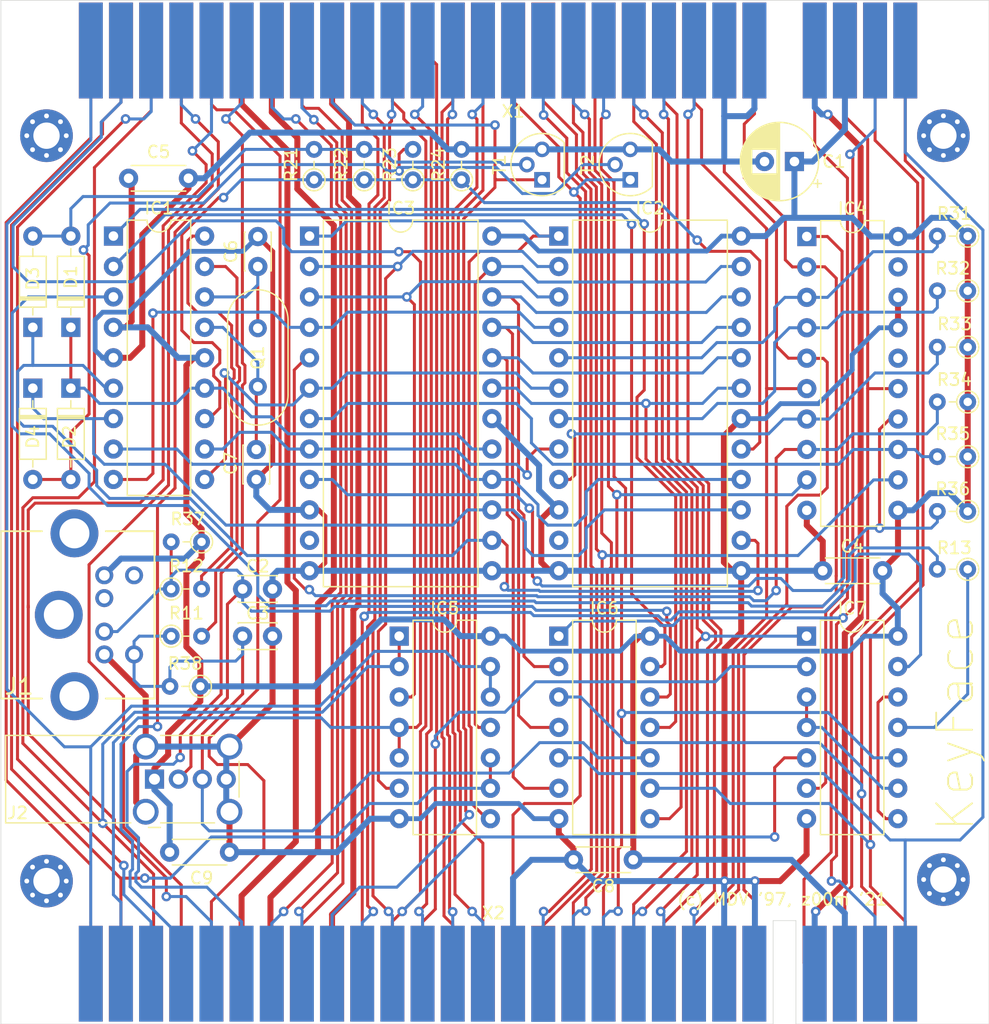
<source format=kicad_pcb>
(kicad_pcb (version 20171130) (host pcbnew "(5.1.6)-1")
  (layers (0 F.Cu signal) (31 B.Cu signal) (34 B.Paste user) (35 F.Paste user) (36 B.SilkS user) (37 F.SilkS user) (38 B.Mask user) (39 F.Mask user) (44 Edge.Cuts user))
  (net 0 "")
  (net 1 VCC)
  (net 2 GND)
  (net 3 /DATA)
  (net 4 /CLK_K)
  (net 5 "Net-(C6-Pad1)")
  (net 6 "Net-(C7-Pad1)")
  (net 7 "Net-(D1-Pad2)")
  (net 8 /BUS8)
  (net 9 "Net-(D2-Pad2)")
  (net 10 /BUS1)
  (net 11 /BUS2)
  (net 12 /CK)
  (net 13 /BUS5)
  (net 14 /DT)
  (net 15 /BUS6)
  (net 16 "Net-(IC1-Pad3)")
  (net 17 /BUS7)
  (net 18 /BUS3)
  (net 19 "Net-(IC1-Pad17)")
  (net 20 /BUS4)
  (net 21 "Net-(IC1-Pad18)")
  (net 22 /L3)
  (net 23 "Net-(IC2-Pad11)")
  (net 24 /L4)
  (net 25 /L5)
  (net 26 /XD3)
  (net 27 /L6)
  (net 28 /L7)
  (net 29 /XD2)
  (net 30 /XD1)
  (net 31 /L0)
  (net 32 /L1)
  (net 33 /L2)
  (net 34 /XD4)
  (net 35 /XD5)
  (net 36 /XD6)
  (net 37 "Net-(IC3-Pad11)")
  (net 38 /LATCH)
  (net 39 /D0)
  (net 40 /D4)
  (net 41 /D1)
  (net 42 /D7)
  (net 43 /D2)
  (net 44 "Net-(IC4-Pad16)")
  (net 45 /D3)
  (net 46 "Net-(IC4-Pad19)")
  (net 47 /A8)
  (net 48 /A10)
  (net 49 /A9)
  (net 50 /A11)
  (net 51 /A14)
  (net 52 /A13)
  (net 53 /A15)
  (net 54 /A12)
  (net 55 /A0)
  (net 56 "Net-(IC7-Pad12)")
  (net 57 /~IORQ)
  (net 58 "Net-(IC7-Pad3)")
  (net 59 /A2)
  (net 60 /PIC)
  (net 61 /~RD)
  (net 62 /~WR)
  (net 63 /~RESET)
  (net 64 /~NMI)
  (net 65 +9V)
  (net 66 /~CLK)
  (net 67 /A1)
  (net 68 /A3)
  (net 69 /~IORQULA)
  (net 70 /VIDEO)
  (net 71 /~Y)
  (net 72 /V)
  (net 73 /U)
  (net 74 /~BUSRQ)
  (net 75 /A7)
  (net 76 /A6)
  (net 77 /A5)
  (net 78 /A4)
  (net 79 /~ROMCS)
  (net 80 /~BUSACK)
  (net 81 /NC1)
  (net 82 /D6)
  (net 83 /D5)
  (net 84 /~INT)
  (net 85 /~HALT)
  (net 86 /~MREQ)
  (net 87 -5V)
  (net 88 /~WAIT)
  (net 89 +12V)
  (net 90 +12VA)
  (net 91 /~M1)
  (net 92 /~RFSH)
  (net 93 /NC2)
  (net 94 "Net-(J1-Pad2)")
  (net 95 "Net-(J1-Pad6)")
  (module zx-spectrum:MiniDin6 (layer F.Cu) (at 105.41 99.695 90)
    (fp_text reference J1 (at -5.969 -4.826 unlocked) (layer F.SilkS) (effects (font (size 1.332992 1.40208) (thickness 0.2032))))
    (fp_text value Mini-DIN-6 hide)
    (pad 8 thru_hole circle (at 6.803 -0.206 90) (size 4 4) (drill 2.5) (layers *.Cu *.Mask))
    (pad 9 thru_hole circle (at 0.003 -1.514 90) (size 4 4) (drill 2.5) (layers *.Cu *.Mask))
    (pad 7 thru_hole circle (at -6.797 -0.206 90) (size 4 4) (drill 2.5) (layers *.Cu *.Mask))
    (pad 2 thru_hole circle (at 1.397 2.286 90) (size 1.5 1.5) (drill 0.9) (layers *.Cu *.Mask) (net 94 "Net-(J1-Pad2)"))
    (pad 6 thru_hole circle (at 3.303 4.7752 90) (size 1.5 1.5) (drill 0.9) (layers *.Cu *.Mask) (net 95 "Net-(J1-Pad6)"))
    (pad 4 thru_hole circle (at 3.303 2.286 90) (size 1.5 1.5) (drill 0.9) (layers *.Cu *.Mask) (net 1 VCC))
    (pad 5 thru_hole circle (at -3.302 4.7752 90) (size 1.5 1.5) (drill 0.9) (layers *.Cu *.Mask) (net 4 /CLK_K))
    (pad 3 thru_hole circle (at -3.302 2.286 90) (size 1.5 1.5) (drill 0.9) (layers *.Cu *.Mask) (net 2 GND))
    (pad 1 thru_hole circle (at -1.397 2.286 90) (size 1.5 1.5) (drill 0.9) (layers *.Cu *.Mask) (net 3 /DATA))
  )
  (module Diode_THT:D_DO-35_SOD27_P7.62mm_Horizontal (layer F.Cu) (at 101.727 75.692 90)
    (fp_text reference D3 (at 4.064 0 90) (layer F.SilkS))
    (fp_text value BAT42)
    (pad 2 thru_hole oval (at 7.62 0 90) (size 1.6 1.6) (drill 0.8) (layers *.Cu *.Mask) (net 7 "Net-(D1-Pad2)"))
    (pad 1 thru_hole rect (at 0 0 90) (size 1.6 1.6) (drill 0.8) (layers *.Cu *.Mask) (net 10 /BUS1))
  )
  (module MountingHole:MountingHole_2.2mm_M2_Pad_Via (layer F.Cu) (at 102.87 59.69)
    (fp_text reference H1 hide)
    (fp_text value MountingHole_2.2mm_M2_Pad_Via hide)
    (pad 1 thru_hole circle (at 1.166726 -1.166726) (size 0.7 0.7) (drill 0.4) (layers *.Cu *.Mask))
    (pad 1 thru_hole circle (at 0 -1.65) (size 0.7 0.7) (drill 0.4) (layers *.Cu *.Mask))
    (pad 1 thru_hole circle (at -1.166726 -1.166726) (size 0.7 0.7) (drill 0.4) (layers *.Cu *.Mask))
    (pad 1 thru_hole circle (at -1.65 0) (size 0.7 0.7) (drill 0.4) (layers *.Cu *.Mask))
    (pad 1 thru_hole circle (at -1.166726 1.166726) (size 0.7 0.7) (drill 0.4) (layers *.Cu *.Mask))
    (pad 1 thru_hole circle (at 0 1.65) (size 0.7 0.7) (drill 0.4) (layers *.Cu *.Mask))
    (pad 1 thru_hole circle (at 1.166726 1.166726) (size 0.7 0.7) (drill 0.4) (layers *.Cu *.Mask))
    (pad 1 thru_hole circle (at 1.65 0) (size 0.7 0.7) (drill 0.4) (layers *.Cu *.Mask))
    (pad 1 thru_hole circle (at 0 0) (size 4.4 4.4) (drill 2.2) (layers *.Cu *.Mask))
  )
  (module MountingHole:MountingHole_2.2mm_M2_Pad_Via (layer F.Cu) (at 177.8 59.69)
    (fp_text reference H2 hide)
    (fp_text value MountingHole_2.2mm_M2_Pad_Via hide)
    (pad 1 thru_hole circle (at 1.166726 -1.166726) (size 0.7 0.7) (drill 0.4) (layers *.Cu *.Mask))
    (pad 1 thru_hole circle (at 0 -1.65) (size 0.7 0.7) (drill 0.4) (layers *.Cu *.Mask))
    (pad 1 thru_hole circle (at -1.166726 -1.166726) (size 0.7 0.7) (drill 0.4) (layers *.Cu *.Mask))
    (pad 1 thru_hole circle (at -1.65 0) (size 0.7 0.7) (drill 0.4) (layers *.Cu *.Mask))
    (pad 1 thru_hole circle (at -1.166726 1.166726) (size 0.7 0.7) (drill 0.4) (layers *.Cu *.Mask))
    (pad 1 thru_hole circle (at 0 1.65) (size 0.7 0.7) (drill 0.4) (layers *.Cu *.Mask))
    (pad 1 thru_hole circle (at 1.166726 1.166726) (size 0.7 0.7) (drill 0.4) (layers *.Cu *.Mask))
    (pad 1 thru_hole circle (at 1.65 0) (size 0.7 0.7) (drill 0.4) (layers *.Cu *.Mask))
    (pad 1 thru_hole circle (at 0 0) (size 4.4 4.4) (drill 2.2) (layers *.Cu *.Mask))
  )
  (module MountingHole:MountingHole_2.2mm_M2_Pad_Via (layer F.Cu) (at 177.8 121.793)
    (fp_text reference H3 hide)
    (fp_text value MountingHole_2.2mm_M2_Pad_Via hide)
    (pad 1 thru_hole circle (at 1.166726 -1.166726) (size 0.7 0.7) (drill 0.4) (layers *.Cu *.Mask))
    (pad 1 thru_hole circle (at 0 -1.65) (size 0.7 0.7) (drill 0.4) (layers *.Cu *.Mask))
    (pad 1 thru_hole circle (at -1.166726 -1.166726) (size 0.7 0.7) (drill 0.4) (layers *.Cu *.Mask))
    (pad 1 thru_hole circle (at -1.65 0) (size 0.7 0.7) (drill 0.4) (layers *.Cu *.Mask))
    (pad 1 thru_hole circle (at -1.166726 1.166726) (size 0.7 0.7) (drill 0.4) (layers *.Cu *.Mask))
    (pad 1 thru_hole circle (at 0 1.65) (size 0.7 0.7) (drill 0.4) (layers *.Cu *.Mask))
    (pad 1 thru_hole circle (at 1.166726 1.166726) (size 0.7 0.7) (drill 0.4) (layers *.Cu *.Mask))
    (pad 1 thru_hole circle (at 1.65 0) (size 0.7 0.7) (drill 0.4) (layers *.Cu *.Mask))
    (pad 1 thru_hole circle (at 0 0) (size 4.4 4.4) (drill 2.2) (layers *.Cu *.Mask))
  )
  (module MountingHole:MountingHole_2.2mm_M2_Pad_Via (layer F.Cu) (at 102.87 121.92)
    (fp_text reference H4 hide)
    (fp_text value MountingHole_2.2mm_M2_Pad_Via hide)
    (pad 1 thru_hole circle (at 1.166726 -1.166726) (size 0.7 0.7) (drill 0.4) (layers *.Cu *.Mask))
    (pad 1 thru_hole circle (at 0 -1.65) (size 0.7 0.7) (drill 0.4) (layers *.Cu *.Mask))
    (pad 1 thru_hole circle (at -1.166726 -1.166726) (size 0.7 0.7) (drill 0.4) (layers *.Cu *.Mask))
    (pad 1 thru_hole circle (at -1.65 0) (size 0.7 0.7) (drill 0.4) (layers *.Cu *.Mask))
    (pad 1 thru_hole circle (at -1.166726 1.166726) (size 0.7 0.7) (drill 0.4) (layers *.Cu *.Mask))
    (pad 1 thru_hole circle (at 0 1.65) (size 0.7 0.7) (drill 0.4) (layers *.Cu *.Mask))
    (pad 1 thru_hole circle (at 1.166726 1.166726) (size 0.7 0.7) (drill 0.4) (layers *.Cu *.Mask))
    (pad 1 thru_hole circle (at 1.65 0) (size 0.7 0.7) (drill 0.4) (layers *.Cu *.Mask))
    (pad 1 thru_hole circle (at 0 0) (size 4.4 4.4) (drill 2.2) (layers *.Cu *.Mask))
  )
  (module Capacitor_THT:CP_Radial_D6.3mm_P2.50mm (layer F.Cu) (at 165.354 61.849 180)
    (fp_text reference C1 (at -3.302 0) (layer F.SilkS))
    (fp_text value 100uF)
    (pad 1 thru_hole rect (at 0 0 180) (size 1.6 1.6) (drill 0.8) (layers *.Cu *.Mask) (net 1 VCC))
    (pad 2 thru_hole circle (at 2.5 0 180) (size 1.6 1.6) (drill 0.8) (layers *.Cu *.Mask) (net 2 GND))
  )
  (module Capacitor_THT:C_Disc_D3.0mm_W2.0mm_P2.50mm (layer F.Cu) (at 119.253 97.536)
    (fp_text reference C2 (at 1.27 -1.905) (layer F.SilkS))
    (fp_text value 47p)
    (pad 2 thru_hole circle (at 2.5 0) (size 1.6 1.6) (drill 0.8) (layers *.Cu *.Mask) (net 2 GND))
    (pad 1 thru_hole circle (at 0 0) (size 1.6 1.6) (drill 0.8) (layers *.Cu *.Mask) (net 3 /DATA))
  )
  (module Capacitor_THT:C_Disc_D3.0mm_W2.0mm_P2.50mm (layer F.Cu) (at 119.253 101.473)
    (fp_text reference C3 (at 1.27 -1.905) (layer F.SilkS))
    (fp_text value 47p)
    (pad 1 thru_hole circle (at 0 0) (size 1.6 1.6) (drill 0.8) (layers *.Cu *.Mask) (net 4 /CLK_K))
    (pad 2 thru_hole circle (at 2.5 0) (size 1.6 1.6) (drill 0.8) (layers *.Cu *.Mask) (net 2 GND))
  )
  (module Capacitor_THT:C_Disc_D4.3mm_W1.9mm_P5.00mm (layer F.Cu) (at 172.72 96.012 180)
    (fp_text reference C4 (at 2.54 2.032) (layer F.SilkS))
    (fp_text value 100n)
    (pad 2 thru_hole circle (at 5 0 180) (size 1.6 1.6) (drill 0.8) (layers *.Cu *.Mask) (net 2 GND))
    (pad 1 thru_hole circle (at 0 0 180) (size 1.6 1.6) (drill 0.8) (layers *.Cu *.Mask) (net 1 VCC))
  )
  (module Capacitor_THT:C_Disc_D4.3mm_W1.9mm_P5.00mm (layer F.Cu) (at 109.728 63.246)
    (fp_text reference C5 (at 2.5 -2.2) (layer F.SilkS))
    (fp_text value 100n)
    (pad 1 thru_hole circle (at 0 0) (size 1.6 1.6) (drill 0.8) (layers *.Cu *.Mask) (net 1 VCC))
    (pad 2 thru_hole circle (at 5 0) (size 1.6 1.6) (drill 0.8) (layers *.Cu *.Mask) (net 2 GND))
  )
  (module Capacitor_THT:C_Disc_D3.0mm_W2.0mm_P2.50mm (layer F.Cu) (at 120.523 70.612 90)
    (fp_text reference C6 (at 1.25 -2.25 90) (layer F.SilkS))
    (fp_text value 33p)
    (pad 1 thru_hole circle (at 0 0 90) (size 1.6 1.6) (drill 0.8) (layers *.Cu *.Mask) (net 5 "Net-(C6-Pad1)"))
    (pad 2 thru_hole circle (at 2.5 0 90) (size 1.6 1.6) (drill 0.8) (layers *.Cu *.Mask) (net 2 GND))
  )
  (module Capacitor_THT:C_Disc_D3.0mm_W2.0mm_P2.50mm (layer F.Cu) (at 120.396 85.892 270)
    (fp_text reference C7 (at 1.1538 2.1336 90) (layer F.SilkS))
    (fp_text value 33p)
    (pad 2 thru_hole circle (at 2.5 0 270) (size 1.6 1.6) (drill 0.8) (layers *.Cu *.Mask) (net 2 GND))
    (pad 1 thru_hole circle (at 0 0 270) (size 1.6 1.6) (drill 0.8) (layers *.Cu *.Mask) (net 6 "Net-(C7-Pad1)"))
  )
  (module Package_DIP:DIP-18_W7.62mm (layer F.Cu) (at 108.458 68.072)
    (fp_text reference IC1 (at 3.81 -2.33) (layer F.SilkS))
    (fp_text value PIC16F84)
    (pad 1 thru_hole rect (at 0 0) (size 1.6 1.6) (drill 0.8) (layers *.Cu *.Mask) (net 12 /CK))
    (pad 10 thru_hole oval (at 7.62 20.32) (size 1.6 1.6) (drill 0.8) (layers *.Cu *.Mask) (net 13 /BUS5))
    (pad 2 thru_hole oval (at 0 2.54) (size 1.6 1.6) (drill 0.8) (layers *.Cu *.Mask) (net 14 /DT))
    (pad 11 thru_hole oval (at 7.62 17.78) (size 1.6 1.6) (drill 0.8) (layers *.Cu *.Mask) (net 15 /BUS6))
    (pad 3 thru_hole oval (at 0 5.08) (size 1.6 1.6) (drill 0.8) (layers *.Cu *.Mask) (net 16 "Net-(IC1-Pad3)"))
    (pad 12 thru_hole oval (at 7.62 15.24) (size 1.6 1.6) (drill 0.8) (layers *.Cu *.Mask) (net 17 /BUS7))
    (pad 4 thru_hole oval (at 0 7.62) (size 1.6 1.6) (drill 0.8) (layers *.Cu *.Mask) (net 1 VCC))
    (pad 13 thru_hole oval (at 7.62 12.7) (size 1.6 1.6) (drill 0.8) (layers *.Cu *.Mask) (net 8 /BUS8))
    (pad 5 thru_hole oval (at 0 10.16) (size 1.6 1.6) (drill 0.8) (layers *.Cu *.Mask) (net 2 GND))
    (pad 14 thru_hole oval (at 7.62 10.16) (size 1.6 1.6) (drill 0.8) (layers *.Cu *.Mask) (net 1 VCC))
    (pad 6 thru_hole oval (at 0 12.7) (size 1.6 1.6) (drill 0.8) (layers *.Cu *.Mask) (net 10 /BUS1))
    (pad 15 thru_hole oval (at 7.62 7.62) (size 1.6 1.6) (drill 0.8) (layers *.Cu *.Mask) (net 6 "Net-(C7-Pad1)"))
    (pad 7 thru_hole oval (at 0 15.24) (size 1.6 1.6) (drill 0.8) (layers *.Cu *.Mask) (net 11 /BUS2))
    (pad 16 thru_hole oval (at 7.62 5.08) (size 1.6 1.6) (drill 0.8) (layers *.Cu *.Mask) (net 5 "Net-(C6-Pad1)"))
    (pad 8 thru_hole oval (at 0 17.78) (size 1.6 1.6) (drill 0.8) (layers *.Cu *.Mask) (net 18 /BUS3))
    (pad 17 thru_hole oval (at 7.62 2.54) (size 1.6 1.6) (drill 0.8) (layers *.Cu *.Mask) (net 19 "Net-(IC1-Pad17)"))
    (pad 9 thru_hole oval (at 0 20.32) (size 1.6 1.6) (drill 0.8) (layers *.Cu *.Mask) (net 20 /BUS4))
    (pad 18 thru_hole oval (at 7.62 0) (size 1.6 1.6) (drill 0.8) (layers *.Cu *.Mask) (net 21 "Net-(IC1-Pad18)"))
  )
  (module Package_DIP:DIP-24_W15.24mm (layer F.Cu) (at 145.669 68.072)
    (fp_text reference IC2 (at 7.62 -2.33) (layer F.SilkS))
    (fp_text value MHB8804)
    (pad 24 thru_hole oval (at 15.24 0) (size 1.6 1.6) (drill 0.8) (layers *.Cu *.Mask) (net 1 VCC))
    (pad 12 thru_hole oval (at 0 27.94) (size 1.6 1.6) (drill 0.8) (layers *.Cu *.Mask) (net 2 GND))
    (pad 23 thru_hole oval (at 15.24 2.54) (size 1.6 1.6) (drill 0.8) (layers *.Cu *.Mask) (net 22 /L3))
    (pad 11 thru_hole oval (at 0 25.4) (size 1.6 1.6) (drill 0.8) (layers *.Cu *.Mask) (net 23 "Net-(IC2-Pad11)"))
    (pad 22 thru_hole oval (at 15.24 5.08) (size 1.6 1.6) (drill 0.8) (layers *.Cu *.Mask) (net 24 /L4))
    (pad 10 thru_hole oval (at 0 22.86) (size 1.6 1.6) (drill 0.8) (layers *.Cu *.Mask) (net 2 GND))
    (pad 21 thru_hole oval (at 15.24 7.62) (size 1.6 1.6) (drill 0.8) (layers *.Cu *.Mask) (net 25 /L5))
    (pad 9 thru_hole oval (at 0 20.32) (size 1.6 1.6) (drill 0.8) (layers *.Cu *.Mask) (net 26 /XD3))
    (pad 20 thru_hole oval (at 15.24 10.16) (size 1.6 1.6) (drill 0.8) (layers *.Cu *.Mask) (net 27 /L6))
    (pad 8 thru_hole oval (at 0 17.78) (size 1.6 1.6) (drill 0.8) (layers *.Cu *.Mask) (net 15 /BUS6))
    (pad 19 thru_hole oval (at 15.24 12.7) (size 1.6 1.6) (drill 0.8) (layers *.Cu *.Mask) (net 28 /L7))
    (pad 7 thru_hole oval (at 0 15.24) (size 1.6 1.6) (drill 0.8) (layers *.Cu *.Mask) (net 29 /XD2))
    (pad 18 thru_hole oval (at 15.24 15.24) (size 1.6 1.6) (drill 0.8) (layers *.Cu *.Mask) (net 2 GND))
    (pad 6 thru_hole oval (at 0 12.7) (size 1.6 1.6) (drill 0.8) (layers *.Cu *.Mask) (net 13 /BUS5))
    (pad 17 thru_hole oval (at 15.24 17.78) (size 1.6 1.6) (drill 0.8) (layers *.Cu *.Mask) (net 17 /BUS7))
    (pad 5 thru_hole oval (at 0 10.16) (size 1.6 1.6) (drill 0.8) (layers *.Cu *.Mask) (net 30 /XD1))
    (pad 16 thru_hole oval (at 15.24 20.32) (size 1.6 1.6) (drill 0.8) (layers *.Cu *.Mask) (net 18 /BUS3))
    (pad 4 thru_hole oval (at 0 7.62) (size 1.6 1.6) (drill 0.8) (layers *.Cu *.Mask) (net 20 /BUS4))
    (pad 15 thru_hole oval (at 15.24 22.86) (size 1.6 1.6) (drill 0.8) (layers *.Cu *.Mask) (net 11 /BUS2))
    (pad 3 thru_hole oval (at 0 5.08) (size 1.6 1.6) (drill 0.8) (layers *.Cu *.Mask) (net 31 /L0))
    (pad 14 thru_hole oval (at 15.24 25.4) (size 1.6 1.6) (drill 0.8) (layers *.Cu *.Mask) (net 10 /BUS1))
    (pad 2 thru_hole oval (at 0 2.54) (size 1.6 1.6) (drill 0.8) (layers *.Cu *.Mask) (net 32 /L1))
    (pad 13 thru_hole oval (at 15.24 27.94) (size 1.6 1.6) (drill 0.8) (layers *.Cu *.Mask) (net 2 GND))
    (pad 1 thru_hole rect (at 0 0) (size 1.6 1.6) (drill 0.8) (layers *.Cu *.Mask) (net 33 /L2))
  )
  (module Package_DIP:DIP-24_W15.24mm (layer F.Cu) (at 124.841 68.072)
    (fp_text reference IC3 (at 7.62 -2.33) (layer F.SilkS))
    (fp_text value MHB8804)
    (pad 1 thru_hole rect (at 0 0) (size 1.6 1.6) (drill 0.8) (layers *.Cu *.Mask) (net 33 /L2))
    (pad 13 thru_hole oval (at 15.24 27.94) (size 1.6 1.6) (drill 0.8) (layers *.Cu *.Mask) (net 2 GND))
    (pad 2 thru_hole oval (at 0 2.54) (size 1.6 1.6) (drill 0.8) (layers *.Cu *.Mask) (net 32 /L1))
    (pad 14 thru_hole oval (at 15.24 25.4) (size 1.6 1.6) (drill 0.8) (layers *.Cu *.Mask) (net 10 /BUS1))
    (pad 3 thru_hole oval (at 0 5.08) (size 1.6 1.6) (drill 0.8) (layers *.Cu *.Mask) (net 31 /L0))
    (pad 15 thru_hole oval (at 15.24 22.86) (size 1.6 1.6) (drill 0.8) (layers *.Cu *.Mask) (net 11 /BUS2))
    (pad 4 thru_hole oval (at 0 7.62) (size 1.6 1.6) (drill 0.8) (layers *.Cu *.Mask) (net 20 /BUS4))
    (pad 16 thru_hole oval (at 15.24 20.32) (size 1.6 1.6) (drill 0.8) (layers *.Cu *.Mask) (net 18 /BUS3))
    (pad 5 thru_hole oval (at 0 10.16) (size 1.6 1.6) (drill 0.8) (layers *.Cu *.Mask) (net 34 /XD4))
    (pad 17 thru_hole oval (at 15.24 17.78) (size 1.6 1.6) (drill 0.8) (layers *.Cu *.Mask) (net 8 /BUS8))
    (pad 6 thru_hole oval (at 0 12.7) (size 1.6 1.6) (drill 0.8) (layers *.Cu *.Mask) (net 13 /BUS5))
    (pad 18 thru_hole oval (at 15.24 15.24) (size 1.6 1.6) (drill 0.8) (layers *.Cu *.Mask) (net 2 GND))
    (pad 7 thru_hole oval (at 0 15.24) (size 1.6 1.6) (drill 0.8) (layers *.Cu *.Mask) (net 35 /XD5))
    (pad 19 thru_hole oval (at 15.24 12.7) (size 1.6 1.6) (drill 0.8) (layers *.Cu *.Mask) (net 28 /L7))
    (pad 8 thru_hole oval (at 0 17.78) (size 1.6 1.6) (drill 0.8) (layers *.Cu *.Mask) (net 15 /BUS6))
    (pad 20 thru_hole oval (at 15.24 10.16) (size 1.6 1.6) (drill 0.8) (layers *.Cu *.Mask) (net 27 /L6))
    (pad 9 thru_hole oval (at 0 20.32) (size 1.6 1.6) (drill 0.8) (layers *.Cu *.Mask) (net 36 /XD6))
    (pad 21 thru_hole oval (at 15.24 7.62) (size 1.6 1.6) (drill 0.8) (layers *.Cu *.Mask) (net 25 /L5))
    (pad 10 thru_hole oval (at 0 22.86) (size 1.6 1.6) (drill 0.8) (layers *.Cu *.Mask) (net 2 GND))
    (pad 22 thru_hole oval (at 15.24 5.08) (size 1.6 1.6) (drill 0.8) (layers *.Cu *.Mask) (net 24 /L4))
    (pad 11 thru_hole oval (at 0 25.4) (size 1.6 1.6) (drill 0.8) (layers *.Cu *.Mask) (net 37 "Net-(IC3-Pad11)"))
    (pad 23 thru_hole oval (at 15.24 2.54) (size 1.6 1.6) (drill 0.8) (layers *.Cu *.Mask) (net 22 /L3))
    (pad 12 thru_hole oval (at 0 27.94) (size 1.6 1.6) (drill 0.8) (layers *.Cu *.Mask) (net 2 GND))
    (pad 24 thru_hole oval (at 15.24 0) (size 1.6 1.6) (drill 0.8) (layers *.Cu *.Mask) (net 1 VCC))
  )
  (module Package_DIP:DIP-20_W7.62mm (layer F.Cu) (at 166.388 68.1076)
    (fp_text reference IC4 (at 3.81 -2.33) (layer F.SilkS))
    (fp_text value 74LS373)
    (pad 1 thru_hole rect (at 0 0) (size 1.6 1.6) (drill 0.8) (layers *.Cu *.Mask) (net 38 /LATCH))
    (pad 11 thru_hole oval (at 7.62 22.86) (size 1.6 1.6) (drill 0.8) (layers *.Cu *.Mask) (net 1 VCC))
    (pad 2 thru_hole oval (at 0 2.54) (size 1.6 1.6) (drill 0.8) (layers *.Cu *.Mask) (net 39 /D0))
    (pad 12 thru_hole oval (at 7.62 20.32) (size 1.6 1.6) (drill 0.8) (layers *.Cu *.Mask) (net 40 /D4))
    (pad 3 thru_hole oval (at 0 5.08) (size 1.6 1.6) (drill 0.8) (layers *.Cu *.Mask) (net 30 /XD1))
    (pad 13 thru_hole oval (at 7.62 17.78) (size 1.6 1.6) (drill 0.8) (layers *.Cu *.Mask) (net 35 /XD5))
    (pad 4 thru_hole oval (at 0 7.62) (size 1.6 1.6) (drill 0.8) (layers *.Cu *.Mask) (net 29 /XD2))
    (pad 14 thru_hole oval (at 7.62 15.24) (size 1.6 1.6) (drill 0.8) (layers *.Cu *.Mask) (net 36 /XD6))
    (pad 5 thru_hole oval (at 0 10.16) (size 1.6 1.6) (drill 0.8) (layers *.Cu *.Mask) (net 41 /D1))
    (pad 15 thru_hole oval (at 7.62 12.7) (size 1.6 1.6) (drill 0.8) (layers *.Cu *.Mask) (net 42 /D7))
    (pad 6 thru_hole oval (at 0 12.7) (size 1.6 1.6) (drill 0.8) (layers *.Cu *.Mask) (net 43 /D2))
    (pad 16 thru_hole oval (at 7.62 10.16) (size 1.6 1.6) (drill 0.8) (layers *.Cu *.Mask) (net 44 "Net-(IC4-Pad16)"))
    (pad 7 thru_hole oval (at 0 15.24) (size 1.6 1.6) (drill 0.8) (layers *.Cu *.Mask) (net 26 /XD3))
    (pad 17 thru_hole oval (at 7.62 7.62) (size 1.6 1.6) (drill 0.8) (layers *.Cu *.Mask) (net 2 GND))
    (pad 8 thru_hole oval (at 0 17.78) (size 1.6 1.6) (drill 0.8) (layers *.Cu *.Mask) (net 34 /XD4))
    (pad 18 thru_hole oval (at 7.62 5.08) (size 1.6 1.6) (drill 0.8) (layers *.Cu *.Mask) (net 2 GND))
    (pad 9 thru_hole oval (at 0 20.32) (size 1.6 1.6) (drill 0.8) (layers *.Cu *.Mask) (net 45 /D3))
    (pad 19 thru_hole oval (at 7.62 2.54) (size 1.6 1.6) (drill 0.8) (layers *.Cu *.Mask) (net 46 "Net-(IC4-Pad19)"))
    (pad 10 thru_hole oval (at 0 22.86) (size 1.6 1.6) (drill 0.8) (layers *.Cu *.Mask) (net 2 GND))
    (pad 20 thru_hole oval (at 7.62 0) (size 1.6 1.6) (drill 0.8) (layers *.Cu *.Mask) (net 1 VCC))
  )
  (module Package_DIP:DIP-14_W7.62mm (layer F.Cu) (at 132.334 101.473)
    (fp_text reference IC5 (at 3.81 -2.33) (layer F.SilkS))
    (fp_text value 74LS09)
    (pad 1 thru_hole rect (at 0 0) (size 1.6 1.6) (drill 0.8) (layers *.Cu *.Mask) (net 47 /A8))
    (pad 8 thru_hole oval (at 7.62 15.24) (size 1.6 1.6) (drill 0.8) (layers *.Cu *.Mask) (net 33 /L2))
    (pad 2 thru_hole oval (at 0 2.54) (size 1.6 1.6) (drill 0.8) (layers *.Cu *.Mask) (net 47 /A8))
    (pad 9 thru_hole oval (at 7.62 12.7) (size 1.6 1.6) (drill 0.8) (layers *.Cu *.Mask) (net 48 /A10))
    (pad 3 thru_hole oval (at 0 5.08) (size 1.6 1.6) (drill 0.8) (layers *.Cu *.Mask) (net 31 /L0))
    (pad 10 thru_hole oval (at 7.62 10.16) (size 1.6 1.6) (drill 0.8) (layers *.Cu *.Mask) (net 48 /A10))
    (pad 4 thru_hole oval (at 0 7.62) (size 1.6 1.6) (drill 0.8) (layers *.Cu *.Mask) (net 49 /A9))
    (pad 11 thru_hole oval (at 7.62 7.62) (size 1.6 1.6) (drill 0.8) (layers *.Cu *.Mask) (net 22 /L3))
    (pad 5 thru_hole oval (at 0 10.16) (size 1.6 1.6) (drill 0.8) (layers *.Cu *.Mask) (net 49 /A9))
    (pad 12 thru_hole oval (at 7.62 5.08) (size 1.6 1.6) (drill 0.8) (layers *.Cu *.Mask) (net 50 /A11))
    (pad 6 thru_hole oval (at 0 12.7) (size 1.6 1.6) (drill 0.8) (layers *.Cu *.Mask) (net 32 /L1))
    (pad 13 thru_hole oval (at 7.62 2.54) (size 1.6 1.6) (drill 0.8) (layers *.Cu *.Mask) (net 50 /A11))
    (pad 7 thru_hole oval (at 0 15.24) (size 1.6 1.6) (drill 0.8) (layers *.Cu *.Mask) (net 2 GND))
    (pad 14 thru_hole oval (at 7.62 0) (size 1.6 1.6) (drill 0.8) (layers *.Cu *.Mask) (net 1 VCC))
  )
  (module Package_DIP:DIP-14_W7.62mm (layer F.Cu) (at 145.669 101.473)
    (fp_text reference IC6 (at 3.81 -2.33) (layer F.SilkS))
    (fp_text value SN74LS07N)
    (pad 14 thru_hole oval (at 7.62 0) (size 1.6 1.6) (drill 0.8) (layers *.Cu *.Mask) (net 1 VCC))
    (pad 7 thru_hole oval (at 0 15.24) (size 1.6 1.6) (drill 0.8) (layers *.Cu *.Mask) (net 2 GND))
    (pad 13 thru_hole oval (at 7.62 2.54) (size 1.6 1.6) (drill 0.8) (layers *.Cu *.Mask) (net 14 /DT))
    (pad 6 thru_hole oval (at 0 12.7) (size 1.6 1.6) (drill 0.8) (layers *.Cu *.Mask) (net 27 /L6))
    (pad 12 thru_hole oval (at 7.62 5.08) (size 1.6 1.6) (drill 0.8) (layers *.Cu *.Mask) (net 3 /DATA))
    (pad 5 thru_hole oval (at 0 10.16) (size 1.6 1.6) (drill 0.8) (layers *.Cu *.Mask) (net 51 /A14))
    (pad 11 thru_hole oval (at 7.62 7.62) (size 1.6 1.6) (drill 0.8) (layers *.Cu *.Mask) (net 12 /CK))
    (pad 4 thru_hole oval (at 0 7.62) (size 1.6 1.6) (drill 0.8) (layers *.Cu *.Mask) (net 25 /L5))
    (pad 10 thru_hole oval (at 7.62 10.16) (size 1.6 1.6) (drill 0.8) (layers *.Cu *.Mask) (net 4 /CLK_K))
    (pad 3 thru_hole oval (at 0 5.08) (size 1.6 1.6) (drill 0.8) (layers *.Cu *.Mask) (net 52 /A13))
    (pad 9 thru_hole oval (at 7.62 12.7) (size 1.6 1.6) (drill 0.8) (layers *.Cu *.Mask) (net 53 /A15))
    (pad 2 thru_hole oval (at 0 2.54) (size 1.6 1.6) (drill 0.8) (layers *.Cu *.Mask) (net 24 /L4))
    (pad 8 thru_hole oval (at 7.62 15.24) (size 1.6 1.6) (drill 0.8) (layers *.Cu *.Mask) (net 28 /L7))
    (pad 1 thru_hole rect (at 0 0) (size 1.6 1.6) (drill 0.8) (layers *.Cu *.Mask) (net 54 /A12))
  )
  (module Package_DIP:DIP-14_W7.62mm (layer F.Cu) (at 166.37 101.473)
    (fp_text reference IC7 (at 3.81 -2.33) (layer F.SilkS))
    (fp_text value 74LS32)
    (pad 1 thru_hole rect (at 0 0) (size 1.6 1.6) (drill 0.8) (layers *.Cu *.Mask) (net 55 /A0))
    (pad 8 thru_hole oval (at 7.62 15.24) (size 1.6 1.6) (drill 0.8) (layers *.Cu *.Mask) (net 56 "Net-(IC7-Pad12)"))
    (pad 2 thru_hole oval (at 0 2.54) (size 1.6 1.6) (drill 0.8) (layers *.Cu *.Mask) (net 57 /~IORQ))
    (pad 9 thru_hole oval (at 7.62 12.7) (size 1.6 1.6) (drill 0.8) (layers *.Cu *.Mask) (net 58 "Net-(IC7-Pad3)"))
    (pad 3 thru_hole oval (at 0 5.08) (size 1.6 1.6) (drill 0.8) (layers *.Cu *.Mask) (net 58 "Net-(IC7-Pad3)"))
    (pad 10 thru_hole oval (at 7.62 10.16) (size 1.6 1.6) (drill 0.8) (layers *.Cu *.Mask) (net 59 /A2))
    (pad 4 thru_hole oval (at 0 7.62) (size 1.6 1.6) (drill 0.8) (layers *.Cu *.Mask) (net 58 "Net-(IC7-Pad3)"))
    (pad 11 thru_hole oval (at 7.62 7.62) (size 1.6 1.6) (drill 0.8) (layers *.Cu *.Mask) (net 60 /PIC))
    (pad 5 thru_hole oval (at 0 10.16) (size 1.6 1.6) (drill 0.8) (layers *.Cu *.Mask) (net 61 /~RD))
    (pad 12 thru_hole oval (at 7.62 5.08) (size 1.6 1.6) (drill 0.8) (layers *.Cu *.Mask) (net 56 "Net-(IC7-Pad12)"))
    (pad 6 thru_hole oval (at 0 12.7) (size 1.6 1.6) (drill 0.8) (layers *.Cu *.Mask) (net 38 /LATCH))
    (pad 13 thru_hole oval (at 7.62 2.54) (size 1.6 1.6) (drill 0.8) (layers *.Cu *.Mask) (net 62 /~WR))
    (pad 7 thru_hole oval (at 0 15.24) (size 1.6 1.6) (drill 0.8) (layers *.Cu *.Mask) (net 2 GND))
    (pad 14 thru_hole oval (at 7.62 0) (size 1.6 1.6) (drill 0.8) (layers *.Cu *.Mask) (net 1 VCC))
  )
  (module Crystal:Crystal_HC49-U_Vertical (layer F.Cu) (at 120.523 80.645 90)
    (fp_text reference Q1 (at 2.413 0 90) (layer F.SilkS))
    (fp_text value "4 MHz")
    (pad 1 thru_hole circle (at 0 0 90) (size 1.5 1.5) (drill 0.8) (layers *.Cu *.Mask) (net 6 "Net-(C7-Pad1)"))
    (pad 2 thru_hole circle (at 4.88 0 90) (size 1.5 1.5) (drill 0.8) (layers *.Cu *.Mask) (net 5 "Net-(C6-Pad1)"))
  )
  (module Resistor_THT:R_Axial_DIN0204_L3.6mm_D1.6mm_P2.54mm_Vertical (layer F.Cu) (at 113.284 101.473)
    (fp_text reference R11 (at 1.27 -1.92) (layer F.SilkS))
    (fp_text value 560R)
    (pad 1 thru_hole circle (at 0 0) (size 1.4 1.4) (drill 0.7) (layers *.Cu *.Mask) (net 4 /CLK_K))
    (pad 2 thru_hole oval (at 2.54 0) (size 1.4 1.4) (drill 0.7) (layers *.Cu *.Mask) (net 19 "Net-(IC1-Pad17)"))
  )
  (module Resistor_THT:R_Axial_DIN0204_L3.6mm_D1.6mm_P2.54mm_Vertical (layer F.Cu) (at 113.284 97.536)
    (fp_text reference R12 (at 1.27 -1.92) (layer F.SilkS))
    (fp_text value 560R)
    (pad 2 thru_hole oval (at 2.54 0) (size 1.4 1.4) (drill 0.7) (layers *.Cu *.Mask) (net 21 "Net-(IC1-Pad18)"))
    (pad 1 thru_hole circle (at 0 0) (size 1.4 1.4) (drill 0.7) (layers *.Cu *.Mask) (net 3 /DATA))
  )
  (module Resistor_THT:R_Axial_DIN0204_L3.6mm_D1.6mm_P2.54mm_Vertical (layer F.Cu) (at 179.832 95.885 180)
    (fp_text reference R13 (at 1.1176 1.778) (layer F.SilkS))
    (fp_text value 560R)
    (pad 1 thru_hole circle (at 0 0 180) (size 1.4 1.4) (drill 0.7) (layers *.Cu *.Mask) (net 60 /PIC))
    (pad 2 thru_hole oval (at 2.54 0 180) (size 1.4 1.4) (drill 0.7) (layers *.Cu *.Mask) (net 16 "Net-(IC1-Pad3)"))
  )
  (module Resistor_THT:R_Axial_DIN0204_L3.6mm_D1.6mm_P2.54mm_Vertical (layer F.Cu) (at 125.222 63.373 90)
    (fp_text reference R21 (at 1.27 -1.92 90) (layer F.SilkS))
    (fp_text value 10k)
    (pad 1 thru_hole circle (at 0 0 90) (size 1.4 1.4) (drill 0.7) (layers *.Cu *.Mask) (net 17 /BUS7))
    (pad 2 thru_hole oval (at 2.54 0 90) (size 1.4 1.4) (drill 0.7) (layers *.Cu *.Mask) (net 7 "Net-(D1-Pad2)"))
  )
  (module Resistor_THT:R_Axial_DIN0204_L3.6mm_D1.6mm_P2.54mm_Vertical (layer F.Cu) (at 129.413 63.373 90)
    (fp_text reference R22 (at 1.27 -1.92 90) (layer F.SilkS))
    (fp_text value 10k)
    (pad 2 thru_hole oval (at 2.54 0 90) (size 1.4 1.4) (drill 0.7) (layers *.Cu *.Mask) (net 7 "Net-(D1-Pad2)"))
    (pad 1 thru_hole circle (at 0 0 90) (size 1.4 1.4) (drill 0.7) (layers *.Cu *.Mask) (net 17 /BUS7))
  )
  (module Resistor_THT:R_Axial_DIN0204_L3.6mm_D1.6mm_P2.54mm_Vertical (layer F.Cu) (at 133.477 63.373 90)
    (fp_text reference R23 (at 1.27 -1.92 90) (layer F.SilkS))
    (fp_text value 10k)
    (pad 2 thru_hole oval (at 2.54 0 90) (size 1.4 1.4) (drill 0.7) (layers *.Cu *.Mask) (net 9 "Net-(D2-Pad2)"))
    (pad 1 thru_hole circle (at 0 0 90) (size 1.4 1.4) (drill 0.7) (layers *.Cu *.Mask) (net 17 /BUS7))
  )
  (module Resistor_THT:R_Axial_DIN0204_L3.6mm_D1.6mm_P2.54mm_Vertical (layer F.Cu) (at 137.541 63.373 90)
    (fp_text reference R24 (at 1.27 -1.92 90) (layer F.SilkS))
    (fp_text value 10k)
    (pad 1 thru_hole circle (at 0 0 90) (size 1.4 1.4) (drill 0.7) (layers *.Cu *.Mask) (net 17 /BUS7))
    (pad 2 thru_hole oval (at 2.54 0 90) (size 1.4 1.4) (drill 0.7) (layers *.Cu *.Mask) (net 2 GND))
  )
  (module Resistor_THT:R_Axial_DIN0204_L3.6mm_D1.6mm_P2.54mm_Vertical (layer F.Cu) (at 179.832 68.072 180)
    (fp_text reference R31 (at 1.1176 1.8796) (layer F.SilkS))
    (fp_text value 4k7)
    (pad 2 thru_hole oval (at 2.54 0 180) (size 1.4 1.4) (drill 0.7) (layers *.Cu *.Mask) (net 30 /XD1))
    (pad 1 thru_hole circle (at 0 0 180) (size 1.4 1.4) (drill 0.7) (layers *.Cu *.Mask) (net 1 VCC))
  )
  (module Resistor_THT:R_Axial_DIN0204_L3.6mm_D1.6mm_P2.54mm_Vertical (layer F.Cu) (at 179.832 72.644 180)
    (fp_text reference R32 (at 1.2446 1.8796) (layer F.SilkS))
    (fp_text value 4k7)
    (pad 1 thru_hole circle (at 0 0 180) (size 1.4 1.4) (drill 0.7) (layers *.Cu *.Mask) (net 1 VCC))
    (pad 2 thru_hole oval (at 2.54 0 180) (size 1.4 1.4) (drill 0.7) (layers *.Cu *.Mask) (net 29 /XD2))
  )
  (module Resistor_THT:R_Axial_DIN0204_L3.6mm_D1.6mm_P2.54mm_Vertical (layer F.Cu) (at 179.832 77.343 180)
    (fp_text reference R33 (at 1.0922 1.9304) (layer F.SilkS))
    (fp_text value 4k7)
    (pad 2 thru_hole oval (at 2.54 0 180) (size 1.4 1.4) (drill 0.7) (layers *.Cu *.Mask) (net 26 /XD3))
    (pad 1 thru_hole circle (at 0 0 180) (size 1.4 1.4) (drill 0.7) (layers *.Cu *.Mask) (net 1 VCC))
  )
  (module Resistor_THT:R_Axial_DIN0204_L3.6mm_D1.6mm_P2.54mm_Vertical (layer F.Cu) (at 179.832 81.915 180)
    (fp_text reference R34 (at 1.1176 1.8542) (layer F.SilkS))
    (fp_text value 4k7)
    (pad 1 thru_hole circle (at 0 0 180) (size 1.4 1.4) (drill 0.7) (layers *.Cu *.Mask) (net 1 VCC))
    (pad 2 thru_hole oval (at 2.54 0 180) (size 1.4 1.4) (drill 0.7) (layers *.Cu *.Mask) (net 34 /XD4))
  )
  (module Resistor_THT:R_Axial_DIN0204_L3.6mm_D1.6mm_P2.54mm_Vertical (layer F.Cu) (at 179.832 86.487 180)
    (fp_text reference R35 (at 1.2446 1.905) (layer F.SilkS))
    (fp_text value 4k7)
    (pad 2 thru_hole oval (at 2.54 0 180) (size 1.4 1.4) (drill 0.7) (layers *.Cu *.Mask) (net 35 /XD5))
    (pad 1 thru_hole circle (at 0 0 180) (size 1.4 1.4) (drill 0.7) (layers *.Cu *.Mask) (net 1 VCC))
  )
  (module Resistor_THT:R_Axial_DIN0204_L3.6mm_D1.6mm_P2.54mm_Vertical (layer F.Cu) (at 179.832 91.059 180)
    (fp_text reference R36 (at 1.2446 1.8796) (layer F.SilkS))
    (fp_text value 4k7)
    (pad 1 thru_hole circle (at 0 0 180) (size 1.4 1.4) (drill 0.7) (layers *.Cu *.Mask) (net 1 VCC))
    (pad 2 thru_hole oval (at 2.54 0 180) (size 1.4 1.4) (drill 0.7) (layers *.Cu *.Mask) (net 36 /XD6))
  )
  (module Resistor_THT:R_Axial_DIN0204_L3.6mm_D1.6mm_P2.54mm_Vertical (layer F.Cu) (at 115.824 93.599 180)
    (fp_text reference R37 (at 1.143 1.905) (layer F.SilkS))
    (fp_text value 4k7)
    (pad 1 thru_hole circle (at 0 0 180) (size 1.4 1.4) (drill 0.7) (layers *.Cu *.Mask) (net 1 VCC))
    (pad 2 thru_hole oval (at 2.54 0 180) (size 1.4 1.4) (drill 0.7) (layers *.Cu *.Mask) (net 3 /DATA))
  )
  (module Resistor_THT:R_Axial_DIN0204_L3.6mm_D1.6mm_P2.54mm_Vertical (layer F.Cu) (at 115.7224 105.664 180)
    (fp_text reference R38 (at 1.27 1.905) (layer F.SilkS))
    (fp_text value 4k7)
    (pad 2 thru_hole oval (at 2.54 0 180) (size 1.4 1.4) (drill 0.7) (layers *.Cu *.Mask) (net 4 /CLK_K))
    (pad 1 thru_hole circle (at 0 0 180) (size 1.4 1.4) (drill 0.7) (layers *.Cu *.Mask) (net 1 VCC))
  )
  (module Package_TO_SOT_THT:TO-92 (layer F.Cu) (at 144.272 63.373 90)
    (fp_text reference T1 (at 1.27 -3.56 90) (layer F.SilkS))
    (fp_text value BC547)
    (pad 1 thru_hole rect (at 0 0 180) (size 1.3 1.3) (drill 0.75) (layers *.Cu *.Mask) (net 63 /~RESET))
    (pad 3 thru_hole circle (at 2.54 0 180) (size 1.3 1.3) (drill 0.75) (layers *.Cu *.Mask) (net 2 GND))
    (pad 2 thru_hole circle (at 1.27 -1.27 180) (size 1.3 1.3) (drill 0.75) (layers *.Cu *.Mask) (net 7 "Net-(D1-Pad2)"))
  )
  (module Package_TO_SOT_THT:TO-92 (layer F.Cu) (at 151.638 63.373 90)
    (fp_text reference T2 (at 1.27 -3.56 90) (layer F.SilkS))
    (fp_text value BC547)
    (pad 2 thru_hole circle (at 1.27 -1.27 180) (size 1.3 1.3) (drill 0.75) (layers *.Cu *.Mask) (net 9 "Net-(D2-Pad2)"))
    (pad 3 thru_hole circle (at 2.54 0 180) (size 1.3 1.3) (drill 0.75) (layers *.Cu *.Mask) (net 2 GND))
    (pad 1 thru_hole rect (at 0 0 180) (size 1.3 1.3) (drill 0.75) (layers *.Cu *.Mask) (net 64 /~NMI))
  )
  (module zx-spectrum:zxs48kbus (layer F.Cu) (at 141.993 52.718 270)
    (fp_text reference X1 (at 4.94 0.134) (layer F.SilkS))
    (fp_text value ZXS_48k_BUS hide)
    (pad A1 smd rect (at -0.14 -32.62 270) (size 8 2) (layers B.Cu B.Paste B.Mask) (net 51 /A14))
    (pad A2 smd rect (at -0.14 -30.1 270) (size 8 2) (layers B.Cu B.Paste B.Mask) (net 54 /A12))
    (pad A3 smd rect (at -0.14 -27.58 270) (size 8 2) (layers B.Cu B.Paste B.Mask) (net 1 VCC))
    (pad A4 smd rect (at -0.14 -25.06 270) (size 8 2) (layers B.Cu B.Paste B.Mask) (net 65 +9V))
    (pad A6 smd rect (at -0.14 -20.02 270) (size 8 2) (layers B.Cu B.Paste B.Mask) (net 2 GND))
    (pad A7 smd rect (at -0.14 -17.5 270) (size 8 2) (layers B.Cu B.Paste B.Mask) (net 2 GND))
    (pad A8 smd rect (at -0.14 -14.98 270) (size 8 2) (layers B.Cu B.Paste B.Mask) (net 66 /~CLK))
    (pad A9 smd rect (at -0.14 -12.46 270) (size 8 2) (layers B.Cu B.Paste B.Mask) (net 55 /A0))
    (pad A10 smd rect (at -0.14 -9.94 270) (size 8 2) (layers B.Cu B.Paste B.Mask) (net 67 /A1))
    (pad A11 smd rect (at -0.14 -7.42 270) (size 8 2) (layers B.Cu B.Paste B.Mask) (net 59 /A2))
    (pad A12 smd rect (at -0.14 -4.9 270) (size 8 2) (layers B.Cu B.Paste B.Mask) (net 68 /A3))
    (pad A13 smd rect (at -0.12 -2.38 270) (size 8 2) (layers B.Cu B.Paste B.Mask) (net 69 /~IORQULA))
    (pad A14 smd rect (at -0.14 0.14 270) (size 8 2) (layers B.Cu B.Paste B.Mask) (net 2 GND))
    (pad A15 smd rect (at -0.14 2.66 270) (size 8 2) (layers B.Cu B.Paste B.Mask) (net 70 /VIDEO))
    (pad A16 smd rect (at -0.14 5.18 270) (size 8 2) (layers B.Cu B.Paste B.Mask) (net 71 /~Y))
    (pad A17 smd rect (at -0.14 7.7 270) (size 8 2) (layers B.Cu B.Paste B.Mask) (net 72 /V))
    (pad A18 smd rect (at -0.14 10.22 270) (size 8 2) (layers B.Cu B.Paste B.Mask) (net 73 /U))
    (pad A19 smd rect (at -0.14 12.74 270) (size 8 2) (layers B.Cu B.Paste B.Mask) (net 74 /~BUSRQ))
    (pad A20 smd rect (at -0.14 15.26 270) (size 8 2) (layers B.Cu B.Paste B.Mask) (net 63 /~RESET))
    (pad A21 smd rect (at -0.14 17.78 270) (size 8 2) (layers B.Cu B.Paste B.Mask) (net 75 /A7))
    (pad A22 smd rect (at -0.14 20.3 270) (size 8 2) (layers B.Cu B.Paste B.Mask) (net 76 /A6))
    (pad A23 smd rect (at -0.14 22.82 270) (size 8 2) (layers B.Cu B.Paste B.Mask) (net 77 /A5))
    (pad A24 smd rect (at -0.14 25.34 270) (size 8 2) (layers B.Cu B.Paste B.Mask) (net 78 /A4))
    (pad A25 smd rect (at -0.14 27.86 270) (size 8 2) (layers B.Cu B.Paste B.Mask) (net 79 /~ROMCS))
    (pad A26 smd rect (at -0.14 30.38 270) (size 8 2) (layers B.Cu B.Paste B.Mask) (net 80 /~BUSACK))
    (pad A27 smd rect (at -0.14 32.9 270) (size 8 2) (layers B.Cu B.Paste B.Mask) (net 49 /A9))
    (pad A28 smd rect (at -0.14 35.42 270) (size 8 2) (layers B.Cu B.Paste B.Mask) (net 50 /A11))
    (pad B1 smd rect (at -0.14 -32.62 270) (size 8 2) (layers F.Cu F.Paste F.Mask) (net 53 /A15))
    (pad B2 smd rect (at -0.14 -30.1 270) (size 8 2) (layers F.Cu F.Paste F.Mask) (net 52 /A13))
    (pad B3 smd rect (at -0.14 -27.58 270) (size 8 2) (layers F.Cu F.Paste F.Mask) (net 42 /D7))
    (pad B4 smd rect (at -0.14 -25.06 270) (size 8 2) (layers F.Cu F.Paste F.Mask) (net 81 /NC1))
    (pad B6 smd rect (at -0.14 -20.02 270) (size 8 2) (layers F.Cu F.Paste F.Mask) (net 39 /D0))
    (pad B7 smd rect (at -0.14 -17.5 270) (size 8 2) (layers F.Cu F.Paste F.Mask) (net 41 /D1))
    (pad B8 smd rect (at -0.14 -14.98 270) (size 8 2) (layers F.Cu F.Paste F.Mask) (net 43 /D2))
    (pad B9 smd rect (at -0.14 -12.46 270) (size 8 2) (layers F.Cu F.Paste F.Mask) (net 82 /D6))
    (pad B10 smd rect (at -0.14 -9.94 270) (size 8 2) (layers F.Cu F.Paste F.Mask) (net 83 /D5))
    (pad B11 smd rect (at -0.14 -7.42 270) (size 8 2) (layers F.Cu F.Paste F.Mask) (net 45 /D3))
    (pad B12 smd rect (at -0.14 -4.9 270) (size 8 2) (layers F.Cu F.Paste F.Mask) (net 40 /D4))
    (pad B13 smd rect (at -0.14 -2.38 270) (size 8 2) (layers F.Cu F.Paste F.Mask) (net 84 /~INT))
    (pad B14 smd rect (at -0.14 0.14 270) (size 8 2) (layers F.Cu F.Paste F.Mask) (net 64 /~NMI))
    (pad B15 smd rect (at -0.14 2.66 270) (size 8 2) (layers F.Cu F.Paste F.Mask) (net 85 /~HALT))
    (pad B16 smd rect (at -0.14 5.18 270) (size 8 2) (layers F.Cu F.Paste F.Mask) (net 86 /~MREQ))
    (pad B17 smd rect (at -0.14 7.7 270) (size 8 2) (layers F.Cu F.Paste F.Mask) (net 57 /~IORQ))
    (pad B18 smd rect (at -0.14 10.22 270) (size 8 2) (layers F.Cu F.Paste F.Mask) (net 61 /~RD))
    (pad B19 smd rect (at -0.14 12.74 270) (size 8 2) (layers F.Cu F.Paste F.Mask) (net 62 /~WR))
    (pad B20 smd rect (at -0.14 15.26 270) (size 8 2) (layers F.Cu F.Paste F.Mask) (net 87 -5V))
    (pad B21 smd rect (at -0.14 17.78 270) (size 8 2) (layers F.Cu F.Paste F.Mask) (net 88 /~WAIT))
    (pad B22 smd rect (at -0.14 20.3 270) (size 8 2) (layers F.Cu F.Paste F.Mask) (net 89 +12V))
    (pad B23 smd rect (at -0.14 22.82 270) (size 8 2) (layers F.Cu F.Paste F.Mask) (net 90 +12VA))
    (pad B24 smd rect (at -0.14 25.34 270) (size 8 2) (layers F.Cu F.Paste F.Mask) (net 91 /~M1))
    (pad B25 smd rect (at -0.14 27.86 270) (size 8 2) (layers F.Cu F.Paste F.Mask) (net 92 /~RFSH))
    (pad B26 smd rect (at -0.14 30.38 270) (size 8 2) (layers F.Cu F.Paste F.Mask) (net 47 /A8))
    (pad B27 smd rect (at -0.14 32.9 270) (size 8 2) (layers F.Cu F.Paste F.Mask) (net 48 /A10))
    (pad B28 smd rect (at -0.14 35.42 270) (size 8 2) (layers F.Cu F.Paste F.Mask) (net 93 /NC2))
  )
  (module zx-spectrum:zxs48kbus (layer F.Cu) (at 141.986 129.794 270)
    (fp_text reference X2 (at -5.207 1.778) (layer F.SilkS))
    (fp_text value ZXS_48k_BUS hide)
    (pad A1 smd rect (at -0.14 -32.62 270) (size 8 2) (layers B.Cu B.Paste B.Mask) (net 51 /A14))
    (pad A2 smd rect (at -0.14 -30.1 270) (size 8 2) (layers B.Cu B.Paste B.Mask) (net 54 /A12))
    (pad A3 smd rect (at -0.14 -27.58 270) (size 8 2) (layers B.Cu B.Paste B.Mask) (net 1 VCC))
    (pad A4 smd rect (at -0.14 -25.06 270) (size 8 2) (layers B.Cu B.Paste B.Mask) (net 65 +9V))
    (pad A6 smd rect (at -0.14 -20.02 270) (size 8 2) (layers B.Cu B.Paste B.Mask) (net 2 GND))
    (pad A7 smd rect (at -0.14 -17.5 270) (size 8 2) (layers B.Cu B.Paste B.Mask) (net 2 GND))
    (pad A8 smd rect (at -0.14 -14.98 270) (size 8 2) (layers B.Cu B.Paste B.Mask) (net 66 /~CLK))
    (pad A9 smd rect (at -0.14 -12.46 270) (size 8 2) (layers B.Cu B.Paste B.Mask) (net 55 /A0))
    (pad A10 smd rect (at -0.14 -9.94 270) (size 8 2) (layers B.Cu B.Paste B.Mask) (net 67 /A1))
    (pad A11 smd rect (at -0.14 -7.42 270) (size 8 2) (layers B.Cu B.Paste B.Mask) (net 59 /A2))
    (pad A12 smd rect (at -0.14 -4.9 270) (size 8 2) (layers B.Cu B.Paste B.Mask) (net 68 /A3))
    (pad A13 smd rect (at -0.12 -2.38 270) (size 8 2) (layers B.Cu B.Paste B.Mask) (net 69 /~IORQULA))
    (pad A14 smd rect (at -0.14 0.14 270) (size 8 2) (layers B.Cu B.Paste B.Mask) (net 2 GND))
    (pad A15 smd rect (at -0.14 2.66 270) (size 8 2) (layers B.Cu B.Paste B.Mask) (net 70 /VIDEO))
    (pad A16 smd rect (at -0.14 5.18 270) (size 8 2) (layers B.Cu B.Paste B.Mask) (net 71 /~Y))
    (pad A17 smd rect (at -0.14 7.7 270) (size 8 2) (layers B.Cu B.Paste B.Mask) (net 72 /V))
    (pad A18 smd rect (at -0.14 10.22 270) (size 8 2) (layers B.Cu B.Paste B.Mask) (net 73 /U))
    (pad A19 smd rect (at -0.14 12.74 270) (size 8 2) (layers B.Cu B.Paste B.Mask) (net 74 /~BUSRQ))
    (pad A20 smd rect (at -0.14 15.26 270) (size 8 2) (layers B.Cu B.Paste B.Mask) (net 63 /~RESET))
    (pad A21 smd rect (at -0.14 17.78 270) (size 8 2) (layers B.Cu B.Paste B.Mask) (net 75 /A7))
    (pad A22 smd rect (at -0.14 20.3 270) (size 8 2) (layers B.Cu B.Paste B.Mask) (net 76 /A6))
    (pad A23 smd rect (at -0.14 22.82 270) (size 8 2) (layers B.Cu B.Paste B.Mask) (net 77 /A5))
    (pad A24 smd rect (at -0.14 25.34 270) (size 8 2) (layers B.Cu B.Paste B.Mask) (net 78 /A4))
    (pad A25 smd rect (at -0.14 27.86 270) (size 8 2) (layers B.Cu B.Paste B.Mask) (net 79 /~ROMCS))
    (pad A26 smd rect (at -0.14 30.38 270) (size 8 2) (layers B.Cu B.Paste B.Mask) (net 80 /~BUSACK))
    (pad A27 smd rect (at -0.14 32.9 270) (size 8 2) (layers B.Cu B.Paste B.Mask) (net 49 /A9))
    (pad A28 smd rect (at -0.14 35.42 270) (size 8 2) (layers B.Cu B.Paste B.Mask) (net 50 /A11))
    (pad B1 smd rect (at -0.14 -32.62 270) (size 8 2) (layers F.Cu F.Paste F.Mask) (net 53 /A15))
    (pad B2 smd rect (at -0.14 -30.1 270) (size 8 2) (layers F.Cu F.Paste F.Mask) (net 52 /A13))
    (pad B3 smd rect (at -0.14 -27.58 270) (size 8 2) (layers F.Cu F.Paste F.Mask) (net 42 /D7))
    (pad B4 smd rect (at -0.14 -25.06 270) (size 8 2) (layers F.Cu F.Paste F.Mask) (net 81 /NC1))
    (pad B6 smd rect (at -0.14 -20.02 270) (size 8 2) (layers F.Cu F.Paste F.Mask) (net 39 /D0))
    (pad B7 smd rect (at -0.14 -17.5 270) (size 8 2) (layers F.Cu F.Paste F.Mask) (net 41 /D1))
    (pad B8 smd rect (at -0.14 -14.98 270) (size 8 2) (layers F.Cu F.Paste F.Mask) (net 43 /D2))
    (pad B9 smd rect (at -0.14 -12.46 270) (size 8 2) (layers F.Cu F.Paste F.Mask) (net 82 /D6))
    (pad B10 smd rect (at -0.14 -9.94 270) (size 8 2) (layers F.Cu F.Paste F.Mask) (net 83 /D5))
    (pad B11 smd rect (at -0.14 -7.42 270) (size 8 2) (layers F.Cu F.Paste F.Mask) (net 45 /D3))
    (pad B12 smd rect (at -0.14 -4.9 270) (size 8 2) (layers F.Cu F.Paste F.Mask) (net 40 /D4))
    (pad B13 smd rect (at -0.14 -2.38 270) (size 8 2) (layers F.Cu F.Paste F.Mask) (net 84 /~INT))
    (pad B14 smd rect (at -0.14 0.14 270) (size 8 2) (layers F.Cu F.Paste F.Mask) (net 64 /~NMI))
    (pad B15 smd rect (at -0.14 2.66 270) (size 8 2) (layers F.Cu F.Paste F.Mask) (net 85 /~HALT))
    (pad B16 smd rect (at -0.14 5.18 270) (size 8 2) (layers F.Cu F.Paste F.Mask) (net 86 /~MREQ))
    (pad B17 smd rect (at -0.14 7.7 270) (size 8 2) (layers F.Cu F.Paste F.Mask) (net 57 /~IORQ))
    (pad B18 smd rect (at -0.14 10.22 270) (size 8 2) (layers F.Cu F.Paste F.Mask) (net 61 /~RD))
    (pad B19 smd rect (at -0.14 12.74 270) (size 8 2) (layers F.Cu F.Paste F.Mask) (net 62 /~WR))
    (pad B20 smd rect (at -0.14 15.26 270) (size 8 2) (layers F.Cu F.Paste F.Mask) (net 87 -5V))
    (pad B21 smd rect (at -0.14 17.78 270) (size 8 2) (layers F.Cu F.Paste F.Mask) (net 88 /~WAIT))
    (pad B22 smd rect (at -0.14 20.3 270) (size 8 2) (layers F.Cu F.Paste F.Mask) (net 89 +12V))
    (pad B23 smd rect (at -0.14 22.82 270) (size 8 2) (layers F.Cu F.Paste F.Mask) (net 90 +12VA))
    (pad B24 smd rect (at -0.14 25.34 270) (size 8 2) (layers F.Cu F.Paste F.Mask) (net 91 /~M1))
    (pad B25 smd rect (at -0.14 27.86 270) (size 8 2) (layers F.Cu F.Paste F.Mask) (net 92 /~RFSH))
    (pad B26 smd rect (at -0.14 30.38 270) (size 8 2) (layers F.Cu F.Paste F.Mask) (net 47 /A8))
    (pad B27 smd rect (at -0.14 32.9 270) (size 8 2) (layers F.Cu F.Paste F.Mask) (net 48 /A10))
    (pad B28 smd rect (at -0.14 35.42 270) (size 8 2) (layers F.Cu F.Paste F.Mask) (net 93 /NC2))
  )
  (module Connector_USB:USB_A_Wuerth_614004134726_Horizontal (layer F.Cu) (at 111.887 113.411)
    (fp_text reference J2 (at -11.43 2.8194) (layer F.SilkS))
    (fp_text value USB_A)
    (pad 4 thru_hole circle (at 6 0) (size 1.6 1.6) (drill 0.92) (layers *.Cu *.Mask) (net 2 GND))
    (pad 3 thru_hole circle (at 4 0) (size 1.6 1.6) (drill 0.92) (layers *.Cu *.Mask) (net 4 /CLK_K))
    (pad 2 thru_hole circle (at 2 0) (size 1.6 1.6) (drill 0.92) (layers *.Cu *.Mask) (net 3 /DATA))
    (pad 1 thru_hole rect (at 0 0) (size 1.6 1.6) (drill 0.92) (layers *.Cu *.Mask) (net 1 VCC))
    (pad 5 thru_hole circle (at -0.73 2.72) (size 2.15 2.15) (drill 1.5) (layers *.Cu *.Mask) (net 2 GND))
    (pad 5 thru_hole circle (at 6.27 2.72) (size 2.15 2.15) (drill 1.5) (layers *.Cu *.Mask) (net 2 GND))
    (pad 5 thru_hole circle (at 6.27 -2.72) (size 2.15 2.15) (drill 1.5) (layers *.Cu *.Mask) (net 2 GND))
    (pad 5 thru_hole circle (at -0.73 -2.72) (size 2.15 2.15) (drill 1.5) (layers *.Cu *.Mask) (net 2 GND))
  )
  (module Diode_THT:D_DO-35_SOD27_P7.62mm_Horizontal (layer F.Cu) (at 104.902 75.692 90)
    (fp_text reference D1 (at 4.191 0 90) (layer F.SilkS))
    (fp_text value BAT42)
    (pad 2 thru_hole oval (at 7.62 0 90) (size 1.6 1.6) (drill 0.8) (layers *.Cu *.Mask) (net 7 "Net-(D1-Pad2)"))
    (pad 1 thru_hole rect (at 0 0 90) (size 1.6 1.6) (drill 0.8) (layers *.Cu *.Mask) (net 8 /BUS8))
  )
  (module Diode_THT:D_DO-35_SOD27_P7.62mm_Horizontal (layer F.Cu) (at 104.902 80.772 270)
    (fp_text reference D2 (at 4.064 0.127 90) (layer F.SilkS))
    (fp_text value BAT42)
    (pad 1 thru_hole rect (at 0 0 270) (size 1.6 1.6) (drill 0.8) (layers *.Cu *.Mask) (net 8 /BUS8))
    (pad 2 thru_hole oval (at 7.62 0 270) (size 1.6 1.6) (drill 0.8) (layers *.Cu *.Mask) (net 9 "Net-(D2-Pad2)"))
  )
  (module Diode_THT:D_DO-35_SOD27_P7.62mm_Horizontal (layer F.Cu) (at 101.727 80.772 270)
    (fp_text reference D4 (at 4.064 0 90) (layer F.SilkS))
    (fp_text value BAT42)
    (pad 1 thru_hole rect (at 0 0 270) (size 1.6 1.6) (drill 0.8) (layers *.Cu *.Mask) (net 11 /BUS2))
    (pad 2 thru_hole oval (at 7.62 0 270) (size 1.6 1.6) (drill 0.8) (layers *.Cu *.Mask) (net 9 "Net-(D2-Pad2)"))
  )
  (module Capacitor_THT:C_Disc_D4.3mm_W1.9mm_P5.00mm (layer F.Cu) (at 151.892 120.142 180)
    (fp_text reference C8 (at 2.5 -2.2) (layer F.SilkS))
    (fp_text value 100n)
    (pad 1 thru_hole circle (at 0 0 180) (size 1.6 1.6) (drill 0.8) (layers *.Cu *.Mask) (net 1 VCC))
    (pad 2 thru_hole circle (at 5 0 180) (size 1.6 1.6) (drill 0.8) (layers *.Cu *.Mask) (net 2 GND))
  )
  (module Capacitor_THT:C_Disc_D4.3mm_W1.9mm_P5.00mm (layer F.Cu) (at 113.157 119.507)
    (fp_text reference C9 (at 2.667 2.159) (layer F.SilkS))
    (fp_text value 100n)
    (pad 2 thru_hole circle (at 5 0) (size 1.6 1.6) (drill 0.8) (layers *.Cu *.Mask) (net 2 GND))
    (pad 1 thru_hole circle (at 0 0) (size 1.6 1.6) (drill 0.8) (layers *.Cu *.Mask) (net 1 VCC))
  )
  (gr_text "(c) MDV '97, z00m '21" (at 164.338 123.444) (layer F.SilkS) (effects (font (size 1 1))))
  (gr_text KeyFace (at 178.816 108.712 90) (layer F.SilkS) (effects (font (size 3 3))))
  (gr_line (start 99.06 133.858) (end 99.06 48.387) (layer Edge.Cuts) (width 0.05))
  (gr_line (start 163.576 133.858) (end 99.06 133.858) (layer Edge.Cuts) (width 0.05))
  (gr_line (start 163.576 125.222) (end 163.576 133.858) (layer Edge.Cuts) (width 0.05))
  (gr_line (start 165.481 125.222) (end 163.576 125.222) (layer Edge.Cuts) (width 0.05))
  (gr_line (start 165.481 133.858) (end 165.481 125.222) (layer Edge.Cuts) (width 0.05))
  (gr_line (start 181.61 133.858) (end 165.481 133.858) (layer Edge.Cuts) (width 0.05))
  (gr_line (start 181.61 48.387) (end 181.61 133.858) (layer Edge.Cuts) (width 0.05))
  (gr_line (start 99.06 48.387) (end 181.61 48.387) (layer Edge.Cuts) (width 0.05))
  (segment (start 152.6639 101.473) (end 153.289 101.473) (width 0.5) (layer B.Cu) (net 1))
  (segment (start 152.6639 101.473) (end 152.0387 101.473) (width 0.4) (layer B.Cu) (net 1))
  (segment (start 139.954 101.473) (end 141.2043 101.473) (width 0.4) (layer B.Cu) (net 1))
  (segment (start 152.0387 101.473) (end 150.7883 102.7234) (width 0.4) (layer B.Cu) (net 1))
  (segment (start 150.7883 102.7234) (end 142.4547 102.7234) (width 0.4) (layer B.Cu) (net 1))
  (segment (start 142.4547 102.7234) (end 141.2043 101.473) (width 0.4) (layer B.Cu) (net 1))
  (segment (start 179.832 77.343) (end 179.832 72.644) (width 0.5) (layer F.Cu) (net 1))
  (segment (start 179.832 81.915) (end 179.832 77.343) (width 0.5) (layer F.Cu) (net 1))
  (segment (start 179.832 86.487) (end 179.832 81.915) (width 0.5) (layer F.Cu) (net 1))
  (segment (start 179.832 68.072) (end 179.832 72.644) (width 0.5) (layer F.Cu) (net 1))
  (segment (start 175.2583 68.1076) (end 174.008 68.1076) (width 0.5) (layer B.Cu) (net 1))
  (segment (start 176.8179 66.548) (end 175.2583 68.1076) (width 0.5) (layer B.Cu) (net 1))
  (segment (start 179.832 68.072) (end 178.308 66.548) (width 0.5) (layer B.Cu) (net 1))
  (segment (start 178.308 66.548) (end 176.8179 66.548) (width 0.5) (layer B.Cu) (net 1))
  (segment (start 171.7396 68.1076) (end 174.008 68.1076) (width 0.5) (layer B.Cu) (net 1))
  (segment (start 170.18 66.548) (end 171.7396 68.1076) (width 0.5) (layer B.Cu) (net 1))
  (segment (start 160.909 68.072) (end 162.941 68.072) (width 0.5) (layer B.Cu) (net 1))
  (segment (start 162.941 68.072) (end 164.465 66.548) (width 0.5) (layer B.Cu) (net 1))
  (segment (start 165.354 61.849) (end 165.354 66.548) (width 0.5) (layer B.Cu) (net 1))
  (segment (start 164.465 66.548) (end 165.354 66.548) (width 0.5) (layer B.Cu) (net 1))
  (segment (start 165.354 66.548) (end 170.18 66.548) (width 0.5) (layer B.Cu) (net 1))
  (segment (start 165.354 61.849) (end 166.878 61.849) (width 0.5) (layer B.Cu) (net 1))
  (segment (start 169.573 59.154) (end 169.573 52.578) (width 0.5) (layer B.Cu) (net 1))
  (segment (start 166.878 61.849) (end 169.573 59.154) (width 0.5) (layer B.Cu) (net 1))
  (segment (start 113.86535 78.232) (end 116.078 78.232) (width 0.5) (layer B.Cu) (net 1))
  (segment (start 108.458 75.692) (end 111.32535 75.692) (width 0.5) (layer B.Cu) (net 1))
  (segment (start 111.32535 75.692) (end 113.86535 78.232) (width 0.5) (layer B.Cu) (net 1))
  (segment (start 179.832 86.487) (end 179.832 91.059) (width 0.5) (layer F.Cu) (net 1))
  (segment (start 176.6909 89.535) (end 178.308 89.535) (width 0.5) (layer B.Cu) (net 1))
  (segment (start 174.008 90.9676) (end 175.2583 90.9676) (width 0.5) (layer B.Cu) (net 1))
  (segment (start 178.308 89.535) (end 179.832 91.059) (width 0.5) (layer B.Cu) (net 1))
  (segment (start 175.2583 90.9676) (end 176.6909 89.535) (width 0.5) (layer B.Cu) (net 1))
  (segment (start 172.72 95.885) (end 172.72 97.917) (width 0.5) (layer B.Cu) (net 1))
  (segment (start 173.99 99.187) (end 173.99 101.473) (width 0.5) (layer B.Cu) (net 1))
  (segment (start 172.72 97.917) (end 173.99 99.187) (width 0.5) (layer B.Cu) (net 1))
  (segment (start 174.008 94.597) (end 172.72 95.885) (width 0.5) (layer F.Cu) (net 1))
  (segment (start 174.008 90.9676) (end 174.008 94.597) (width 0.5) (layer F.Cu) (net 1))
  (segment (start 172.9281 101.473) (end 173.99 101.473) (width 0.4) (layer B.Cu) (net 1))
  (segment (start 153.289 101.473) (end 154.5393 101.473) (width 0.4) (layer B.Cu) (net 1))
  (segment (start 154.5393 101.473) (end 155.7897 102.7234) (width 0.4) (layer B.Cu) (net 1))
  (segment (start 155.7897 102.7234) (end 169.9456 102.7234) (width 0.4) (layer B.Cu) (net 1))
  (segment (start 169.9456 102.7234) (end 171.196 101.473) (width 0.4) (layer B.Cu) (net 1))
  (segment (start 171.196 101.473) (end 172.9281 101.473) (width 0.4) (layer B.Cu) (net 1))
  (segment (start 169.566 124.608) (end 169.566 129.654) (width 0.5) (layer B.Cu) (net 1))
  (segment (start 151.892 120.142) (end 165.1 120.142) (width 0.5) (layer B.Cu) (net 1))
  (segment (start 165.1 120.142) (end 169.566 124.608) (width 0.5) (layer B.Cu) (net 1))
  (segment (start 114.427 94.996) (end 115.824 93.599) (width 0.5) (layer B.Cu) (net 1))
  (segment (start 107.696 96.392) (end 109.092 94.996) (width 0.5) (layer B.Cu) (net 1))
  (segment (start 109.092 94.996) (end 114.427 94.996) (width 0.5) (layer B.Cu) (net 1))
  (segment (start 111.887 114.3) (end 111.887 113.411) (width 0.5) (layer B.Cu) (net 1))
  (segment (start 113.157 119.507) (end 113.157 115.57) (width 0.5) (layer B.Cu) (net 1))
  (segment (start 113.157 115.57) (end 111.887 114.3) (width 0.5) (layer B.Cu) (net 1))
  (segment (start 109.982 63.5) (end 109.728 63.246) (width 0.5) (layer F.Cu) (net 1))
  (segment (start 109.982 75.184) (end 109.982 63.5) (width 0.5) (layer F.Cu) (net 1))
  (segment (start 108.458 75.692) (end 109.474 75.692) (width 0.5) (layer F.Cu) (net 1))
  (segment (start 109.474 75.692) (end 109.982 75.184) (width 0.5) (layer F.Cu) (net 1))
  (segment (start 115.189 78.232) (end 116.078 78.232) (width 0.5) (layer F.Cu) (net 1))
  (segment (start 114.554 91.2495) (end 114.554 78.867) (width 0.5) (layer F.Cu) (net 1))
  (segment (start 115.824 93.599) (end 115.824 92.5195) (width 0.5) (layer F.Cu) (net 1))
  (segment (start 114.554 78.867) (end 115.189 78.232) (width 0.5) (layer F.Cu) (net 1))
  (segment (start 115.824 92.5195) (end 114.554 91.2495) (width 0.5) (layer F.Cu) (net 1))
  (segment (start 152.4508 101.473) (end 153.289 101.473) (width 0.5) (layer F.Cu) (net 1))
  (segment (start 151.892 120.142) (end 151.892 102.0318) (width 0.5) (layer F.Cu) (net 1))
  (segment (start 151.892 102.0318) (end 152.4508 101.473) (width 0.5) (layer F.Cu) (net 1))
  (segment (start 142.748 68.072) (end 140.081 68.072) (width 0.4) (layer B.Cu) (net 1))
  (segment (start 143.9984 69.3224) (end 142.748 68.072) (width 0.4) (layer B.Cu) (net 1))
  (segment (start 158.033 69.3224) (end 143.9984 69.3224) (width 0.4) (layer B.Cu) (net 1))
  (segment (start 160.909 68.072) (end 159.2834 68.072) (width 0.4) (layer B.Cu) (net 1))
  (segment (start 159.2834 68.072) (end 158.033 69.3224) (width 0.4) (layer B.Cu) (net 1))
  (segment (start 137.4648 101.473) (end 139.954 101.473) (width 0.5) (layer B.Cu) (net 1))
  (segment (start 136.0678 100.076) (end 137.4648 101.473) (width 0.5) (layer B.Cu) (net 1))
  (segment (start 130.8434 100.076) (end 136.0678 100.076) (width 0.5) (layer B.Cu) (net 1))
  (segment (start 115.951 105.664) (end 125.2554 105.664) (width 0.5) (layer B.Cu) (net 1))
  (segment (start 125.2554 105.664) (end 130.8434 100.076) (width 0.5) (layer B.Cu) (net 1))
  (segment (start 114.554 96.2025) (end 115.824 94.9325) (width 0.5) (layer F.Cu) (net 1))
  (segment (start 114.554 102.362) (end 114.554 96.2025) (width 0.5) (layer F.Cu) (net 1))
  (segment (start 115.824 94.9325) (end 115.824 93.599) (width 0.5) (layer F.Cu) (net 1))
  (segment (start 115.7224 103.5304) (end 114.554 102.362) (width 0.5) (layer F.Cu) (net 1))
  (segment (start 113.03 109.601) (end 115.7224 106.9086) (width 0.5) (layer F.Cu) (net 1))
  (segment (start 111.887 113.411) (end 111.887 112.522) (width 0.5) (layer F.Cu) (net 1))
  (segment (start 113.03 111.379) (end 113.03 109.601) (width 0.5) (layer F.Cu) (net 1))
  (segment (start 111.887 112.522) (end 113.03 111.379) (width 0.5) (layer F.Cu) (net 1))
  (segment (start 115.7224 106.9086) (end 115.7224 103.5304) (width 0.5) (layer F.Cu) (net 1))
  (segment (start 159.6587 96.012) (end 146.9193 96.012) (width 0.5) (layer B.Cu) (net 2))
  (segment (start 145.669 96.012) (end 146.9193 96.012) (width 0.5) (layer B.Cu) (net 2))
  (segment (start 117.887 110.961) (end 117.617 110.691) (width 0.5) (layer B.Cu) (net 2))
  (segment (start 117.617 110.691) (end 111.157 110.691) (width 0.5) (layer B.Cu) (net 2))
  (segment (start 111.157 110.691) (end 111.157 106.458) (width 0.5) (layer F.Cu) (net 2))
  (segment (start 111.157 106.458) (end 107.696 102.997) (width 0.5) (layer F.Cu) (net 2))
  (segment (start 140.081 96.012) (end 145.669 96.012) (width 0.5) (layer B.Cu) (net 2))
  (segment (start 160.909 96.012) (end 159.6587 96.012) (width 0.5) (layer B.Cu) (net 2))
  (segment (start 121.753 101.473) (end 121.753 107.095) (width 0.5) (layer F.Cu) (net 2))
  (segment (start 121.753 107.095) (end 118.157 110.691) (width 0.5) (layer F.Cu) (net 2))
  (segment (start 117.887 110.961) (end 118.157 110.691) (width 0.5) (layer B.Cu) (net 2))
  (segment (start 117.887 113.411) (end 117.887 110.961) (width 0.5) (layer B.Cu) (net 2))
  (segment (start 145.669 116.713) (end 145.669 117.9633) (width 0.5) (layer F.Cu) (net 2))
  (segment (start 145.669 117.9633) (end 146.892 119.1863) (width 0.5) (layer F.Cu) (net 2))
  (segment (start 146.892 119.1863) (end 146.892 120.142) (width 0.5) (layer F.Cu) (net 2))
  (segment (start 120.523 68.112) (end 121.7734 69.3624) (width 0.4) (layer F.Cu) (net 2))
  (segment (start 121.7734 69.3624) (end 121.7734 87.0146) (width 0.4) (layer F.Cu) (net 2))
  (segment (start 121.7734 87.0146) (end 120.396 88.392) (width 0.4) (layer F.Cu) (net 2))
  (segment (start 166.388 92.2179) (end 167.72 93.5499) (width 0.5) (layer F.Cu) (net 2))
  (segment (start 167.72 93.5499) (end 167.72 95.885) (width 0.5) (layer F.Cu) (net 2))
  (segment (start 138.8307 96.012) (end 126.0913 96.012) (width 0.5) (layer B.Cu) (net 2))
  (segment (start 124.841 96.012) (end 126.0913 96.012) (width 0.5) (layer B.Cu) (net 2))
  (segment (start 140.081 96.012) (end 138.8307 96.012) (width 0.5) (layer B.Cu) (net 2))
  (segment (start 121.753 101.473) (end 121.753 97.536) (width 0.5) (layer F.Cu) (net 2))
  (segment (start 174.008 73.1876) (end 174.008 75.7276) (width 0.5) (layer F.Cu) (net 2))
  (segment (start 166.388 90.9676) (end 166.388 92.2179) (width 0.5) (layer F.Cu) (net 2))
  (segment (start 118.157 119.507) (end 118.157 116.131) (width 0.5) (layer F.Cu) (net 2))
  (segment (start 159.493 61.703) (end 159.639 61.849) (width 0.5) (layer B.Cu) (net 2))
  (segment (start 156.591 61.849) (end 159.639 61.849) (width 0.5) (layer B.Cu) (net 2))
  (segment (start 159.639 61.849) (end 162.854 61.849) (width 0.5) (layer B.Cu) (net 2))
  (segment (start 159.493 58.058) (end 161.398 58.058) (width 0.5) (layer B.Cu) (net 2))
  (segment (start 159.493 58.058) (end 159.493 61.703) (width 0.5) (layer B.Cu) (net 2))
  (segment (start 159.493 52.578) (end 159.493 58.058) (width 0.5) (layer B.Cu) (net 2))
  (segment (start 162.013 57.443) (end 162.013 52.578) (width 0.5) (layer B.Cu) (net 2))
  (segment (start 161.398 58.058) (end 162.013 57.443) (width 0.5) (layer B.Cu) (net 2))
  (segment (start 136.3907 60.833) (end 137.541 60.833) (width 0.5) (layer B.Cu) (net 2))
  (segment (start 119.8618 59.436) (end 134.9937 59.436) (width 0.5) (layer B.Cu) (net 2))
  (segment (start 114.728 63.246) (end 116.0518 63.246) (width 0.5) (layer B.Cu) (net 2))
  (segment (start 134.9937 59.436) (end 136.3907 60.833) (width 0.5) (layer B.Cu) (net 2))
  (segment (start 116.0518 63.246) (end 119.8618 59.436) (width 0.5) (layer B.Cu) (net 2))
  (segment (start 137.541 60.833) (end 140.335 60.833) (width 0.5) (layer B.Cu) (net 2))
  (segment (start 141.853 52.578) (end 141.853 60.827) (width 0.5) (layer B.Cu) (net 2))
  (segment (start 141.853 60.827) (end 141.859 60.833) (width 0.5) (layer B.Cu) (net 2))
  (segment (start 140.335 60.833) (end 141.859 60.833) (width 0.5) (layer B.Cu) (net 2))
  (segment (start 141.859 60.833) (end 144.272 60.833) (width 0.5) (layer B.Cu) (net 2))
  (segment (start 144.272 60.833) (end 151.638 60.833) (width 0.5) (layer B.Cu) (net 2))
  (segment (start 151.638 60.833) (end 154.051 60.833) (width 0.5) (layer B.Cu) (net 2))
  (segment (start 155.067 61.849) (end 156.591 61.849) (width 0.5) (layer B.Cu) (net 2))
  (segment (start 154.051 60.833) (end 155.067 61.849) (width 0.5) (layer B.Cu) (net 2))
  (segment (start 120.523 68.112) (end 119.293 69.342) (width 0.4) (layer B.Cu) (net 2))
  (segment (start 106.934 77.597) (end 107.569 78.232) (width 0.4) (layer B.Cu) (net 2))
  (segment (start 106.934 75.057) (end 106.934 77.597) (width 0.4) (layer B.Cu) (net 2))
  (segment (start 114.808 69.342) (end 109.728 74.422) (width 0.4) (layer B.Cu) (net 2))
  (segment (start 119.293 69.342) (end 114.808 69.342) (width 0.4) (layer B.Cu) (net 2))
  (segment (start 109.728 74.422) (end 107.569 74.422) (width 0.4) (layer B.Cu) (net 2))
  (segment (start 107.569 78.232) (end 108.458 78.232) (width 0.5) (layer B.Cu) (net 2))
  (segment (start 107.569 74.422) (end 106.934 75.057) (width 0.4) (layer B.Cu) (net 2))
  (segment (start 120.396 89.789) (end 120.396 88.392) (width 0.5) (layer B.Cu) (net 2))
  (segment (start 124.841 90.932) (end 121.539 90.932) (width 0.5) (layer B.Cu) (net 2))
  (segment (start 121.539 90.932) (end 120.396 89.789) (width 0.5) (layer B.Cu) (net 2))
  (segment (start 140.1071 83.312) (end 140.081 83.312) (width 0.5) (layer B.Cu) (net 2))
  (segment (start 144.018 87.2229) (end 140.1071 83.312) (width 0.5) (layer B.Cu) (net 2))
  (segment (start 145.669 90.932) (end 144.018 89.281) (width 0.5) (layer B.Cu) (net 2))
  (segment (start 144.018 89.281) (end 144.018 87.2229) (width 0.5) (layer B.Cu) (net 2))
  (segment (start 160.909 96.012) (end 167.72 96.012) (width 0.5) (layer B.Cu) (net 2))
  (via (at 162.052 121.92) (size 0.8) (drill 0.4) (layers F.Cu B.Cu) (net 2))
  (segment (start 162.052 129.608) (end 162.006 129.654) (width 0.5) (layer B.Cu) (net 2))
  (segment (start 162.052 121.92) (end 162.052 129.608) (width 0.5) (layer B.Cu) (net 2))
  (segment (start 146.892 120.142) (end 148.67 121.92) (width 0.5) (layer B.Cu) (net 2))
  (segment (start 162.052 121.92) (end 159.511996 121.92) (width 0.5) (layer B.Cu) (net 2))
  (segment (start 148.67 121.92) (end 159.511996 121.92) (width 0.5) (layer B.Cu) (net 2))
  (segment (start 159.486 121.945996) (end 159.511996 121.92) (width 0.5) (layer B.Cu) (net 2))
  (segment (start 159.486 129.654) (end 159.486 121.945996) (width 0.5) (layer B.Cu) (net 2))
  (via (at 159.511996 121.92) (size 0.8) (drill 0.4) (layers F.Cu B.Cu) (net 2))
  (segment (start 141.846 121.679) (end 141.846 129.654) (width 0.5) (layer B.Cu) (net 2))
  (segment (start 146.892 120.142) (end 143.383 120.142) (width 0.5) (layer B.Cu) (net 2))
  (segment (start 143.383 120.142) (end 141.846 121.679) (width 0.5) (layer B.Cu) (net 2))
  (segment (start 145.0439 116.713) (end 145.669 116.713) (width 0.5) (layer B.Cu) (net 2))
  (segment (start 134.112 116.713) (end 135.382 115.443) (width 0.4) (layer B.Cu) (net 2))
  (segment (start 132.334 116.713) (end 134.112 116.713) (width 0.4) (layer B.Cu) (net 2))
  (segment (start 143.58335 116.713) (end 145.0439 116.713) (width 0.4) (layer B.Cu) (net 2))
  (segment (start 135.382 115.443) (end 142.31335 115.443) (width 0.4) (layer B.Cu) (net 2))
  (segment (start 142.31335 115.443) (end 143.58335 116.713) (width 0.4) (layer B.Cu) (net 2))
  (segment (start 118.157 119.507) (end 127.127 119.507) (width 0.5) (layer B.Cu) (net 2))
  (segment (start 129.921 116.713) (end 132.334 116.713) (width 0.5) (layer B.Cu) (net 2))
  (segment (start 127.127 119.507) (end 129.921 116.713) (width 0.5) (layer B.Cu) (net 2))
  (segment (start 122.174 96.012) (end 124.841 96.012) (width 0.5) (layer B.Cu) (net 2))
  (segment (start 121.753 97.536) (end 121.753 96.433) (width 0.5) (layer B.Cu) (net 2))
  (segment (start 121.753 96.433) (end 122.174 96.012) (width 0.5) (layer B.Cu) (net 2))
  (segment (start 117.887 115.861) (end 118.157 116.131) (width 0.5) (layer B.Cu) (net 2))
  (segment (start 117.887 113.411) (end 117.887 115.861) (width 0.5) (layer B.Cu) (net 2))
  (segment (start 110.871 67.945) (end 110.871 77.216) (width 0.5) (layer F.Cu) (net 2))
  (segment (start 110.871 77.216) (end 109.855 78.232) (width 0.5) (layer F.Cu) (net 2))
  (segment (start 114.728 63.246) (end 114.728 64.088) (width 0.5) (layer F.Cu) (net 2))
  (segment (start 109.855 78.232) (end 108.458 78.232) (width 0.5) (layer F.Cu) (net 2))
  (segment (start 114.728 64.088) (end 110.871 67.945) (width 0.5) (layer F.Cu) (net 2))
  (segment (start 110.363 111.485) (end 111.157 110.691) (width 0.5) (layer F.Cu) (net 2))
  (segment (start 111.157 116.131) (end 110.363 115.337) (width 0.5) (layer F.Cu) (net 2))
  (segment (start 110.363 115.337) (end 110.363 111.485) (width 0.5) (layer F.Cu) (net 2))
  (segment (start 126.1306 95.3574) (end 126.1306 91.4596) (width 0.4) (layer F.Cu) (net 2))
  (segment (start 125.603 90.932) (end 124.841 90.932) (width 0.4) (layer F.Cu) (net 2))
  (segment (start 126.1306 91.4596) (end 125.603 90.932) (width 0.4) (layer F.Cu) (net 2))
  (segment (start 124.841 96.012) (end 125.476 96.012) (width 0.4) (layer F.Cu) (net 2))
  (segment (start 125.476 96.012) (end 126.1306 95.3574) (width 0.4) (layer F.Cu) (net 2))
  (segment (start 144.2085 91.694) (end 144.2085 95.3135) (width 0.5) (layer F.Cu) (net 2))
  (segment (start 145.669 90.932) (end 144.9705 90.932) (width 0.5) (layer F.Cu) (net 2))
  (segment (start 144.907 96.012) (end 145.669 96.012) (width 0.5) (layer F.Cu) (net 2))
  (segment (start 144.2085 95.3135) (end 144.907 96.012) (width 0.5) (layer F.Cu) (net 2))
  (segment (start 144.9705 90.932) (end 144.2085 91.694) (width 0.5) (layer F.Cu) (net 2))
  (segment (start 159.4612 84.7598) (end 160.909 83.312) (width 0.5) (layer F.Cu) (net 2))
  (segment (start 159.4612 95.3008) (end 159.4612 84.7598) (width 0.5) (layer F.Cu) (net 2))
  (segment (start 160.909 96.012) (end 160.1724 96.012) (width 0.5) (layer F.Cu) (net 2))
  (segment (start 160.1724 96.012) (end 159.4612 95.3008) (width 0.5) (layer F.Cu) (net 2))
  (segment (start 159.511996 121.354315) (end 159.511996 121.92) (width 0.5) (layer F.Cu) (net 2))
  (segment (start 159.511996 102.547805) (end 159.511996 121.354315) (width 0.5) (layer F.Cu) (net 2))
  (segment (start 160.909 96.012) (end 160.909 101.150801) (width 0.5) (layer F.Cu) (net 2))
  (segment (start 160.909 101.150801) (end 159.511996 102.547805) (width 0.5) (layer F.Cu) (net 2))
  (segment (start 162.052 121.92) (end 164.1602 121.92) (width 0.5) (layer F.Cu) (net 2))
  (segment (start 166.37 119.7102) (end 166.37 116.713) (width 0.5) (layer F.Cu) (net 2))
  (segment (start 164.1602 121.92) (end 166.37 119.7102) (width 0.5) (layer F.Cu) (net 2))
  (segment (start 172.4304 75.7276) (end 174.008 75.7276) (width 0.4) (layer B.Cu) (net 2))
  (segment (start 170.18 77.978) (end 172.4304 75.7276) (width 0.4) (layer B.Cu) (net 2))
  (segment (start 162.941 83.312) (end 164.1913 82.0617) (width 0.4) (layer B.Cu) (net 2))
  (segment (start 170.18 79.248) (end 170.18 77.978) (width 0.4) (layer B.Cu) (net 2))
  (segment (start 160.909 83.312) (end 162.941 83.312) (width 0.4) (layer B.Cu) (net 2))
  (segment (start 164.1913 82.0617) (end 167.3663 82.0617) (width 0.4) (layer B.Cu) (net 2))
  (segment (start 167.3663 82.0617) (end 170.18 79.248) (width 0.4) (layer B.Cu) (net 2))
  (segment (start 113.284 97.536) (end 113.284 93.599) (width 0.25) (layer F.Cu) (net 3))
  (via (at 154.686 99.40401) (size 0.8) (drill 0.4) (layers F.Cu B.Cu) (net 3))
  (segment (start 117.983 106.6165) (end 117.983 98.806) (width 0.25) (layer F.Cu) (net 3))
  (segment (start 117.983 98.806) (end 119.253 97.536) (width 0.25) (layer F.Cu) (net 3))
  (segment (start 114.935 109.6645) (end 117.983 106.6165) (width 0.25) (layer F.Cu) (net 3))
  (segment (start 113.887 113.411) (end 114.935 112.363) (width 0.25) (layer F.Cu) (net 3))
  (segment (start 114.935 112.363) (end 114.935 109.6645) (width 0.25) (layer F.Cu) (net 3))
  (segment (start 154.686 100.252389) (end 154.686 99.40401) (width 0.25) (layer F.Cu) (net 3))
  (segment (start 154.983611 100.55) (end 154.686 100.252389) (width 0.25) (layer F.Cu) (net 3))
  (segment (start 154.983611 106.306189) (end 154.983611 100.55) (width 0.25) (layer F.Cu) (net 3))
  (segment (start 153.289 106.553) (end 154.7368 106.553) (width 0.25) (layer F.Cu) (net 3))
  (segment (start 154.7368 106.553) (end 154.983611 106.306189) (width 0.25) (layer F.Cu) (net 3))
  (segment (start 154.59599 99.314) (end 154.686 99.40401) (width 0.25) (layer B.Cu) (net 3))
  (segment (start 143.767256 99.314) (end 154.59599 99.314) (width 0.25) (layer B.Cu) (net 3))
  (segment (start 143.444245 98.990989) (end 143.767256 99.314) (width 0.25) (layer B.Cu) (net 3))
  (segment (start 119.253 97.536) (end 119.253 98.6536) (width 0.25) (layer B.Cu) (net 3))
  (segment (start 119.982411 99.383011) (end 126.549989 99.383011) (width 0.25) (layer B.Cu) (net 3))
  (segment (start 119.253 98.6536) (end 119.982411 99.383011) (width 0.25) (layer B.Cu) (net 3))
  (segment (start 126.549989 99.383011) (end 126.942011 98.990989) (width 0.25) (layer B.Cu) (net 3))
  (segment (start 126.942011 98.990989) (end 143.444245 98.990989) (width 0.25) (layer B.Cu) (net 3))
  (segment (start 119.253 96.4438) (end 119.253 97.536) (width 0.25) (layer B.Cu) (net 3))
  (segment (start 118.7704 95.9612) (end 119.253 96.4438) (width 0.25) (layer B.Cu) (net 3))
  (segment (start 113.284 97.536) (end 113.284 96.4946) (width 0.25) (layer B.Cu) (net 3))
  (segment (start 113.8174 95.9612) (end 118.7704 95.9612) (width 0.25) (layer B.Cu) (net 3))
  (segment (start 113.284 96.4946) (end 113.8174 95.9612) (width 0.25) (layer B.Cu) (net 3))
  (segment (start 112.3442 97.536) (end 113.284 97.536) (width 0.25) (layer B.Cu) (net 3))
  (segment (start 107.696 101.092) (end 108.7882 101.092) (width 0.25) (layer B.Cu) (net 3))
  (segment (start 108.7882 101.092) (end 112.3442 97.536) (width 0.25) (layer B.Cu) (net 3))
  (segment (start 110.1852 102.997) (end 110.1852 101.9048) (width 0.25) (layer B.Cu) (net 4))
  (segment (start 110.617 101.473) (end 113.284 101.473) (width 0.25) (layer B.Cu) (net 4))
  (segment (start 110.1852 101.9048) (end 110.617 101.473) (width 0.25) (layer B.Cu) (net 4))
  (segment (start 148.971 111.633) (end 153.289 111.633) (width 0.25) (layer B.Cu) (net 4))
  (segment (start 147.701 110.363) (end 148.971 111.633) (width 0.25) (layer B.Cu) (net 4))
  (segment (start 144.0662 110.363) (end 147.701 110.363) (width 0.25) (layer B.Cu) (net 4))
  (segment (start 141.5262 112.903) (end 144.0662 110.363) (width 0.25) (layer B.Cu) (net 4))
  (segment (start 115.887 117.157) (end 116.459 117.729) (width 0.25) (layer B.Cu) (net 4))
  (segment (start 129.921 112.903) (end 141.5262 112.903) (width 0.25) (layer B.Cu) (net 4))
  (segment (start 116.459 117.729) (end 125.095 117.729) (width 0.25) (layer B.Cu) (net 4))
  (segment (start 115.887 113.411) (end 115.887 117.157) (width 0.25) (layer B.Cu) (net 4))
  (segment (start 125.095 117.729) (end 129.921 112.903) (width 0.25) (layer B.Cu) (net 4))
  (segment (start 119.253 106.299) (end 119.253 101.473) (width 0.25) (layer F.Cu) (net 4))
  (segment (start 115.887 113.411) (end 115.887 109.665) (width 0.25) (layer F.Cu) (net 4))
  (segment (start 115.887 109.665) (end 119.253 106.299) (width 0.25) (layer F.Cu) (net 4))
  (segment (start 113.1824 105.664) (end 113.1824 104.0638) (width 0.25) (layer B.Cu) (net 4))
  (segment (start 113.1824 104.0638) (end 113.6904 103.5558) (width 0.25) (layer B.Cu) (net 4))
  (segment (start 113.6904 103.5558) (end 118.6688 103.5558) (width 0.25) (layer B.Cu) (net 4))
  (segment (start 119.253 102.9716) (end 119.253 101.473) (width 0.25) (layer B.Cu) (net 4))
  (segment (start 118.6688 103.5558) (end 119.253 102.9716) (width 0.25) (layer B.Cu) (net 4))
  (segment (start 110.6932 105.664) (end 113.1824 105.664) (width 0.25) (layer B.Cu) (net 4))
  (segment (start 110.1852 102.997) (end 110.1852 105.156) (width 0.25) (layer B.Cu) (net 4))
  (segment (start 110.1852 105.156) (end 110.6932 105.664) (width 0.25) (layer B.Cu) (net 4))
  (segment (start 120.523 75.765) (end 120.523 70.612) (width 0.25) (layer F.Cu) (net 5))
  (segment (start 120.523 72.136) (end 120.523 70.612) (width 0.25) (layer B.Cu) (net 5))
  (segment (start 116.078 73.152) (end 119.507 73.152) (width 0.25) (layer B.Cu) (net 5))
  (segment (start 119.507 73.152) (end 120.523 72.136) (width 0.25) (layer B.Cu) (net 5))
  (segment (start 120.523 80.645) (end 120.396 80.772) (width 0.25) (layer F.Cu) (net 6))
  (segment (start 120.396 80.772) (end 120.396 85.892) (width 0.25) (layer F.Cu) (net 6))
  (segment (start 117.602 75.692) (end 116.078 75.692) (width 0.25) (layer B.Cu) (net 6))
  (segment (start 120.523 80.645) (end 120.523 78.613) (width 0.25) (layer B.Cu) (net 6))
  (segment (start 120.523 78.613) (end 117.602 75.692) (width 0.25) (layer B.Cu) (net 6))
  (segment (start 129.413 60.833) (end 125.222 60.833) (width 0.25) (layer B.Cu) (net 7))
  (segment (start 104.902 68.072) (end 101.727 68.072) (width 0.25) (layer B.Cu) (net 7))
  (segment (start 143.002 61.849) (end 142.9561 61.8949) (width 0.25) (layer B.Cu) (net 7))
  (segment (start 105.918 64.77) (end 104.902 65.786) (width 0.25) (layer B.Cu) (net 7))
  (segment (start 115.5346 64.77) (end 105.918 64.77) (width 0.25) (layer B.Cu) (net 7))
  (segment (start 125.222 60.833) (end 119.4716 60.833) (width 0.25) (layer B.Cu) (net 7))
  (segment (start 104.902 65.786) (end 104.902 68.072) (width 0.25) (layer B.Cu) (net 7))
  (segment (start 119.4716 60.833) (end 115.5346 64.77) (width 0.25) (layer B.Cu) (net 7))
  (segment (start 140.7619 61.8949) (end 140.97 62.103) (width 0.25) (layer B.Cu) (net 7))
  (segment (start 131.8719 61.8949) (end 140.7619 61.8949) (width 0.25) (layer B.Cu) (net 7))
  (segment (start 129.413 60.833) (end 130.81 60.833) (width 0.25) (layer B.Cu) (net 7))
  (segment (start 140.97 62.103) (end 143.002 62.103) (width 0.25) (layer B.Cu) (net 7))
  (segment (start 130.81 60.833) (end 131.8719 61.8949) (width 0.25) (layer B.Cu) (net 7))
  (segment (start 104.902 80.772) (end 104.902 75.692) (width 0.25) (layer F.Cu) (net 8))
  (segment (start 114.9527 80.772) (end 116.078 80.772) (width 0.25) (layer B.Cu) (net 8))
  (segment (start 107.2973 82.042) (end 113.6827 82.042) (width 0.25) (layer B.Cu) (net 8))
  (segment (start 104.902 80.772) (end 106.0273 80.772) (width 0.25) (layer B.Cu) (net 8))
  (segment (start 113.6827 82.042) (end 114.9527 80.772) (width 0.25) (layer B.Cu) (net 8))
  (segment (start 106.0273 80.772) (end 107.2973 82.042) (width 0.25) (layer B.Cu) (net 8))
  (segment (start 117.602 80.772) (end 116.078 80.772) (width 0.25) (layer B.Cu) (net 8))
  (segment (start 119.9903 83.1603) (end 117.602 80.772) (width 0.25) (layer B.Cu) (net 8))
  (segment (start 138.43 85.852) (end 137.16 84.582) (width 0.25) (layer B.Cu) (net 8))
  (segment (start 137.16 84.582) (end 123.063 84.582) (width 0.25) (layer B.Cu) (net 8))
  (segment (start 121.6413 83.1603) (end 119.9903 83.1603) (width 0.25) (layer B.Cu) (net 8))
  (segment (start 140.081 85.852) (end 138.43 85.852) (width 0.25) (layer B.Cu) (net 8))
  (segment (start 123.063 84.582) (end 121.6413 83.1603) (width 0.25) (layer B.Cu) (net 8))
  (via (at 132.3294 62.6339) (size 0.8) (layers F.Cu B.Cu) (net 9))
  (segment (start 147.701 62.103) (end 150.368 62.103) (width 0.25) (layer B.Cu) (net 9))
  (segment (start 132.3294 62.3453) (end 140.4503 62.3453) (width 0.25) (layer B.Cu) (net 9))
  (segment (start 145.288 64.516) (end 147.701 62.103) (width 0.25) (layer B.Cu) (net 9))
  (segment (start 132.3294 62.6339) (end 132.3294 62.3453) (width 0.25) (layer B.Cu) (net 9))
  (segment (start 142.621 64.516) (end 145.288 64.516) (width 0.25) (layer B.Cu) (net 9))
  (segment (start 140.4503 62.3453) (end 142.621 64.516) (width 0.25) (layer B.Cu) (net 9))
  (segment (start 106.354989 68.832001) (end 105.95499 69.232) (width 0.25) (layer B.Cu) (net 9))
  (segment (start 131.3409 62.6339) (end 130.81 62.103) (width 0.25) (layer B.Cu) (net 9))
  (segment (start 115.9924 65.3143) (end 108.1677 65.3143) (width 0.25) (layer B.Cu) (net 9))
  (segment (start 132.3294 62.6339) (end 131.3409 62.6339) (width 0.25) (layer B.Cu) (net 9))
  (segment (start 119.2037 62.103) (end 115.9924 65.3143) (width 0.25) (layer B.Cu) (net 9))
  (via (at 105.95499 69.232) (size 0.8) (drill 0.4) (layers F.Cu B.Cu) (net 9))
  (segment (start 106.354989 67.127011) (end 106.354989 68.832001) (width 0.25) (layer B.Cu) (net 9))
  (segment (start 108.1677 65.3143) (end 106.354989 67.127011) (width 0.25) (layer B.Cu) (net 9))
  (segment (start 130.81 62.103) (end 119.2037 62.103) (width 0.25) (layer B.Cu) (net 9))
  (segment (start 101.727 88.392) (end 104.902 88.392) (width 0.25) (layer F.Cu) (net 9))
  (segment (start 106.426 69.70301) (end 105.95499 69.232) (width 0.25) (layer F.Cu) (net 9))
  (segment (start 104.902 88.392) (end 104.902 84.455) (width 0.25) (layer F.Cu) (net 9))
  (segment (start 106.426 82.931) (end 106.426 69.70301) (width 0.25) (layer F.Cu) (net 9))
  (segment (start 104.902 84.455) (end 106.426 82.931) (width 0.25) (layer F.Cu) (net 9))
  (segment (start 132.3294 61.2186) (end 132.3294 62.6339) (width 0.25) (layer F.Cu) (net 9))
  (segment (start 133.477 60.833) (end 132.715 60.833) (width 0.25) (layer F.Cu) (net 9))
  (segment (start 132.715 60.833) (end 132.3294 61.2186) (width 0.25) (layer F.Cu) (net 9))
  (segment (start 107.823 80.772) (end 108.458 80.772) (width 0.25) (layer B.Cu) (net 10))
  (segment (start 100.457 79.375) (end 100.965 78.867) (width 0.25) (layer B.Cu) (net 10))
  (segment (start 105.918 78.867) (end 107.823 80.772) (width 0.25) (layer B.Cu) (net 10))
  (segment (start 101.727 75.692) (end 101.727 78.867) (width 0.25) (layer B.Cu) (net 10))
  (segment (start 100.965 78.867) (end 101.727 78.867) (width 0.25) (layer B.Cu) (net 10))
  (segment (start 101.727 78.867) (end 105.918 78.867) (width 0.25) (layer B.Cu) (net 10))
  (segment (start 100.457 81.9945) (end 100.457 81.915) (width 0.25) (layer B.Cu) (net 10))
  (segment (start 100.457 81.915) (end 100.457 79.375) (width 0.25) (layer B.Cu) (net 10))
  (via (at 141.1245 97.3425) (size 0.8) (drill 0.4) (layers F.Cu B.Cu) (net 10))
  (via (at 162.306 97.662998) (size 0.8) (drill 0.4) (layers F.Cu B.Cu) (net 10))
  (segment (start 162.306 93.726) (end 162.306 97.662998) (width 0.25) (layer F.Cu) (net 10))
  (segment (start 160.909 93.472) (end 162.052 93.472) (width 0.25) (layer F.Cu) (net 10))
  (segment (start 162.052 93.472) (end 162.306 93.726) (width 0.25) (layer F.Cu) (net 10))
  (segment (start 141.1245 97.3425) (end 141.422956 97.640956) (width 0.25) (layer B.Cu) (net 10))
  (segment (start 141.422956 97.640956) (end 144.003445 97.640956) (width 0.25) (layer B.Cu) (net 10))
  (segment (start 162.236987 97.732011) (end 162.306 97.662998) (width 0.25) (layer B.Cu) (net 10))
  (segment (start 144.0945 97.732011) (end 162.236987 97.732011) (width 0.25) (layer B.Cu) (net 10))
  (segment (start 144.003445 97.640956) (end 144.0945 97.732011) (width 0.25) (layer B.Cu) (net 10))
  (segment (start 136.779 94.742) (end 138.049 93.472) (width 0.25) (layer B.Cu) (net 10))
  (segment (start 108.1371 89.9761) (end 114.8681 89.9761) (width 0.25) (layer B.Cu) (net 10))
  (segment (start 114.8681 89.9761) (end 119.634 94.742) (width 0.25) (layer B.Cu) (net 10))
  (segment (start 107.061 88.9) (end 108.1371 89.9761) (width 0.25) (layer B.Cu) (net 10))
  (segment (start 100.457 83.439) (end 100.965 83.947) (width 0.25) (layer B.Cu) (net 10))
  (segment (start 138.049 93.472) (end 140.081 93.472) (width 0.25) (layer B.Cu) (net 10))
  (segment (start 119.634 94.742) (end 136.779 94.742) (width 0.25) (layer B.Cu) (net 10))
  (segment (start 100.965 83.947) (end 103.378 83.947) (width 0.25) (layer B.Cu) (net 10))
  (segment (start 100.457 81.915) (end 100.457 83.439) (width 0.25) (layer B.Cu) (net 10))
  (segment (start 103.378 83.947) (end 107.061 87.63) (width 0.25) (layer B.Cu) (net 10))
  (segment (start 107.061 87.63) (end 107.061 88.9) (width 0.25) (layer B.Cu) (net 10))
  (segment (start 141.351 97.116) (end 141.1245 97.3425) (width 0.25) (layer F.Cu) (net 10))
  (segment (start 141.351 93.9165) (end 141.351 97.116) (width 0.25) (layer F.Cu) (net 10))
  (segment (start 140.081 93.472) (end 140.9065 93.472) (width 0.25) (layer F.Cu) (net 10))
  (segment (start 140.9065 93.472) (end 141.351 93.9165) (width 0.25) (layer F.Cu) (net 10))
  (segment (start 101.727 80.772) (end 101.727 82.423) (width 0.25) (layer B.Cu) (net 11))
  (segment (start 101.727 82.423) (end 102.616 83.312) (width 0.25) (layer B.Cu) (net 11))
  (segment (start 102.616 83.312) (end 106.807 83.312) (width 0.25) (layer B.Cu) (net 11))
  (segment (start 106.807 83.312) (end 108.458 83.312) (width 0.25) (layer B.Cu) (net 11))
  (segment (start 106.807 86.233) (end 107.696 87.122) (width 0.25) (layer B.Cu) (net 11))
  (segment (start 106.807 83.312) (end 106.807 86.233) (width 0.25) (layer B.Cu) (net 11))
  (segment (start 112.776 87.122) (end 117.856 92.202) (width 0.25) (layer B.Cu) (net 11))
  (segment (start 107.696 87.122) (end 112.776 87.122) (width 0.25) (layer B.Cu) (net 11))
  (segment (start 117.856 92.202) (end 136.779 92.202) (width 0.25) (layer B.Cu) (net 11))
  (segment (start 138.049 90.932) (end 140.081 90.932) (width 0.25) (layer B.Cu) (net 11))
  (segment (start 136.779 92.202) (end 138.049 90.932) (width 0.25) (layer B.Cu) (net 11))
  (segment (start 151.257 90.932) (end 160.909 90.932) (width 0.25) (layer B.Cu) (net 11))
  (segment (start 151.003 90.932) (end 151.257 90.932) (width 0.25) (layer B.Cu) (net 11))
  (segment (start 149.479 90.932) (end 151.257 90.932) (width 0.25) (layer B.Cu) (net 11))
  (segment (start 147.955 92.456) (end 149.479 90.932) (width 0.25) (layer B.Cu) (net 11))
  (segment (start 147.955 94.107) (end 147.955 92.456) (width 0.25) (layer B.Cu) (net 11))
  (segment (start 141.859 90.932) (end 142.875 91.948) (width 0.25) (layer B.Cu) (net 11))
  (segment (start 147.32 94.742) (end 147.955 94.107) (width 0.25) (layer B.Cu) (net 11))
  (segment (start 142.875 91.948) (end 142.875 94.107) (width 0.25) (layer B.Cu) (net 11))
  (segment (start 143.51 94.742) (end 147.32 94.742) (width 0.25) (layer B.Cu) (net 11))
  (segment (start 140.081 90.932) (end 141.859 90.932) (width 0.25) (layer B.Cu) (net 11))
  (segment (start 142.875 94.107) (end 143.51 94.742) (width 0.25) (layer B.Cu) (net 11))
  (segment (start 151.594385 65.843989) (end 152.806398 67.056002) (width 0.25) (layer B.Cu) (net 12))
  (segment (start 110.686011 65.843989) (end 151.594385 65.843989) (width 0.25) (layer B.Cu) (net 12))
  (segment (start 108.458 68.072) (end 110.686011 65.843989) (width 0.25) (layer B.Cu) (net 12))
  (via (at 152.806398 67.056002) (size 0.8) (drill 0.4) (layers F.Cu B.Cu) (net 12))
  (segment (start 152.203201 81.531041) (end 152.806398 80.927844) (width 0.25) (layer F.Cu) (net 12))
  (segment (start 154.94 109.093) (end 155.433622 108.599378) (width 0.25) (layer F.Cu) (net 12))
  (segment (start 153.289 109.093) (end 154.94 109.093) (width 0.25) (layer F.Cu) (net 12))
  (segment (start 152.203201 86.569601) (end 152.203201 81.531041) (width 0.25) (layer F.Cu) (net 12))
  (segment (start 155.433622 108.599378) (end 155.433622 89.800022) (width 0.25) (layer F.Cu) (net 12))
  (segment (start 152.806398 80.927844) (end 152.806398 67.056002) (width 0.25) (layer F.Cu) (net 12))
  (segment (start 155.433622 89.800022) (end 152.203201 86.569601) (width 0.25) (layer F.Cu) (net 12))
  (segment (start 142.1051 79.502) (end 143.3751 80.772) (width 0.25) (layer B.Cu) (net 13))
  (segment (start 128.016 79.502) (end 142.1051 79.502) (width 0.25) (layer B.Cu) (net 13))
  (segment (start 143.3751 80.772) (end 145.669 80.772) (width 0.25) (layer B.Cu) (net 13))
  (segment (start 124.841 80.772) (end 126.746 80.772) (width 0.25) (layer B.Cu) (net 13))
  (segment (start 126.746 80.772) (end 128.016 79.502) (width 0.25) (layer B.Cu) (net 13))
  (segment (start 116.078 88.392) (end 117.822967 86.647033) (width 0.25) (layer F.Cu) (net 13))
  (segment (start 120.396 82.169) (end 117.729 79.502) (width 0.25) (layer B.Cu) (net 13))
  (segment (start 117.822967 86.647033) (end 117.822967 79.595967) (width 0.25) (layer F.Cu) (net 13))
  (segment (start 117.822967 79.595967) (end 117.729 79.502) (width 0.25) (layer F.Cu) (net 13))
  (segment (start 123.444 82.169) (end 120.396 82.169) (width 0.25) (layer B.Cu) (net 13))
  (segment (start 124.841 80.772) (end 123.444 82.169) (width 0.25) (layer B.Cu) (net 13))
  (via (at 117.729 79.502) (size 0.8) (drill 0.4) (layers F.Cu B.Cu) (net 13))
  (via (at 151.75341 67.090262) (size 0.8) (drill 0.4) (layers F.Cu B.Cu) (net 14))
  (segment (start 150.957148 66.294) (end 151.75341 67.090262) (width 0.25) (layer B.Cu) (net 14))
  (segment (start 108.458 70.612) (end 112.776 66.294) (width 0.25) (layer B.Cu) (net 14))
  (segment (start 112.776 66.294) (end 150.957148 66.294) (width 0.25) (layer B.Cu) (net 14))
  (segment (start 154.2796 104.013) (end 154.5336 103.759) (width 0.25) (layer F.Cu) (net 14))
  (segment (start 154.5336 103.759) (end 154.5336 100.7364) (width 0.25) (layer F.Cu) (net 14))
  (segment (start 153.289 104.013) (end 154.2796 104.013) (width 0.25) (layer F.Cu) (net 14))
  (segment (start 154.5336 100.7364) (end 151.750283 97.953083) (width 0.25) (layer F.Cu) (net 14))
  (segment (start 151.750283 67.093389) (end 151.75341 67.090262) (width 0.25) (layer F.Cu) (net 14))
  (segment (start 151.750283 97.953083) (end 151.750283 67.093389) (width 0.25) (layer F.Cu) (net 14))
  (segment (start 124.2784 85.852) (end 124.841 85.852) (width 0.25) (layer B.Cu) (net 15))
  (segment (start 117.602 85.852) (end 118.999 84.455) (width 0.25) (layer B.Cu) (net 15))
  (segment (start 116.078 85.852) (end 117.602 85.852) (width 0.25) (layer B.Cu) (net 15))
  (segment (start 121.666 84.455) (end 123.063 85.852) (width 0.25) (layer B.Cu) (net 15))
  (segment (start 118.999 84.455) (end 121.666 84.455) (width 0.25) (layer B.Cu) (net 15))
  (segment (start 123.063 85.852) (end 124.2784 85.852) (width 0.25) (layer B.Cu) (net 15))
  (segment (start 124.841 85.852) (end 137.0526 85.852) (width 0.25) (layer B.Cu) (net 15))
  (segment (start 142.139514 87.122) (end 143.02851 88.010996) (width 0.25) (layer B.Cu) (net 15))
  (segment (start 138.3226 87.122) (end 142.139514 87.122) (width 0.25) (layer B.Cu) (net 15))
  (via (at 143.02851 88.010996) (size 0.8) (drill 0.4) (layers F.Cu B.Cu) (net 15))
  (segment (start 137.0526 85.852) (end 138.3226 87.122) (width 0.25) (layer B.Cu) (net 15))
  (segment (start 143.02851 86.65099) (end 143.02851 88.010996) (width 0.25) (layer F.Cu) (net 15))
  (segment (start 145.669 85.852) (end 143.8275 85.852) (width 0.25) (layer F.Cu) (net 15))
  (segment (start 143.8275 85.852) (end 143.02851 86.65099) (width 0.25) (layer F.Cu) (net 15))
  (segment (start 101.346 73.152) (end 108.458 73.152) (width 0.25) (layer B.Cu) (net 16))
  (segment (start 100.006989 74.491011) (end 101.346 73.152) (width 0.25) (layer B.Cu) (net 16))
  (segment (start 143.768667 98.679) (end 143.630645 98.540978) (width 0.25) (layer B.Cu) (net 16))
  (segment (start 161.771599 98.965012) (end 161.485587 98.679) (width 0.25) (layer B.Cu) (net 16))
  (segment (start 169.926 96.77541) (end 167.736398 98.965012) (width 0.25) (layer B.Cu) (net 16))
  (segment (start 143.630645 98.540978) (end 126.630022 98.540978) (width 0.25) (layer B.Cu) (net 16))
  (segment (start 177.292 94.8182) (end 176.5808 94.107) (width 0.25) (layer B.Cu) (net 16))
  (segment (start 177.292 95.885) (end 177.292 94.8182) (width 0.25) (layer B.Cu) (net 16))
  (segment (start 100.006989 83.942589) (end 100.006989 74.491011) (width 0.25) (layer B.Cu) (net 16))
  (segment (start 161.485587 98.679) (end 143.768667 98.679) (width 0.25) (layer B.Cu) (net 16))
  (segment (start 114.6966 90.5666) (end 107.9656 90.5666) (width 0.25) (layer B.Cu) (net 16))
  (segment (start 103.124 84.582) (end 100.6464 84.582) (width 0.25) (layer B.Cu) (net 16))
  (segment (start 176.5808 94.107) (end 170.5356 94.107) (width 0.25) (layer B.Cu) (net 16))
  (segment (start 167.736398 98.965012) (end 161.771599 98.965012) (width 0.25) (layer B.Cu) (net 16))
  (segment (start 170.5356 94.107) (end 169.926 94.7166) (width 0.25) (layer B.Cu) (net 16))
  (segment (start 100.6464 84.582) (end 100.006989 83.942589) (width 0.25) (layer B.Cu) (net 16))
  (segment (start 169.926 94.7166) (end 169.926 96.77541) (width 0.25) (layer B.Cu) (net 16))
  (segment (start 126.630022 98.540978) (end 126.238 98.933) (width 0.25) (layer B.Cu) (net 16))
  (segment (start 126.238 98.933) (end 121.412 98.933) (width 0.25) (layer B.Cu) (net 16))
  (segment (start 121.412 98.933) (end 120.523 98.044) (width 0.25) (layer B.Cu) (net 16))
  (segment (start 120.523 98.044) (end 120.523 96.393) (width 0.25) (layer B.Cu) (net 16))
  (segment (start 120.523 96.393) (end 114.6966 90.5666) (width 0.25) (layer B.Cu) (net 16))
  (segment (start 107.9656 90.5666) (end 106.426 89.027) (width 0.25) (layer B.Cu) (net 16))
  (segment (start 106.426 89.027) (end 106.426 87.884) (width 0.25) (layer B.Cu) (net 16))
  (segment (start 106.426 87.884) (end 103.124 84.582) (width 0.25) (layer B.Cu) (net 16))
  (segment (start 133.477 63.373) (end 137.541 63.373) (width 0.25) (layer B.Cu) (net 17))
  (segment (start 125.222 63.373) (end 119.1403 63.373) (width 0.25) (layer B.Cu) (net 17))
  (segment (start 119.1403 63.373) (end 117.6604 64.8529) (width 0.25) (layer B.Cu) (net 17))
  (segment (start 129.413 63.373) (end 125.222 63.373) (width 0.25) (layer B.Cu) (net 17))
  (segment (start 133.477 63.373) (end 129.413 63.373) (width 0.25) (layer B.Cu) (net 17))
  (via (at 157.2317 68.4145) (size 0.8) (layers F.Cu B.Cu) (net 17))
  (via (at 117.6604 64.8529) (size 0.8) (layers F.Cu B.Cu) (net 17))
  (segment (start 154.0952 65.278) (end 156.831701 68.014501) (width 0.25) (layer B.Cu) (net 17))
  (segment (start 156.831701 68.014501) (end 157.2317 68.4145) (width 0.25) (layer B.Cu) (net 17))
  (segment (start 137.541 63.373) (end 139.446 65.278) (width 0.25) (layer B.Cu) (net 17))
  (segment (start 139.446 65.278) (end 154.0952 65.278) (width 0.25) (layer B.Cu) (net 17))
  (segment (start 117.2651 64.8529) (end 117.6604 64.8529) (width 0.25) (layer F.Cu) (net 17))
  (segment (start 114.173 67.945) (end 117.2651 64.8529) (width 0.25) (layer F.Cu) (net 17))
  (segment (start 116.8373 79.7533) (end 116.8373 79.1851) (width 0.25) (layer F.Cu) (net 17))
  (segment (start 117.348 80.264) (end 116.8373 79.7533) (width 0.25) (layer F.Cu) (net 17))
  (segment (start 117.348 78.6744) (end 117.348 77.597) (width 0.25) (layer F.Cu) (net 17))
  (segment (start 116.078 83.312) (end 116.459 83.312) (width 0.25) (layer F.Cu) (net 17))
  (segment (start 116.459 83.312) (end 117.348 82.423) (width 0.25) (layer F.Cu) (net 17))
  (segment (start 117.348 82.423) (end 117.348 80.264) (width 0.25) (layer F.Cu) (net 17))
  (segment (start 116.8373 79.1851) (end 117.348 78.6744) (width 0.25) (layer F.Cu) (net 17))
  (segment (start 117.348 77.597) (end 116.713 76.962) (width 0.25) (layer F.Cu) (net 17))
  (segment (start 114.173 75.946) (end 114.173 67.945) (width 0.25) (layer F.Cu) (net 17))
  (segment (start 116.713 76.962) (end 115.189 76.962) (width 0.25) (layer F.Cu) (net 17))
  (segment (start 115.189 76.962) (end 114.173 75.946) (width 0.25) (layer F.Cu) (net 17))
  (segment (start 161.8996 85.852) (end 160.909 85.852) (width 0.25) (layer F.Cu) (net 17))
  (segment (start 158.1592 69.342) (end 161.671 69.342) (width 0.25) (layer F.Cu) (net 17))
  (segment (start 157.2317 68.4145) (end 158.1592 69.342) (width 0.25) (layer F.Cu) (net 17))
  (segment (start 161.671 69.342) (end 162.4584 70.1294) (width 0.25) (layer F.Cu) (net 17))
  (segment (start 162.4584 70.1294) (end 162.4584 85.2932) (width 0.25) (layer F.Cu) (net 17))
  (segment (start 162.4584 85.2932) (end 161.8996 85.852) (width 0.25) (layer F.Cu) (net 17))
  (segment (start 137.033 87.122) (end 138.303 88.392) (width 0.25) (layer B.Cu) (net 18))
  (segment (start 138.303 88.392) (end 140.081 88.392) (width 0.25) (layer B.Cu) (net 18))
  (segment (start 115.0323 87.122) (end 137.033 87.122) (width 0.25) (layer B.Cu) (net 18))
  (segment (start 108.458 85.852) (end 113.7623 85.852) (width 0.25) (layer B.Cu) (net 18))
  (segment (start 113.7623 85.852) (end 115.0323 87.122) (width 0.25) (layer B.Cu) (net 18))
  (segment (start 150.114 88.392) (end 160.909 88.392) (width 0.25) (layer B.Cu) (net 18))
  (segment (start 148.971 88.392) (end 150.114 88.392) (width 0.25) (layer B.Cu) (net 18))
  (segment (start 147.955 89.408) (end 148.971 88.392) (width 0.25) (layer B.Cu) (net 18))
  (segment (start 147.066 92.202) (end 147.955 91.313) (width 0.25) (layer B.Cu) (net 18))
  (segment (start 147.955 91.313) (end 147.955 89.408) (width 0.25) (layer B.Cu) (net 18))
  (segment (start 141.8344 88.392) (end 143.9324 90.49) (width 0.25) (layer B.Cu) (net 18))
  (segment (start 140.081 88.392) (end 141.8344 88.392) (width 0.25) (layer B.Cu) (net 18))
  (segment (start 143.9324 90.49) (end 143.9324 91.39) (width 0.25) (layer B.Cu) (net 18))
  (segment (start 144.7444 92.202) (end 147.066 92.202) (width 0.25) (layer B.Cu) (net 18))
  (segment (start 143.9324 91.39) (end 144.7444 92.202) (width 0.25) (layer B.Cu) (net 18))
  (segment (start 117.0033 100.2937) (end 116.523999 100.773001) (width 0.25) (layer F.Cu) (net 19))
  (segment (start 117.0033 95.9757) (end 117.0033 100.2937) (width 0.25) (layer F.Cu) (net 19))
  (segment (start 118.7823 94.1967) (end 117.0033 95.9757) (width 0.25) (layer F.Cu) (net 19))
  (segment (start 118.7823 80.352289) (end 118.7823 94.1967) (width 0.25) (layer F.Cu) (net 19))
  (segment (start 116.523999 100.773001) (end 115.824 101.473) (width 0.25) (layer F.Cu) (net 19))
  (segment (start 117.8306 70.612) (end 118.7823 71.5637) (width 0.25) (layer F.Cu) (net 19))
  (segment (start 116.078 70.612) (end 117.8306 70.612) (width 0.25) (layer F.Cu) (net 19))
  (segment (start 118.7823 71.5637) (end 118.7823 78.845887) (width 0.25) (layer F.Cu) (net 19))
  (segment (start 118.997988 80.136601) (end 118.7823 80.352289) (width 0.25) (layer F.Cu) (net 19))
  (segment (start 118.997988 79.061575) (end 118.997988 80.136601) (width 0.25) (layer F.Cu) (net 19))
  (segment (start 118.7823 78.845887) (end 118.997988 79.061575) (width 0.25) (layer F.Cu) (net 19))
  (via (at 111.76 74.5096) (size 0.8) (layers F.Cu B.Cu) (net 20))
  (segment (start 143.637 75.692) (end 145.669 75.692) (width 0.25) (layer B.Cu) (net 20))
  (segment (start 128.016 74.422) (end 142.367 74.422) (width 0.25) (layer B.Cu) (net 20))
  (segment (start 142.367 74.422) (end 143.637 75.692) (width 0.25) (layer B.Cu) (net 20))
  (segment (start 124.841 75.692) (end 126.746 75.692) (width 0.25) (layer B.Cu) (net 20))
  (segment (start 126.746 75.692) (end 128.016 74.422) (width 0.25) (layer B.Cu) (net 20))
  (segment (start 124.841 75.692) (end 123.063 75.692) (width 0.25) (layer B.Cu) (net 20))
  (segment (start 121.793 74.422) (end 111.7663 74.422) (width 0.25) (layer B.Cu) (net 20))
  (segment (start 123.063 75.692) (end 121.793 74.422) (width 0.25) (layer B.Cu) (net 20))
  (segment (start 111.252 88.392) (end 108.458 88.392) (width 0.25) (layer F.Cu) (net 20))
  (segment (start 111.76 74.5909) (end 111.76 87.884) (width 0.25) (layer F.Cu) (net 20))
  (segment (start 111.76 87.884) (end 111.252 88.392) (width 0.25) (layer F.Cu) (net 20))
  (segment (start 114.681 68.453) (end 115.062 68.072) (width 0.25) (layer F.Cu) (net 21))
  (segment (start 118.547977 79.921023) (end 118.547977 79.247975) (width 0.25) (layer F.Cu) (net 21))
  (segment (start 115.824 96.4565) (end 118.332 93.9485) (width 0.25) (layer F.Cu) (net 21))
  (segment (start 118.332 93.9485) (end 118.332 80.137) (width 0.25) (layer F.Cu) (net 21))
  (segment (start 115.824 97.536) (end 115.824 96.4565) (width 0.25) (layer F.Cu) (net 21))
  (segment (start 118.547977 79.247975) (end 118.332 79.031998) (width 0.25) (layer F.Cu) (net 21))
  (segment (start 118.332 80.137) (end 118.547977 79.921023) (width 0.25) (layer F.Cu) (net 21))
  (segment (start 117.221 74.422) (end 115.443 74.422) (width 0.25) (layer F.Cu) (net 21))
  (segment (start 118.332 79.031998) (end 118.332 75.533) (width 0.25) (layer F.Cu) (net 21))
  (segment (start 118.332 75.533) (end 117.221 74.422) (width 0.25) (layer F.Cu) (net 21))
  (segment (start 115.062 68.072) (end 116.078 68.072) (width 0.25) (layer F.Cu) (net 21))
  (segment (start 115.443 74.422) (end 114.681 73.66) (width 0.25) (layer F.Cu) (net 21))
  (segment (start 114.681 73.66) (end 114.681 68.453) (width 0.25) (layer F.Cu) (net 21))
  (segment (start 138.684 72.009) (end 140.081 70.612) (width 0.25) (layer F.Cu) (net 22))
  (segment (start 138.684 108.8136) (end 138.684 72.009) (width 0.25) (layer F.Cu) (net 22))
  (segment (start 138.9634 109.093) (end 138.684 108.8136) (width 0.25) (layer F.Cu) (net 22))
  (segment (start 139.954 109.093) (end 138.9634 109.093) (width 0.25) (layer F.Cu) (net 22))
  (segment (start 159.2326 70.612) (end 160.909 70.612) (width 0.25) (layer B.Cu) (net 22))
  (segment (start 157.9372 71.9074) (end 159.2326 70.612) (width 0.25) (layer B.Cu) (net 22))
  (segment (start 140.081 70.612) (end 142.621 70.612) (width 0.25) (layer B.Cu) (net 22))
  (segment (start 143.9164 71.9074) (end 157.9372 71.9074) (width 0.25) (layer B.Cu) (net 22))
  (segment (start 142.621 70.612) (end 143.9164 71.9074) (width 0.25) (layer B.Cu) (net 22))
  (segment (start 142.759022 103.160422) (end 143.6116 104.013) (width 0.25) (layer F.Cu) (net 24))
  (segment (start 143.6116 104.013) (end 145.669 104.013) (width 0.25) (layer F.Cu) (net 24))
  (segment (start 141.6558 73.152) (end 142.3035 73.7997) (width 0.25) (layer F.Cu) (net 24))
  (segment (start 140.081 73.152) (end 141.6558 73.152) (width 0.25) (layer F.Cu) (net 24))
  (segment (start 142.759022 91.368122) (end 142.759022 103.160422) (width 0.25) (layer F.Cu) (net 24))
  (segment (start 142.3035 73.7997) (end 142.3035 90.9126) (width 0.25) (layer F.Cu) (net 24))
  (segment (start 142.3035 90.9126) (end 142.759022 91.368122) (width 0.25) (layer F.Cu) (net 24))
  (segment (start 157.988 74.4474) (end 159.2834 73.152) (width 0.25) (layer B.Cu) (net 24))
  (segment (start 143.7894 74.4474) (end 157.988 74.4474) (width 0.25) (layer B.Cu) (net 24))
  (segment (start 159.2834 73.152) (end 160.909 73.152) (width 0.25) (layer B.Cu) (net 24))
  (segment (start 140.081 73.152) (end 142.494 73.152) (width 0.25) (layer B.Cu) (net 24))
  (segment (start 142.494 73.152) (end 143.7894 74.4474) (width 0.25) (layer B.Cu) (net 24))
  (segment (start 143.51 76.962) (end 157.607 76.962) (width 0.25) (layer B.Cu) (net 25))
  (segment (start 158.877 75.692) (end 160.909 75.692) (width 0.25) (layer B.Cu) (net 25))
  (segment (start 140.081 75.692) (end 142.24 75.692) (width 0.25) (layer B.Cu) (net 25))
  (segment (start 157.607 76.962) (end 158.877 75.692) (width 0.25) (layer B.Cu) (net 25))
  (segment (start 142.24 75.692) (end 143.51 76.962) (width 0.25) (layer B.Cu) (net 25))
  (segment (start 143.3068 109.093) (end 145.669 109.093) (width 0.25) (layer F.Cu) (net 25))
  (segment (start 141.2494 75.692) (end 141.801011 76.243611) (width 0.25) (layer F.Cu) (net 25))
  (segment (start 140.081 75.692) (end 141.2494 75.692) (width 0.25) (layer F.Cu) (net 25))
  (segment (start 141.801011 76.243611) (end 141.801011 91.1266) (width 0.25) (layer F.Cu) (net 25))
  (segment (start 142.309011 108.095211) (end 143.3068 109.093) (width 0.25) (layer F.Cu) (net 25))
  (segment (start 141.801011 91.1266) (end 142.309011 91.6346) (width 0.25) (layer F.Cu) (net 25))
  (segment (start 142.309011 91.6346) (end 142.309011 108.095211) (width 0.25) (layer F.Cu) (net 25))
  (segment (start 166.388 83.3476) (end 166.9507 83.3476) (width 0.25) (layer B.Cu) (net 26))
  (via (at 146.7261 84.582) (size 0.8) (layers F.Cu B.Cu) (net 26))
  (segment (start 163.195 84.582) (end 146.8097 84.582) (width 0.25) (layer B.Cu) (net 26))
  (segment (start 146.8097 84.582) (end 146.7261 84.6656) (width 0.25) (layer B.Cu) (net 26))
  (segment (start 166.9507 83.3476) (end 164.4294 83.3476) (width 0.25) (layer B.Cu) (net 26))
  (segment (start 164.4294 83.3476) (end 163.195 84.582) (width 0.25) (layer B.Cu) (net 26))
  (segment (start 168.2394 83.3476) (end 166.9507 83.3476) (width 0.25) (layer B.Cu) (net 26))
  (segment (start 172.085 79.502) (end 168.2394 83.3476) (width 0.25) (layer B.Cu) (net 26))
  (segment (start 176.53 79.502) (end 172.085 79.502) (width 0.25) (layer B.Cu) (net 26))
  (segment (start 177.292 77.343) (end 177.292 78.74) (width 0.25) (layer B.Cu) (net 26))
  (segment (start 177.292 78.74) (end 176.53 79.502) (width 0.25) (layer B.Cu) (net 26))
  (segment (start 146.6215 88.392) (end 145.669 88.392) (width 0.25) (layer F.Cu) (net 26))
  (segment (start 147.0025 88.011) (end 146.6215 88.392) (width 0.25) (layer F.Cu) (net 26))
  (segment (start 146.7261 84.6656) (end 147.0025 84.942) (width 0.25) (layer F.Cu) (net 26))
  (segment (start 147.0025 84.942) (end 147.0025 88.011) (width 0.25) (layer F.Cu) (net 26))
  (segment (start 158.94935 78.232) (end 160.909 78.232) (width 0.25) (layer B.Cu) (net 27))
  (segment (start 157.67935 79.502) (end 158.94935 78.232) (width 0.25) (layer B.Cu) (net 27))
  (segment (start 143.51 79.502) (end 157.67935 79.502) (width 0.25) (layer B.Cu) (net 27))
  (segment (start 140.081 78.232) (end 142.24 78.232) (width 0.25) (layer B.Cu) (net 27))
  (segment (start 142.24 78.232) (end 143.51 79.502) (width 0.25) (layer B.Cu) (net 27))
  (segment (start 141.351 78.486) (end 141.097 78.232) (width 0.25) (layer F.Cu) (net 27))
  (segment (start 142.7988 114.173) (end 141.859 113.2332) (width 0.25) (layer F.Cu) (net 27))
  (segment (start 145.669 114.173) (end 142.7988 114.173) (width 0.25) (layer F.Cu) (net 27))
  (segment (start 141.859 113.2332) (end 141.859 91.821) (width 0.25) (layer F.Cu) (net 27))
  (segment (start 141.859 91.821) (end 141.351 91.313) (width 0.25) (layer F.Cu) (net 27))
  (segment (start 141.097 78.232) (end 140.081 78.232) (width 0.25) (layer F.Cu) (net 27))
  (segment (start 141.351 91.313) (end 141.351 78.486) (width 0.25) (layer F.Cu) (net 27))
  (via (at 152.9514 82.042) (size 0.8) (layers F.Cu B.Cu) (net 28))
  (segment (start 155.883633 115.743967) (end 155.883633 89.613622) (width 0.25) (layer F.Cu) (net 28))
  (segment (start 155.883633 89.613622) (end 152.9514 86.68139) (width 0.25) (layer F.Cu) (net 28))
  (segment (start 153.289 116.713) (end 154.9146 116.713) (width 0.25) (layer F.Cu) (net 28))
  (segment (start 152.9514 86.68139) (end 152.9514 81.8973) (width 0.25) (layer F.Cu) (net 28))
  (segment (start 154.9146 116.713) (end 155.883633 115.743967) (width 0.25) (layer F.Cu) (net 28))
  (segment (start 158.9532 80.772) (end 160.909 80.772) (width 0.25) (layer B.Cu) (net 28))
  (segment (start 157.6832 82.042) (end 158.9532 80.772) (width 0.25) (layer B.Cu) (net 28))
  (segment (start 153.0961 82.042) (end 157.6832 82.042) (width 0.25) (layer B.Cu) (net 28))
  (segment (start 142.113 80.772) (end 143.383 82.042) (width 0.25) (layer B.Cu) (net 28))
  (segment (start 140.081 80.772) (end 142.113 80.772) (width 0.25) (layer B.Cu) (net 28))
  (segment (start 152.8067 82.042) (end 152.9514 81.8973) (width 0.25) (layer B.Cu) (net 28))
  (segment (start 143.383 82.042) (end 152.8067 82.042) (width 0.25) (layer B.Cu) (net 28))
  (segment (start 152.9514 81.8973) (end 153.0961 82.042) (width 0.25) (layer B.Cu) (net 28))
  (segment (start 168.13035 75.7276) (end 166.388 75.7276) (width 0.25) (layer B.Cu) (net 29))
  (segment (start 176.911 74.422) (end 169.43595 74.422) (width 0.25) (layer B.Cu) (net 29))
  (segment (start 169.43595 74.422) (end 168.13035 75.7276) (width 0.25) (layer B.Cu) (net 29))
  (segment (start 177.292 72.644) (end 177.292 74.041) (width 0.25) (layer B.Cu) (net 29))
  (segment (start 177.292 74.041) (end 176.911 74.422) (width 0.25) (layer B.Cu) (net 29))
  (segment (start 158.9278 82.042) (end 157.6578 83.312) (width 0.25) (layer B.Cu) (net 29))
  (segment (start 164.9374 75.7276) (end 163.703 76.962) (width 0.25) (layer B.Cu) (net 29))
  (segment (start 163.703 76.962) (end 163.703 81.026) (width 0.25) (layer B.Cu) (net 29))
  (segment (start 163.703 81.026) (end 162.687 82.042) (width 0.25) (layer B.Cu) (net 29))
  (segment (start 157.6578 83.312) (end 145.669 83.312) (width 0.25) (layer B.Cu) (net 29))
  (segment (start 166.388 75.7276) (end 164.9374 75.7276) (width 0.25) (layer B.Cu) (net 29))
  (segment (start 162.687 82.042) (end 158.9278 82.042) (width 0.25) (layer B.Cu) (net 29))
  (segment (start 164.5564 73.1876) (end 166.388 73.1876) (width 0.25) (layer B.Cu) (net 30))
  (segment (start 163.703 74.041) (end 164.5564 73.1876) (width 0.25) (layer B.Cu) (net 30))
  (segment (start 157.607 78.232) (end 158.877 76.962) (width 0.25) (layer B.Cu) (net 30))
  (segment (start 145.669 78.232) (end 157.607 78.232) (width 0.25) (layer B.Cu) (net 30))
  (segment (start 158.877 76.962) (end 162.687 76.962) (width 0.25) (layer B.Cu) (net 30))
  (segment (start 162.687 76.962) (end 163.703 75.946) (width 0.25) (layer B.Cu) (net 30))
  (segment (start 163.703 75.946) (end 163.703 74.041) (width 0.25) (layer B.Cu) (net 30))
  (segment (start 171.9224 69.3776) (end 168.1124 73.1876) (width 0.25) (layer B.Cu) (net 30))
  (segment (start 176.8754 69.3776) (end 171.9224 69.3776) (width 0.25) (layer B.Cu) (net 30))
  (segment (start 177.292 68.072) (end 177.292 68.961) (width 0.25) (layer B.Cu) (net 30))
  (segment (start 168.1124 73.1876) (end 166.388 73.1876) (width 0.25) (layer B.Cu) (net 30))
  (segment (start 177.292 68.961) (end 176.8754 69.3776) (width 0.25) (layer B.Cu) (net 30))
  (via (at 132.969 73.152) (size 0.8) (drill 0.4) (layers F.Cu B.Cu) (net 31))
  (segment (start 124.841 73.152) (end 132.969 73.152) (width 0.25) (layer B.Cu) (net 31))
  (segment (start 142.621 71.882) (end 134.239 71.882) (width 0.25) (layer B.Cu) (net 31))
  (segment (start 145.669 73.152) (end 143.891 73.152) (width 0.25) (layer B.Cu) (net 31))
  (segment (start 143.891 73.152) (end 142.621 71.882) (width 0.25) (layer B.Cu) (net 31))
  (segment (start 134.239 71.882) (end 132.969 73.152) (width 0.25) (layer B.Cu) (net 31))
  (segment (start 133.604 73.787) (end 132.969 73.152) (width 0.25) (layer F.Cu) (net 31))
  (segment (start 133.604 106.299) (end 133.604 73.787) (width 0.25) (layer F.Cu) (net 31))
  (segment (start 132.334 106.553) (end 133.35 106.553) (width 0.25) (layer F.Cu) (net 31))
  (segment (start 133.35 106.553) (end 133.604 106.299) (width 0.25) (layer F.Cu) (net 31))
  (via (at 132.206999 70.612) (size 0.8) (drill 0.4) (layers F.Cu B.Cu) (net 32))
  (segment (start 124.841 70.612) (end 132.206999 70.612) (width 0.25) (layer B.Cu) (net 32))
  (segment (start 145.669 70.612) (end 143.891 70.612) (width 0.25) (layer B.Cu) (net 32))
  (segment (start 133.476999 69.342) (end 132.206999 70.612) (width 0.25) (layer B.Cu) (net 32))
  (segment (start 142.621 69.342) (end 133.476999 69.342) (width 0.25) (layer B.Cu) (net 32))
  (segment (start 143.891 70.612) (end 142.621 69.342) (width 0.25) (layer B.Cu) (net 32))
  (segment (start 132.206999 70.612) (end 131.202619 71.61638) (width 0.25) (layer F.Cu) (net 32))
  (segment (start 131.202619 71.61638) (end 131.202618 100.466643) (width 0.25) (layer F.Cu) (net 32))
  (segment (start 131.202618 100.466643) (end 130.59603 101.073231) (width 0.25) (layer F.Cu) (net 32))
  (segment (start 130.59603 101.073231) (end 130.59603 113.51453) (width 0.25) (layer F.Cu) (net 32))
  (segment (start 131.2545 114.173) (end 132.334 114.173) (width 0.25) (layer F.Cu) (net 32))
  (segment (start 130.59603 113.51453) (end 131.2545 114.173) (width 0.25) (layer F.Cu) (net 32))
  (segment (start 127.94365 66.802) (end 126.67365 68.072) (width 0.25) (layer B.Cu) (net 33))
  (segment (start 145.669 68.072) (end 144.018 68.072) (width 0.25) (layer B.Cu) (net 33))
  (segment (start 126.67365 68.072) (end 124.841 68.072) (width 0.25) (layer B.Cu) (net 33))
  (segment (start 142.748 66.802) (end 127.94365 66.802) (width 0.25) (layer B.Cu) (net 33))
  (segment (start 144.018 68.072) (end 142.748 66.802) (width 0.25) (layer B.Cu) (net 33))
  (segment (start 143.5354 68.072) (end 145.669 68.072) (width 0.25) (layer F.Cu) (net 33))
  (segment (start 142.2654 69.342) (end 143.5354 68.072) (width 0.25) (layer F.Cu) (net 33))
  (segment (start 139.065 69.342) (end 142.2654 69.342) (width 0.25) (layer F.Cu) (net 33))
  (segment (start 138.176 70.231) (end 139.065 69.342) (width 0.25) (layer F.Cu) (net 33))
  (segment (start 139.6492 116.713) (end 138.345222 115.409022) (width 0.25) (layer F.Cu) (net 33))
  (segment (start 139.954 116.713) (end 139.6492 116.713) (width 0.25) (layer F.Cu) (net 33))
  (segment (start 138.345222 115.409022) (end 138.345222 109.111233) (width 0.25) (layer F.Cu) (net 33))
  (segment (start 138.345222 109.111233) (end 138.176 108.942011) (width 0.25) (layer F.Cu) (net 33))
  (segment (start 138.176 108.942011) (end 138.176 70.231) (width 0.25) (layer F.Cu) (net 33))
  (via (at 124.8257 97.5884) (size 0.8) (layers F.Cu B.Cu) (net 34))
  (via (at 163.83 97.663) (size 0.8) (drill 0.4) (layers F.Cu B.Cu) (net 34))
  (segment (start 163.83 97.663) (end 163.83 86.614) (width 0.25) (layer F.Cu) (net 34))
  (segment (start 164.5564 85.8876) (end 166.388 85.8876) (width 0.25) (layer F.Cu) (net 34))
  (segment (start 163.83 86.614) (end 164.5564 85.8876) (width 0.25) (layer F.Cu) (net 34))
  (segment (start 162.977999 98.515001) (end 163.83 97.663) (width 0.25) (layer B.Cu) (net 34))
  (segment (start 161.957999 98.515001) (end 162.977999 98.515001) (width 0.25) (layer B.Cu) (net 34))
  (segment (start 124.8257 97.5884) (end 125.328267 98.090967) (width 0.25) (layer B.Cu) (net 34))
  (segment (start 143.817045 98.090967) (end 143.9081 98.182022) (width 0.25) (layer B.Cu) (net 34))
  (segment (start 125.328267 98.090967) (end 143.817045 98.090967) (width 0.25) (layer B.Cu) (net 34))
  (segment (start 143.9081 98.182022) (end 161.62502 98.182022) (width 0.25) (layer B.Cu) (net 34))
  (segment (start 161.62502 98.182022) (end 161.957999 98.515001) (width 0.25) (layer B.Cu) (net 34))
  (segment (start 124.587 78.232) (end 124.841 78.232) (width 0.25) (layer F.Cu) (net 34))
  (segment (start 123.571 79.248) (end 124.587 78.232) (width 0.25) (layer F.Cu) (net 34))
  (segment (start 123.571 96.647) (end 123.571 79.248) (width 0.25) (layer F.Cu) (net 34))
  (segment (start 124.8257 97.5884) (end 124.5124 97.5884) (width 0.25) (layer F.Cu) (net 34))
  (segment (start 124.5124 97.5884) (end 123.571 96.647) (width 0.25) (layer F.Cu) (net 34))
  (segment (start 168.9252 85.8876) (end 166.388 85.8876) (width 0.25) (layer B.Cu) (net 34))
  (segment (start 176.403 84.582) (end 170.2308 84.582) (width 0.25) (layer B.Cu) (net 34))
  (segment (start 177.292 81.915) (end 177.292 83.693) (width 0.25) (layer B.Cu) (net 34))
  (segment (start 170.2308 84.582) (end 168.9252 85.8876) (width 0.25) (layer B.Cu) (net 34))
  (segment (start 177.292 83.693) (end 176.403 84.582) (width 0.25) (layer B.Cu) (net 34))
  (segment (start 126.746 83.312) (end 124.841 83.312) (width 0.25) (layer B.Cu) (net 35))
  (segment (start 128.016 82.042) (end 126.746 83.312) (width 0.25) (layer B.Cu) (net 35))
  (segment (start 142.113 82.042) (end 128.016 82.042) (width 0.25) (layer B.Cu) (net 35))
  (segment (start 143.383 83.312) (end 142.113 82.042) (width 0.25) (layer B.Cu) (net 35))
  (segment (start 174.008 85.8876) (end 170.2714 85.8876) (width 0.25) (layer B.Cu) (net 35))
  (segment (start 170.2714 85.8876) (end 169.037 87.122) (width 0.25) (layer B.Cu) (net 35))
  (segment (start 145.161 87.122) (end 143.383 85.344) (width 0.25) (layer B.Cu) (net 35))
  (segment (start 169.037 87.122) (end 145.161 87.122) (width 0.25) (layer B.Cu) (net 35))
  (segment (start 143.383 85.344) (end 143.383 83.312) (width 0.25) (layer B.Cu) (net 35))
  (segment (start 177.292 86.487) (end 176.01705 86.487) (width 0.25) (layer B.Cu) (net 35))
  (segment (start 175.41765 85.8876) (end 174.008 85.8876) (width 0.25) (layer B.Cu) (net 35))
  (segment (start 176.01705 86.487) (end 175.41765 85.8876) (width 0.25) (layer B.Cu) (net 35))
  (via (at 143.2071 90.7905) (size 0.8) (layers F.Cu B.Cu) (net 36))
  (via (at 143.8724 96.8735) (size 0.8) (layers F.Cu B.Cu) (net 36))
  (via (at 172.466 92.456) (size 0.8) (drill 0.4) (layers F.Cu B.Cu) (net 36))
  (segment (start 176.784 92.456) (end 172.466 92.456) (width 0.25) (layer B.Cu) (net 36))
  (segment (start 177.292 91.059) (end 177.292 91.948) (width 0.25) (layer B.Cu) (net 36))
  (segment (start 177.292 91.948) (end 176.784 92.456) (width 0.25) (layer B.Cu) (net 36))
  (segment (start 172.466 92.456) (end 172.466 84.201) (width 0.25) (layer F.Cu) (net 36))
  (segment (start 173.3194 83.3476) (end 174.008 83.3476) (width 0.25) (layer F.Cu) (net 36))
  (segment (start 172.466 84.201) (end 173.3194 83.3476) (width 0.25) (layer F.Cu) (net 36))
  (segment (start 143.472401 91.055801) (end 143.2071 90.7905) (width 0.25) (layer F.Cu) (net 36))
  (segment (start 143.472401 96.473501) (end 143.472401 91.055801) (width 0.25) (layer F.Cu) (net 36))
  (segment (start 143.8724 96.8735) (end 143.472401 96.473501) (width 0.25) (layer F.Cu) (net 36))
  (segment (start 169.475989 94.430011) (end 171.45 92.456) (width 0.25) (layer B.Cu) (net 36))
  (segment (start 169.475989 96.589011) (end 169.475989 94.430011) (width 0.25) (layer B.Cu) (net 36))
  (segment (start 171.45 92.456) (end 172.466 92.456) (width 0.25) (layer B.Cu) (net 36))
  (segment (start 168.402 97.663) (end 169.475989 96.589011) (width 0.25) (layer B.Cu) (net 36))
  (segment (start 144.2809 97.282) (end 161.544 97.282) (width 0.25) (layer B.Cu) (net 36))
  (segment (start 161.544 97.282) (end 162.1729 96.6531) (width 0.25) (layer B.Cu) (net 36))
  (segment (start 143.8724 96.8735) (end 144.2809 97.282) (width 0.25) (layer B.Cu) (net 36))
  (segment (start 162.1729 96.6531) (end 164.22 96.6531) (width 0.25) (layer B.Cu) (net 36))
  (segment (start 165.2299 97.663) (end 168.402 97.663) (width 0.25) (layer B.Cu) (net 36))
  (segment (start 164.22 96.6531) (end 165.2299 97.663) (width 0.25) (layer B.Cu) (net 36))
  (segment (start 128.016 89.662) (end 126.746 88.392) (width 0.25) (layer B.Cu) (net 36))
  (segment (start 143.2071 90.7905) (end 142.0786 89.662) (width 0.25) (layer B.Cu) (net 36))
  (segment (start 126.746 88.392) (end 124.841 88.392) (width 0.25) (layer B.Cu) (net 36))
  (segment (start 142.0786 89.662) (end 128.016 89.662) (width 0.25) (layer B.Cu) (net 36))
  (segment (start 168.1074 68.1076) (end 166.388 68.1076) (width 0.25) (layer F.Cu) (net 38))
  (segment (start 169.3333 69.3335) (end 168.1074 68.1076) (width 0.25) (layer F.Cu) (net 38))
  (segment (start 166.37 114.173) (end 167.4876 114.173) (width 0.25) (layer F.Cu) (net 38))
  (segment (start 167.9702 113.6904) (end 167.9702 99.441) (width 0.25) (layer F.Cu) (net 38))
  (segment (start 169.3333 98.0779) (end 169.3333 69.3335) (width 0.25) (layer F.Cu) (net 38))
  (segment (start 167.4876 114.173) (end 167.9702 113.6904) (width 0.25) (layer F.Cu) (net 38))
  (segment (start 167.9702 99.441) (end 169.3333 98.0779) (width 0.25) (layer F.Cu) (net 38))
  (segment (start 164.592 70.0532) (end 165.1864 70.6476) (width 0.25) (layer F.Cu) (net 39))
  (segment (start 165.1864 70.6476) (end 166.388 70.6476) (width 0.25) (layer F.Cu) (net 39))
  (segment (start 162.013 57.8711) (end 161.163 58.7211) (width 0.25) (layer F.Cu) (net 39))
  (segment (start 162.013 52.578) (end 162.013 57.8711) (width 0.25) (layer F.Cu) (net 39))
  (segment (start 161.163 58.7211) (end 161.163 63.1952) (width 0.25) (layer F.Cu) (net 39))
  (segment (start 161.163 63.1952) (end 164.592 66.6242) (width 0.25) (layer F.Cu) (net 39))
  (segment (start 164.592 66.6242) (end 164.592 70.0532) (width 0.25) (layer F.Cu) (net 39))
  (segment (start 166.3982 70.6374) (end 166.388 70.6476) (width 0.25) (layer F.Cu) (net 39))
  (segment (start 165.1254 99.0346) (end 167.6654 99.0346) (width 0.25) (layer F.Cu) (net 39))
  (segment (start 161.137023 122.656023) (end 161.137023 103.022977) (width 0.25) (layer F.Cu) (net 39))
  (segment (start 161.137023 103.022977) (end 165.1254 99.0346) (width 0.25) (layer F.Cu) (net 39))
  (segment (start 162.006 123.525) (end 161.137023 122.656023) (width 0.25) (layer F.Cu) (net 39))
  (segment (start 168.8501 71.5935) (end 167.894 70.6374) (width 0.25) (layer F.Cu) (net 39))
  (segment (start 167.6654 99.0346) (end 168.845001 97.854999) (width 0.25) (layer F.Cu) (net 39))
  (segment (start 167.894 70.6374) (end 166.3982 70.6374) (width 0.25) (layer F.Cu) (net 39))
  (segment (start 168.845001 97.854999) (end 168.845001 96.440799) (width 0.25) (layer F.Cu) (net 39))
  (segment (start 168.845001 96.440799) (end 168.8501 96.4357) (width 0.25) (layer F.Cu) (net 39))
  (segment (start 162.006 129.654) (end 162.006 123.525) (width 0.25) (layer F.Cu) (net 39))
  (segment (start 168.8501 96.4357) (end 168.8501 71.5935) (width 0.25) (layer F.Cu) (net 39))
  (via (at 149.3012 94.6912) (size 0.8) (drill 0.4) (layers F.Cu B.Cu) (net 40))
  (segment (start 146.893 58.628) (end 147.6871 59.4221) (width 0.25) (layer F.Cu) (net 40))
  (segment (start 147.6871 59.4221) (end 147.6871 62.855332) (width 0.25) (layer F.Cu) (net 40))
  (segment (start 147.6871 62.855332) (end 148.8059 63.974132) (width 0.25) (layer F.Cu) (net 40))
  (segment (start 148.8059 94.1959) (end 149.3012 94.6912) (width 0.25) (layer F.Cu) (net 40))
  (segment (start 148.8059 63.974132) (end 148.8059 94.1959) (width 0.25) (layer F.Cu) (net 40))
  (segment (start 146.893 52.578) (end 146.893 58.628) (width 0.25) (layer F.Cu) (net 40))
  (segment (start 149.286823 121.327599) (end 149.286823 94.705577) (width 0.25) (layer F.Cu) (net 40))
  (segment (start 146.886 129.654) (end 146.886 123.728422) (width 0.25) (layer F.Cu) (net 40))
  (segment (start 146.886 123.728422) (end 149.286823 121.327599) (width 0.25) (layer F.Cu) (net 40))
  (segment (start 165.6588 94.742) (end 149.3612 94.742) (width 0.25) (layer B.Cu) (net 40))
  (segment (start 174.008 88.4276) (end 171.9732 88.4276) (width 0.25) (layer B.Cu) (net 40))
  (segment (start 171.9732 88.4276) (end 165.6588 94.742) (width 0.25) (layer B.Cu) (net 40))
  (segment (start 164.8562 78.2676) (end 163.8554 77.2668) (width 0.25) (layer F.Cu) (net 41))
  (segment (start 159.493 56.828) (end 159.493 52.578) (width 0.25) (layer F.Cu) (net 41))
  (segment (start 166.388 78.2676) (end 164.8562 78.2676) (width 0.25) (layer F.Cu) (net 41))
  (segment (start 163.8554 77.2668) (end 163.8554 67.07999) (width 0.25) (layer F.Cu) (net 41))
  (segment (start 163.8554 67.07999) (end 159.493 62.71759) (width 0.25) (layer F.Cu) (net 41))
  (segment (start 159.493 62.71759) (end 159.493 56.828) (width 0.25) (layer F.Cu) (net 41))
  (segment (start 164.719 98.804589) (end 164.719 90.6272) (width 0.25) (layer F.Cu) (net 41))
  (segment (start 166.4032 78.2828) (end 166.388 78.2676) (width 0.25) (layer F.Cu) (net 41))
  (segment (start 160.687012 122.649988) (end 160.687012 102.836577) (width 0.25) (layer F.Cu) (net 41))
  (segment (start 160.687012 102.836577) (end 164.719 98.804589) (width 0.25) (layer F.Cu) (net 41))
  (segment (start 167.4774 89.6976) (end 168.0972 89.0778) (width 0.25) (layer F.Cu) (net 41))
  (segment (start 159.486 129.654) (end 159.486 123.851) (width 0.25) (layer F.Cu) (net 41))
  (segment (start 164.719 90.6272) (end 165.6486 89.6976) (width 0.25) (layer F.Cu) (net 41))
  (segment (start 165.6486 89.6976) (end 167.4774 89.6976) (width 0.25) (layer F.Cu) (net 41))
  (segment (start 168.0972 89.0778) (end 168.0972 78.613) (width 0.25) (layer F.Cu) (net 41))
  (segment (start 168.0972 78.613) (end 167.767 78.2828) (width 0.25) (layer F.Cu) (net 41))
  (segment (start 159.486 123.851) (end 160.687012 122.649988) (width 0.25) (layer F.Cu) (net 41))
  (segment (start 167.767 78.2828) (end 166.4032 78.2828) (width 0.25) (layer F.Cu) (net 41))
  (segment (start 174.008 80.8076) (end 171.4754 80.8076) (width 0.25) (layer F.Cu) (net 42))
  (segment (start 169.573 58.067) (end 169.573 52.578) (width 0.25) (layer F.Cu) (net 42))
  (segment (start 171.4754 80.8076) (end 171.4754 59.9694) (width 0.25) (layer F.Cu) (net 42))
  (segment (start 171.4754 59.9694) (end 169.573 58.067) (width 0.25) (layer F.Cu) (net 42))
  (segment (start 170.1391 101.5393) (end 171.4754 100.203) (width 0.25) (layer F.Cu) (net 42))
  (segment (start 171.4754 100.203) (end 171.4754 80.8076) (width 0.25) (layer F.Cu) (net 42))
  (segment (start 170.1391 122.3673) (end 170.1391 101.5393) (width 0.25) (layer F.Cu) (net 42))
  (segment (start 169.566 129.654) (end 169.566 122.9404) (width 0.25) (layer F.Cu) (net 42))
  (segment (start 169.566 122.9404) (end 170.1391 122.3673) (width 0.25) (layer F.Cu) (net 42))
  (segment (start 156.973 52.578) (end 156.973 56.9033) (width 0.25) (layer F.Cu) (net 43))
  (segment (start 156.973 56.9033) (end 157.5963 57.5266) (width 0.25) (layer F.Cu) (net 43))
  (segment (start 157.5963 62.0161) (end 163.031001 67.450801) (width 0.25) (layer F.Cu) (net 43))
  (segment (start 157.5963 57.5266) (end 157.5963 62.0161) (width 0.25) (layer F.Cu) (net 43))
  (segment (start 163.055002 80.8076) (end 163.031001 80.783599) (width 0.25) (layer F.Cu) (net 43))
  (segment (start 166.388 80.8076) (end 163.055002 80.8076) (width 0.25) (layer F.Cu) (net 43))
  (segment (start 163.031001 67.450801) (end 163.031001 80.783599) (width 0.25) (layer F.Cu) (net 43))
  (segment (start 156.966 125.5074) (end 156.966 129.654) (width 0.25) (layer F.Cu) (net 43))
  (segment (start 160.237001 122.236399) (end 156.966 125.5074) (width 0.25) (layer F.Cu) (net 43))
  (segment (start 160.237001 102.650178) (end 160.237001 122.236399) (width 0.25) (layer F.Cu) (net 43))
  (segment (start 163.031001 80.783599) (end 163.031001 99.856178) (width 0.25) (layer F.Cu) (net 43))
  (segment (start 163.031001 99.856178) (end 160.237001 102.650178) (width 0.25) (layer F.Cu) (net 43))
  (via (at 150.5204 89.662) (size 0.8) (drill 0.4) (layers F.Cu B.Cu) (net 45))
  (segment (start 165.1536 89.662) (end 150.5204 89.662) (width 0.25) (layer B.Cu) (net 45))
  (segment (start 149.815601 88.957201) (end 150.5204 89.662) (width 0.25) (layer F.Cu) (net 45))
  (segment (start 149.815601 63.711011) (end 149.815601 88.957201) (width 0.25) (layer F.Cu) (net 45))
  (segment (start 166.388 88.4276) (end 165.1536 89.662) (width 0.25) (layer B.Cu) (net 45))
  (segment (start 148.6908 62.58621) (end 149.815601 63.711011) (width 0.25) (layer F.Cu) (net 45))
  (segment (start 148.6908 53.3002) (end 148.6908 62.58621) (width 0.25) (layer F.Cu) (net 45))
  (segment (start 149.413 52.578) (end 148.6908 53.3002) (width 0.25) (layer F.Cu) (net 45))
  (segment (start 150.5204 95.884466) (end 150.5204 89.662) (width 0.25) (layer F.Cu) (net 45))
  (segment (start 150.186844 96.218022) (end 150.5204 95.884466) (width 0.25) (layer F.Cu) (net 45))
  (segment (start 149.4028 122.484444) (end 150.186843 121.700401) (width 0.25) (layer F.Cu) (net 45))
  (segment (start 149.4028 129.6508) (end 149.4028 122.484444) (width 0.25) (layer F.Cu) (net 45))
  (segment (start 149.406 129.654) (end 149.4028 129.6508) (width 0.25) (layer F.Cu) (net 45))
  (segment (start 150.186843 121.700401) (end 150.186844 96.218022) (width 0.25) (layer F.Cu) (net 45))
  (segment (start 132.334 104.013) (end 132.334 101.473) (width 0.25) (layer F.Cu) (net 47))
  (segment (start 111.817 129.443) (end 111.817 121.342) (width 0.25) (layer F.Cu) (net 47))
  (segment (start 106.87601 88.57699) (end 105.537 89.916) (width 0.25) (layer F.Cu) (net 47))
  (segment (start 100.895989 110.420989) (end 107.569 117.094) (width 0.25) (layer F.Cu) (net 47))
  (via (at 107.569 117.094) (size 0.8) (drill 0.4) (layers F.Cu B.Cu) (net 47))
  (segment (start 111.613 52.578) (end 111.613 57.608004) (width 0.25) (layer F.Cu) (net 47))
  (segment (start 111.606 129.654) (end 111.817 129.443) (width 0.25) (layer F.Cu) (net 47))
  (segment (start 111.613 57.608004) (end 106.876011 62.344993) (width 0.25) (layer F.Cu) (net 47))
  (segment (start 105.537 89.916) (end 101.727 89.916) (width 0.25) (layer F.Cu) (net 47))
  (segment (start 111.817 121.342) (end 107.569 117.094) (width 0.25) (layer F.Cu) (net 47))
  (segment (start 106.876011 62.344993) (end 106.87601 88.57699) (width 0.25) (layer F.Cu) (net 47))
  (segment (start 101.727 89.916) (end 100.895989 90.747011) (width 0.25) (layer F.Cu) (net 47))
  (segment (start 100.895989 90.747011) (end 100.895989 110.420989) (width 0.25) (layer F.Cu) (net 47))
  (segment (start 107.569 110.49) (end 107.569 117.094) (width 0.25) (layer B.Cu) (net 47))
  (segment (start 110.236 107.823) (end 107.569 110.49) (width 0.25) (layer B.Cu) (net 47))
  (segment (start 125.9078 107.823) (end 110.236 107.823) (width 0.25) (layer B.Cu) (net 47))
  (segment (start 132.334 104.013) (end 129.7178 104.013) (width 0.25) (layer B.Cu) (net 47))
  (segment (start 129.7178 104.013) (end 125.9078 107.823) (width 0.25) (layer B.Cu) (net 47))
  (segment (start 139.954 111.633) (end 139.954 114.173) (width 0.25) (layer F.Cu) (net 48))
  (via (at 111.0802 121.6777) (size 0.8) (layers F.Cu B.Cu) (net 48))
  (segment (start 135.128 114.173) (end 139.954 114.173) (width 0.25) (layer B.Cu) (net 48))
  (segment (start 133.858 115.443) (end 135.128 114.173) (width 0.25) (layer B.Cu) (net 48))
  (segment (start 113.2088 121.6777) (end 116.6495 118.237) (width 0.25) (layer B.Cu) (net 48))
  (segment (start 127.0567 118.237) (end 129.8507 115.443) (width 0.25) (layer B.Cu) (net 48))
  (segment (start 111.0802 121.6777) (end 113.2088 121.6777) (width 0.25) (layer B.Cu) (net 48))
  (segment (start 129.8507 115.443) (end 133.858 115.443) (width 0.25) (layer B.Cu) (net 48))
  (segment (start 116.6495 118.237) (end 127.0567 118.237) (width 0.25) (layer B.Cu) (net 48))
  (segment (start 109.086 127.4913) (end 109.086 129.654) (width 0.25) (layer F.Cu) (net 48))
  (segment (start 109.0927 121.6777) (end 109.086 121.6844) (width 0.25) (layer F.Cu) (net 48))
  (segment (start 111.0802 121.6777) (end 109.0927 121.6777) (width 0.25) (layer F.Cu) (net 48))
  (segment (start 109.086 121.6844) (end 109.086 127.4913) (width 0.25) (layer F.Cu) (net 48))
  (segment (start 99.949 112.5728) (end 109.0606 121.6844) (width 0.25) (layer F.Cu) (net 48))
  (segment (start 109.093 56.9033) (end 107.547 58.4493) (width 0.25) (layer F.Cu) (net 48))
  (segment (start 109.093 52.578) (end 109.093 56.9033) (width 0.25) (layer F.Cu) (net 48))
  (segment (start 107.547 58.4493) (end 107.547 59.5561) (width 0.25) (layer F.Cu) (net 48))
  (segment (start 109.0606 121.6844) (end 109.086 121.6844) (width 0.25) (layer F.Cu) (net 48))
  (segment (start 107.547 59.5561) (end 99.949 67.1541) (width 0.25) (layer F.Cu) (net 48))
  (segment (start 99.949 67.1541) (end 99.949 112.5728) (width 0.25) (layer F.Cu) (net 48))
  (segment (start 132.334 111.633) (end 132.334 109.093) (width 0.25) (layer F.Cu) (net 49))
  (via (at 132.297011 69.377) (size 0.8) (drill 0.4) (layers F.Cu B.Cu) (net 49))
  (segment (start 134.112 70.231) (end 133.258 69.377) (width 0.25) (layer F.Cu) (net 49))
  (segment (start 134.112 108.7628) (end 134.112 70.231) (width 0.25) (layer F.Cu) (net 49))
  (segment (start 133.258 69.377) (end 132.297011 69.377) (width 0.25) (layer F.Cu) (net 49))
  (segment (start 132.334 109.093) (end 133.7818 109.093) (width 0.25) (layer F.Cu) (net 49))
  (segment (start 133.7818 109.093) (end 134.112 108.7628) (width 0.25) (layer F.Cu) (net 49))
  (segment (start 122.682 68.707) (end 123.352 69.377) (width 0.25) (layer B.Cu) (net 49))
  (segment (start 100.076 67.18441) (end 100.076 70.6374) (width 0.25) (layer B.Cu) (net 49))
  (segment (start 107.442 58.5543) (end 107.442 59.81841) (width 0.25) (layer B.Cu) (net 49))
  (segment (start 101.3206 71.882) (end 110.0144 71.882) (width 0.25) (layer B.Cu) (net 49))
  (segment (start 122.682 67.437) (end 122.682 68.707) (width 0.25) (layer B.Cu) (net 49))
  (segment (start 109.093 52.578) (end 109.093 56.9033) (width 0.25) (layer B.Cu) (net 49))
  (segment (start 122.047 66.802) (end 122.682 67.437) (width 0.25) (layer B.Cu) (net 49))
  (segment (start 107.442 59.81841) (end 100.076 67.18441) (width 0.25) (layer B.Cu) (net 49))
  (segment (start 109.093 56.9033) (end 107.442 58.5543) (width 0.25) (layer B.Cu) (net 49))
  (segment (start 100.076 70.6374) (end 101.3206 71.882) (width 0.25) (layer B.Cu) (net 49))
  (segment (start 110.0144 71.882) (end 115.0944 66.802) (width 0.25) (layer B.Cu) (net 49))
  (segment (start 123.352 69.377) (end 132.297011 69.377) (width 0.25) (layer B.Cu) (net 49))
  (segment (start 115.0944 66.802) (end 122.047 66.802) (width 0.25) (layer B.Cu) (net 49))
  (segment (start 109.086 123.691) (end 109.086 129.654) (width 0.25) (layer B.Cu) (net 49))
  (segment (start 126.619 109.093) (end 125.819001 108.293001) (width 0.25) (layer B.Cu) (net 49))
  (segment (start 132.334 109.093) (end 126.619 109.093) (width 0.25) (layer B.Cu) (net 49))
  (segment (start 108.458 123.063) (end 109.086 123.691) (width 0.25) (layer B.Cu) (net 49))
  (segment (start 125.819001 108.293001) (end 110.527999 108.293001) (width 0.25) (layer B.Cu) (net 49))
  (segment (start 108.458 110.363) (end 108.458 123.063) (width 0.25) (layer B.Cu) (net 49))
  (segment (start 110.527999 108.293001) (end 108.458 110.363) (width 0.25) (layer B.Cu) (net 49))
  (segment (start 139.954 104.013) (end 139.954 106.553) (width 0.25) (layer B.Cu) (net 50))
  (segment (start 106.566 110.7129) (end 106.566 125.3287) (width 0.25) (layer B.Cu) (net 50))
  (segment (start 106.566 125.3287) (end 106.566 129.654) (width 0.25) (layer B.Cu) (net 50))
  (segment (start 104.3629 110.7129) (end 106.566 110.7129) (width 0.25) (layer B.Cu) (net 50))
  (segment (start 99.556978 105.906978) (end 104.3629 110.7129) (width 0.25) (layer B.Cu) (net 50))
  (segment (start 99.556978 67.067022) (end 99.556978 105.906978) (width 0.25) (layer B.Cu) (net 50))
  (segment (start 106.573 52.578) (end 106.573 60.051) (width 0.25) (layer B.Cu) (net 50))
  (segment (start 106.573 60.051) (end 99.556978 67.067022) (width 0.25) (layer B.Cu) (net 50))
  (segment (start 109.9639 107.315) (end 106.566 110.7129) (width 0.25) (layer B.Cu) (net 50))
  (segment (start 137.4648 104.013) (end 136.1948 102.743) (width 0.25) (layer B.Cu) (net 50))
  (segment (start 139.954 104.013) (end 137.4648 104.013) (width 0.25) (layer B.Cu) (net 50))
  (segment (start 136.1948 102.743) (end 130.2766 102.743) (width 0.25) (layer B.Cu) (net 50))
  (segment (start 130.2766 102.743) (end 125.7046 107.315) (width 0.25) (layer B.Cu) (net 50))
  (segment (start 125.7046 107.315) (end 109.9639 107.315) (width 0.25) (layer B.Cu) (net 50))
  (segment (start 181.102 67.564) (end 174.613 61.075) (width 0.25) (layer B.Cu) (net 51))
  (segment (start 179.197 118.491) (end 181.102 116.586) (width 0.25) (layer B.Cu) (net 51))
  (segment (start 174.613 61.075) (end 174.613 52.578) (width 0.25) (layer B.Cu) (net 51))
  (segment (start 181.102 116.586) (end 181.102 67.564) (width 0.25) (layer B.Cu) (net 51))
  (segment (start 174.606 118.51) (end 174.625 118.491) (width 0.25) (layer B.Cu) (net 51))
  (segment (start 174.606 129.654) (end 174.606 118.51) (width 0.25) (layer B.Cu) (net 51))
  (segment (start 174.625 118.491) (end 179.197 118.491) (width 0.25) (layer B.Cu) (net 51))
  (segment (start 173.355 118.491) (end 174.625 118.491) (width 0.25) (layer B.Cu) (net 51))
  (segment (start 167.8089 112.9449) (end 173.355 118.491) (width 0.25) (layer B.Cu) (net 51))
  (segment (start 149.0129 112.9449) (end 167.8089 112.9449) (width 0.25) (layer B.Cu) (net 51))
  (segment (start 145.669 111.633) (end 147.701 111.633) (width 0.25) (layer B.Cu) (net 51))
  (segment (start 147.701 111.633) (end 149.0129 112.9449) (width 0.25) (layer B.Cu) (net 51))
  (via (at 170.9674 114.6302) (size 0.8) (drill 0.4) (layers F.Cu B.Cu) (net 52))
  (segment (start 175.6464 96.8448) (end 170.9674 101.5238) (width 0.25) (layer F.Cu) (net 52))
  (segment (start 175.6464 63.6324) (end 175.6464 96.8448) (width 0.25) (layer F.Cu) (net 52))
  (segment (start 172.093 52.578) (end 172.093 60.079) (width 0.25) (layer F.Cu) (net 52))
  (segment (start 172.093 60.079) (end 175.6464 63.6324) (width 0.25) (layer F.Cu) (net 52))
  (segment (start 170.9674 101.5238) (end 170.9674 114.6302) (width 0.25) (layer F.Cu) (net 52))
  (segment (start 172.086 123.4958) (end 172.086 129.654) (width 0.25) (layer F.Cu) (net 52))
  (segment (start 170.9674 114.6302) (end 170.9674 122.3772) (width 0.25) (layer F.Cu) (net 52))
  (segment (start 170.9674 122.3772) (end 172.086 123.4958) (width 0.25) (layer F.Cu) (net 52))
  (segment (start 170.9674 113.8936) (end 170.9674 114.6302) (width 0.25) (layer B.Cu) (net 52))
  (segment (start 151.3078 110.363) (end 167.4368 110.363) (width 0.25) (layer B.Cu) (net 52))
  (segment (start 167.4368 110.363) (end 170.9674 113.8936) (width 0.25) (layer B.Cu) (net 52))
  (segment (start 145.669 106.553) (end 147.4978 106.553) (width 0.25) (layer B.Cu) (net 52))
  (segment (start 147.4978 106.553) (end 151.3078 110.363) (width 0.25) (layer B.Cu) (net 52))
  (via (at 171.704 118.872) (size 0.8) (drill 0.4) (layers F.Cu B.Cu) (net 53))
  (segment (start 171.704 101.6) (end 171.704 118.872) (width 0.25) (layer F.Cu) (net 53))
  (segment (start 176.0967 97.2073) (end 171.704 101.6) (width 0.25) (layer F.Cu) (net 53))
  (segment (start 176.0967 63.2518) (end 176.0967 97.2073) (width 0.25) (layer F.Cu) (net 53))
  (segment (start 174.613 52.578) (end 174.613 61.7681) (width 0.25) (layer F.Cu) (net 53))
  (segment (start 174.613 61.7681) (end 176.0967 63.2518) (width 0.25) (layer F.Cu) (net 53))
  (segment (start 171.704 122.3772) (end 171.704 118.872) (width 0.25) (layer F.Cu) (net 53))
  (segment (start 174.606 129.654) (end 174.606 125.2792) (width 0.25) (layer F.Cu) (net 53))
  (segment (start 174.606 125.2792) (end 171.704 122.3772) (width 0.25) (layer F.Cu) (net 53))
  (segment (start 168.275 115.443) (end 171.704 118.872) (width 0.25) (layer B.Cu) (net 53))
  (segment (start 159.9946 115.443) (end 168.275 115.443) (width 0.25) (layer B.Cu) (net 53))
  (segment (start 153.289 114.173) (end 158.7246 114.173) (width 0.25) (layer B.Cu) (net 53))
  (segment (start 158.7246 114.173) (end 159.9946 115.443) (width 0.25) (layer B.Cu) (net 53))
  (segment (start 169.9946 61.2428) (end 172.093 59.1444) (width 0.25) (layer B.Cu) (net 54))
  (segment (start 172.093 59.1444) (end 172.093 52.578) (width 0.25) (layer B.Cu) (net 54))
  (via (at 169.9946 61.2428) (size 0.8) (layers F.Cu B.Cu) (net 54))
  (via (at 169.418 99.949) (size 0.8) (drill 0.4) (layers F.Cu B.Cu) (net 54))
  (segment (start 170.2339 61.4821) (end 169.9946 61.2428) (width 0.25) (layer F.Cu) (net 54))
  (segment (start 169.418 99.949) (end 170.2339 99.1331) (width 0.25) (layer F.Cu) (net 54))
  (segment (start 170.2339 99.1331) (end 170.2339 61.4821) (width 0.25) (layer F.Cu) (net 54))
  (segment (start 172.086 129.654) (end 172.086 124.899003) (width 0.25) (layer B.Cu) (net 54))
  (via (at 168.4528 121.92) (size 0.8) (drill 0.4) (layers F.Cu B.Cu) (net 54))
  (segment (start 169.106997 121.92) (end 168.378602 121.92) (width 0.25) (layer B.Cu) (net 54))
  (segment (start 172.086 124.899003) (end 169.106997 121.92) (width 0.25) (layer B.Cu) (net 54))
  (segment (start 145.669 101.473) (end 146.927978 100.214022) (width 0.25) (layer B.Cu) (net 54))
  (segment (start 155.850425 99.949) (end 169.164 99.949) (width 0.25) (layer B.Cu) (net 54))
  (segment (start 153.786598 100.214022) (end 154.151598 100.579023) (width 0.25) (layer B.Cu) (net 54))
  (segment (start 155.220402 100.579023) (end 155.850425 99.949) (width 0.25) (layer B.Cu) (net 54))
  (segment (start 154.151598 100.579023) (end 155.220402 100.579023) (width 0.25) (layer B.Cu) (net 54))
  (segment (start 146.927978 100.214022) (end 153.786598 100.214022) (width 0.25) (layer B.Cu) (net 54))
  (segment (start 168.870222 119.800778) (end 168.442093 120.228907) (width 0.25) (layer F.Cu) (net 54))
  (segment (start 169.418 99.949) (end 168.870222 100.496778) (width 0.25) (layer F.Cu) (net 54))
  (segment (start 168.442093 120.228907) (end 168.442093 121.856509) (width 0.25) (layer F.Cu) (net 54))
  (segment (start 168.870222 100.496778) (end 168.870222 119.800778) (width 0.25) (layer F.Cu) (net 54))
  (segment (start 154.446 124.728004) (end 154.178 124.460004) (width 0.25) (layer B.Cu) (net 55))
  (segment (start 154.446 129.654) (end 154.446 124.728004) (width 0.25) (layer B.Cu) (net 55))
  (via (at 154.178 124.460004) (size 0.8) (drill 0.4) (layers F.Cu B.Cu) (net 55))
  (segment (start 154.453 52.578) (end 154.453 57.891) (width 0.25) (layer B.Cu) (net 55))
  (segment (start 154.453 57.891) (end 154.432 57.912) (width 0.25) (layer B.Cu) (net 55))
  (via (at 154.432 57.912) (size 0.8) (drill 0.4) (layers F.Cu B.Cu) (net 55))
  (segment (start 166.37 101.473) (end 157.962602 101.473) (width 0.25) (layer B.Cu) (net 55))
  (via (at 157.937202 101.4984) (size 0.8) (drill 0.4) (layers F.Cu B.Cu) (net 55))
  (segment (start 157.962602 101.473) (end 157.937202 101.4984) (width 0.25) (layer B.Cu) (net 55))
  (segment (start 157.708601 101.4984) (end 157.937202 101.4984) (width 0.25) (layer F.Cu) (net 55))
  (segment (start 157.233665 101.973336) (end 157.708601 101.4984) (width 0.25) (layer F.Cu) (net 55))
  (segment (start 154.178 124.460004) (end 157.233665 121.404339) (width 0.25) (layer F.Cu) (net 55))
  (segment (start 157.233665 121.404339) (end 157.233665 101.973336) (width 0.25) (layer F.Cu) (net 55))
  (segment (start 157.233665 89.054422) (end 157.233665 100.794863) (width 0.25) (layer F.Cu) (net 55))
  (segment (start 157.233665 100.794863) (end 157.937202 101.4984) (width 0.25) (layer F.Cu) (net 55))
  (segment (start 154.831999 86.652756) (end 157.233665 89.054422) (width 0.25) (layer F.Cu) (net 55))
  (segment (start 154.432 57.912) (end 154.831999 58.311999) (width 0.25) (layer F.Cu) (net 55))
  (segment (start 154.831999 58.311999) (end 154.831999 86.652756) (width 0.25) (layer F.Cu) (net 55))
  (segment (start 172.339 116.0526) (end 172.9994 116.713) (width 0.25) (layer F.Cu) (net 56))
  (segment (start 173.99 106.553) (end 172.7962 106.553) (width 0.25) (layer F.Cu) (net 56))
  (segment (start 172.9994 116.713) (end 173.99 116.713) (width 0.25) (layer F.Cu) (net 56))
  (segment (start 172.339 107.0102) (end 172.339 116.0526) (width 0.25) (layer F.Cu) (net 56))
  (segment (start 172.7962 106.553) (end 172.339 107.0102) (width 0.25) (layer F.Cu) (net 56))
  (via (at 135.354389 110.4769) (size 0.8) (drill 0.4) (layers F.Cu B.Cu) (net 57))
  (segment (start 135.462033 110.369256) (end 135.354389 110.4769) (width 0.25) (layer F.Cu) (net 57))
  (segment (start 134.286 125.3287) (end 135.354389 124.260311) (width 0.25) (layer F.Cu) (net 57))
  (segment (start 134.293 52.578) (end 135.462033 53.747033) (width 0.25) (layer F.Cu) (net 57))
  (segment (start 135.354389 124.260311) (end 135.354389 110.4769) (width 0.25) (layer F.Cu) (net 57))
  (segment (start 135.462033 53.747033) (end 135.462033 110.369256) (width 0.25) (layer F.Cu) (net 57))
  (segment (start 134.286 129.654) (end 134.286 125.3287) (width 0.25) (layer F.Cu) (net 57))
  (segment (start 137.3378 107.823) (end 135.354389 109.806411) (width 0.25) (layer B.Cu) (net 57))
  (segment (start 141.1692 107.823) (end 137.3378 107.823) (width 0.25) (layer B.Cu) (net 57))
  (segment (start 166.37 104.013) (end 160.02 104.013) (width 0.25) (layer B.Cu) (net 57))
  (segment (start 160.02 104.013) (end 158.75 105.283) (width 0.25) (layer B.Cu) (net 57))
  (segment (start 158.75 105.283) (end 143.7092 105.283) (width 0.25) (layer B.Cu) (net 57))
  (segment (start 135.354389 109.806411) (end 135.354389 110.4769) (width 0.25) (layer B.Cu) (net 57))
  (segment (start 143.7092 105.283) (end 141.1692 107.823) (width 0.25) (layer B.Cu) (net 57))
  (segment (start 166.37 109.093) (end 166.37 106.553) (width 0.25) (layer F.Cu) (net 58))
  (segment (start 167.64 109.093) (end 166.37 109.093) (width 0.25) (layer B.Cu) (net 58))
  (segment (start 173.99 114.173) (end 172.72 114.173) (width 0.25) (layer B.Cu) (net 58))
  (segment (start 172.72 114.173) (end 167.64 109.093) (width 0.25) (layer B.Cu) (net 58))
  (via (at 149.606 57.912) (size 0.8) (drill 0.4) (layers F.Cu B.Cu) (net 59))
  (segment (start 149.413 52.578) (end 149.413 57.719) (width 0.25) (layer B.Cu) (net 59))
  (segment (start 149.413 57.719) (end 149.606 57.912) (width 0.25) (layer B.Cu) (net 59))
  (via (at 150.622 124.433802) (size 0.8) (drill 0.4) (layers F.Cu B.Cu) (net 59))
  (via (at 150.911854 107.9294) (size 0.8) (drill 0.4) (layers F.Cu B.Cu) (net 59))
  (segment (start 150.7575 124.433802) (end 150.6728 124.349102) (width 0.25) (layer F.Cu) (net 59))
  (segment (start 150.911854 107.9294) (end 150.911854 118.988546) (width 0.25) (layer F.Cu) (net 59))
  (segment (start 150.636853 124.313155) (end 150.7575 124.433802) (width 0.25) (layer F.Cu) (net 59))
  (segment (start 150.636853 119.263547) (end 150.636853 124.313155) (width 0.25) (layer F.Cu) (net 59))
  (segment (start 150.911854 118.988546) (end 150.636853 119.263547) (width 0.25) (layer F.Cu) (net 59))
  (segment (start 149.911598 124.433802) (end 150.7575 124.433802) (width 0.25) (layer B.Cu) (net 59))
  (segment (start 149.406 129.654) (end 149.406 124.9394) (width 0.25) (layer B.Cu) (net 59))
  (segment (start 149.406 124.9394) (end 149.911598 124.433802) (width 0.25) (layer B.Cu) (net 59))
  (segment (start 151.245401 95.921999) (end 150.911854 96.255546) (width 0.25) (layer F.Cu) (net 59))
  (segment (start 150.911854 96.255546) (end 150.911854 107.9294) (width 0.25) (layer F.Cu) (net 59))
  (segment (start 151.245401 89.117001) (end 151.245401 95.921999) (width 0.25) (layer F.Cu) (net 59))
  (segment (start 149.606 57.912) (end 149.206001 58.311999) (width 0.25) (layer F.Cu) (net 59))
  (segment (start 149.206001 62.465001) (end 150.2818 63.5408) (width 0.25) (layer F.Cu) (net 59))
  (segment (start 149.206001 58.311999) (end 149.206001 62.465001) (width 0.25) (layer F.Cu) (net 59))
  (segment (start 150.2818 63.5408) (end 150.2818 88.1534) (width 0.25) (layer F.Cu) (net 59))
  (segment (start 150.2818 88.1534) (end 151.245401 89.117001) (width 0.25) (layer F.Cu) (net 59))
  (segment (start 150.992854 107.8484) (end 150.911854 107.9294) (width 0.25) (layer B.Cu) (net 59))
  (segment (start 173.99 111.633) (end 171.958 111.633) (width 0.25) (layer B.Cu) (net 59))
  (segment (start 168.1734 107.8484) (end 150.992854 107.8484) (width 0.25) (layer B.Cu) (net 59))
  (segment (start 171.958 111.633) (end 168.1734 107.8484) (width 0.25) (layer B.Cu) (net 59))
  (segment (start 177.038 109.093) (end 173.99 109.093) (width 0.25) (layer B.Cu) (net 60))
  (segment (start 179.832 95.885) (end 179.832 106.299) (width 0.25) (layer B.Cu) (net 60))
  (segment (start 179.832 106.299) (end 177.038 109.093) (width 0.25) (layer B.Cu) (net 60))
  (via (at 132.587992 124.459992) (size 0.8) (drill 0.4) (layers F.Cu B.Cu) (net 61))
  (segment (start 131.766 125.281984) (end 132.587992 124.459992) (width 0.25) (layer F.Cu) (net 61))
  (segment (start 131.766 129.654) (end 131.766 125.281984) (width 0.25) (layer F.Cu) (net 61))
  (via (at 163.703 118.237) (size 0.8) (drill 0.4) (layers F.Cu B.Cu) (net 61))
  (segment (start 132.587992 124.459992) (end 138.810984 118.237) (width 0.25) (layer B.Cu) (net 61))
  (segment (start 138.810984 118.237) (end 163.703 118.237) (width 0.25) (layer B.Cu) (net 61))
  (segment (start 163.703 112.4458) (end 163.703 118.237) (width 0.25) (layer F.Cu) (net 61))
  (segment (start 166.37 111.633) (end 164.5158 111.633) (width 0.25) (layer F.Cu) (net 61))
  (segment (start 164.5158 111.633) (end 163.703 112.4458) (width 0.25) (layer F.Cu) (net 61))
  (segment (start 134.112 122.935984) (end 132.587992 124.459992) (width 0.25) (layer F.Cu) (net 61))
  (segment (start 134.112 109.4232) (end 134.112 122.935984) (width 0.25) (layer F.Cu) (net 61))
  (segment (start 134.562011 108.973189) (end 134.112 109.4232) (width 0.25) (layer F.Cu) (net 61))
  (segment (start 131.773 56.843) (end 132.716901 57.786901) (width 0.25) (layer F.Cu) (net 61))
  (segment (start 132.716901 58.294901) (end 134.562011 60.140011) (width 0.25) (layer F.Cu) (net 61))
  (segment (start 132.716901 57.786901) (end 132.716901 58.294901) (width 0.25) (layer F.Cu) (net 61))
  (segment (start 131.773 52.578) (end 131.773 56.843) (width 0.25) (layer F.Cu) (net 61))
  (segment (start 134.562011 60.140011) (end 134.562011 108.973189) (width 0.25) (layer F.Cu) (net 61))
  (segment (start 129.253 52.578) (end 129.253 58.6458) (width 0.25) (layer F.Cu) (net 62))
  (segment (start 130.556 59.9488) (end 130.556 64.643) (width 0.25) (layer F.Cu) (net 62))
  (segment (start 129.246 99.989) (end 129.413 99.822) (width 0.25) (layer F.Cu) (net 62))
  (via (at 129.413 99.822) (size 0.8) (drill 0.4) (layers F.Cu B.Cu) (net 62))
  (segment (start 129.812999 65.386001) (end 129.812999 99.422001) (width 0.25) (layer F.Cu) (net 62))
  (segment (start 129.253 58.6458) (end 130.556 59.9488) (width 0.25) (layer F.Cu) (net 62))
  (segment (start 129.812999 99.422001) (end 129.413 99.822) (width 0.25) (layer F.Cu) (net 62))
  (segment (start 130.556 64.643) (end 129.812999 65.386001) (width 0.25) (layer F.Cu) (net 62))
  (segment (start 129.246 129.654) (end 129.246 99.989) (width 0.25) (layer F.Cu) (net 62))
  (segment (start 143.580856 99.764011) (end 143.310945 99.4941) (width 0.25) (layer B.Cu) (net 62))
  (segment (start 174.9044 94.615) (end 170.7388 94.615) (width 0.25) (layer B.Cu) (net 62))
  (segment (start 129.7409 99.4941) (end 129.413 99.822) (width 0.25) (layer B.Cu) (net 62))
  (segment (start 175.895 95.6056) (end 174.9044 94.615) (width 0.25) (layer B.Cu) (net 62))
  (segment (start 170.434 94.9198) (end 170.434 96.90382) (width 0.25) (layer B.Cu) (net 62))
  (segment (start 155.722014 99.441) (end 155.034002 100.129012) (width 0.25) (layer B.Cu) (net 62))
  (segment (start 173.99 104.013) (end 174.9044 104.013) (width 0.25) (layer B.Cu) (net 62))
  (segment (start 174.9044 104.013) (end 175.895 103.0224) (width 0.25) (layer B.Cu) (net 62))
  (segment (start 175.895 103.0224) (end 175.895 95.6056) (width 0.25) (layer B.Cu) (net 62))
  (segment (start 170.434 96.90382) (end 167.89682 99.441) (width 0.25) (layer B.Cu) (net 62))
  (segment (start 143.310945 99.4941) (end 129.7409 99.4941) (width 0.25) (layer B.Cu) (net 62))
  (segment (start 154.337998 100.129012) (end 153.972997 99.764011) (width 0.25) (layer B.Cu) (net 62))
  (segment (start 155.034002 100.129012) (end 154.337998 100.129012) (width 0.25) (layer B.Cu) (net 62))
  (segment (start 153.972997 99.764011) (end 143.580856 99.764011) (width 0.25) (layer B.Cu) (net 62))
  (segment (start 170.7388 94.615) (end 170.434 94.9198) (width 0.25) (layer B.Cu) (net 62))
  (segment (start 167.89682 99.441) (end 155.722014 99.441) (width 0.25) (layer B.Cu) (net 62))
  (segment (start 126.733 56.9033) (end 128.630704 58.801004) (width 0.25) (layer B.Cu) (net 63))
  (segment (start 126.733 52.578) (end 126.733 56.9033) (width 0.25) (layer B.Cu) (net 63))
  (segment (start 128.630704 58.801004) (end 140.335 58.801004) (width 0.25) (layer B.Cu) (net 63))
  (via (at 140.335 58.801004) (size 0.8) (drill 0.4) (layers F.Cu B.Cu) (net 63))
  (segment (start 140.462 63.373) (end 140.335 63.246) (width 0.25) (layer F.Cu) (net 63))
  (segment (start 144.272 63.373) (end 140.462 63.373) (width 0.25) (layer F.Cu) (net 63))
  (segment (start 140.335 63.246) (end 140.335 58.801004) (width 0.25) (layer F.Cu) (net 63))
  (via (at 138.1933 116.3782) (size 0.8) (drill 0.4) (layers F.Cu B.Cu) (net 63))
  (segment (start 132.1435 122.428) (end 138.1933 116.3782) (width 0.25) (layer B.Cu) (net 63))
  (segment (start 129.032 122.428) (end 132.1435 122.428) (width 0.25) (layer B.Cu) (net 63))
  (segment (start 126.726 129.654) (end 126.726 124.734) (width 0.25) (layer B.Cu) (net 63))
  (segment (start 126.726 124.734) (end 129.032 122.428) (width 0.25) (layer B.Cu) (net 63))
  (segment (start 137.895211 116.080111) (end 138.1933 116.3782) (width 0.25) (layer F.Cu) (net 63))
  (segment (start 137.895211 109.297633) (end 137.895211 116.080111) (width 0.25) (layer F.Cu) (net 63))
  (segment (start 137.725989 66.617011) (end 137.725989 109.128411) (width 0.25) (layer F.Cu) (net 63))
  (segment (start 140.335 63.246) (end 140.335 64.008) (width 0.25) (layer F.Cu) (net 63))
  (segment (start 137.725989 109.128411) (end 137.895211 109.297633) (width 0.25) (layer F.Cu) (net 63))
  (segment (start 140.335 64.008) (end 137.725989 66.617011) (width 0.25) (layer F.Cu) (net 63))
  (via (at 146.930815 64.397189) (size 0.8) (drill 0.4) (layers F.Cu B.Cu) (net 64))
  (segment (start 145.669 63.135374) (end 146.930815 64.397189) (width 0.25) (layer F.Cu) (net 64))
  (segment (start 147.955004 63.373) (end 146.930815 64.397189) (width 0.25) (layer B.Cu) (net 64))
  (segment (start 151.638 63.373) (end 147.955004 63.373) (width 0.25) (layer B.Cu) (net 64))
  (segment (start 141.853 56.828) (end 145.669 60.644) (width 0.25) (layer F.Cu) (net 64))
  (segment (start 145.669 60.644) (end 145.669 63.135374) (width 0.25) (layer F.Cu) (net 64))
  (segment (start 141.853 52.578) (end 141.853 56.828) (width 0.25) (layer F.Cu) (net 64))
  (segment (start 147.4547 64.921074) (end 146.930815 64.397189) (width 0.25) (layer F.Cu) (net 64))
  (segment (start 141.846 116.3958) (end 142.7988 115.443) (width 0.25) (layer F.Cu) (net 64))
  (segment (start 147.4547 114.8003) (end 147.4547 64.921074) (width 0.25) (layer F.Cu) (net 64))
  (segment (start 141.846 129.654) (end 141.846 116.3958) (width 0.25) (layer F.Cu) (net 64))
  (segment (start 146.812 115.443) (end 147.4547 114.8003) (width 0.25) (layer F.Cu) (net 64))
  (segment (start 142.7988 115.443) (end 146.812 115.443) (width 0.25) (layer F.Cu) (net 64))
  (via (at 168.148 57.912) (size 0.8) (drill 0.4) (layers F.Cu B.Cu) (net 65))
  (segment (start 167.053 52.578) (end 167.053 57.325) (width 0.5) (layer B.Cu) (net 65))
  (segment (start 167.64 57.912) (end 168.148 57.912) (width 0.5) (layer B.Cu) (net 65))
  (segment (start 167.053 57.325) (end 167.64 57.912) (width 0.5) (layer B.Cu) (net 65))
  (via (at 167.132006 124.46) (size 0.8) (drill 0.4) (layers F.Cu B.Cu) (net 65))
  (segment (start 167.046 129.654) (end 167.046 124.546006) (width 0.5) (layer B.Cu) (net 65))
  (segment (start 167.046 124.546006) (end 167.132006 124.46) (width 0.5) (layer B.Cu) (net 65))
  (segment (start 169.5638 122.028206) (end 167.132006 124.46) (width 0.5) (layer F.Cu) (net 65))
  (segment (start 170.8854 99.9294) (end 169.5638 101.251) (width 0.5) (layer F.Cu) (net 65))
  (segment (start 169.5638 101.251) (end 169.5638 122.028206) (width 0.5) (layer F.Cu) (net 65))
  (segment (start 168.148 57.912) (end 170.8854 60.6494) (width 0.5) (layer F.Cu) (net 65))
  (segment (start 170.8854 60.6494) (end 170.8854 99.9294) (width 0.5) (layer F.Cu) (net 65))
  (segment (start 156.973 57.403) (end 156.464 57.912) (width 0.25) (layer B.Cu) (net 66))
  (segment (start 156.973 52.578) (end 156.973 57.403) (width 0.25) (layer B.Cu) (net 66))
  (via (at 156.464 57.912) (size 0.8) (drill 0.4) (layers F.Cu B.Cu) (net 66))
  (segment (start 156.464 57.912) (end 156.464 87.011935) (width 0.25) (layer F.Cu) (net 66))
  (via (at 156.972 124.460001) (size 0.8) (drill 0.4) (layers F.Cu B.Cu) (net 66))
  (segment (start 156.464 87.011935) (end 158.1912 88.739135) (width 0.25) (layer F.Cu) (net 66))
  (segment (start 159.213812 102.032801) (end 158.6713 102.575313) (width 0.25) (layer F.Cu) (net 66))
  (segment (start 159.213812 100.963999) (end 159.213812 102.032801) (width 0.25) (layer F.Cu) (net 66))
  (segment (start 158.1912 88.739135) (end 158.1912 99.941387) (width 0.25) (layer F.Cu) (net 66))
  (segment (start 158.6713 102.575313) (end 158.6713 122.760701) (width 0.25) (layer F.Cu) (net 66))
  (segment (start 158.6713 122.760701) (end 156.972 124.460001) (width 0.25) (layer F.Cu) (net 66))
  (segment (start 156.966 124.466001) (end 156.972 124.460001) (width 0.25) (layer B.Cu) (net 66))
  (segment (start 158.1912 99.941387) (end 159.213812 100.963999) (width 0.25) (layer F.Cu) (net 66))
  (segment (start 156.966 129.654) (end 156.966 124.466001) (width 0.25) (layer B.Cu) (net 66))
  (via (at 152.781 57.911994) (size 0.8) (drill 0.4) (layers F.Cu B.Cu) (net 67))
  (segment (start 151.933 52.578) (end 151.933 57.063994) (width 0.25) (layer B.Cu) (net 67))
  (segment (start 151.933 57.063994) (end 152.781 57.911994) (width 0.25) (layer B.Cu) (net 67))
  (via (at 152.653998 124.46) (size 0.8) (drill 0.4) (layers F.Cu B.Cu) (net 67))
  (segment (start 156.783655 120.330343) (end 153.053997 124.060001) (width 0.25) (layer F.Cu) (net 67))
  (segment (start 153.053997 124.060001) (end 152.653998 124.46) (width 0.25) (layer F.Cu) (net 67))
  (segment (start 152.781 57.911994) (end 154.3172 59.448194) (width 0.25) (layer F.Cu) (net 67))
  (segment (start 154.3172 59.448194) (end 154.3172 86.774368) (width 0.25) (layer F.Cu) (net 67))
  (segment (start 154.3172 86.774368) (end 156.783655 89.240822) (width 0.25) (layer F.Cu) (net 67))
  (segment (start 156.783655 89.240822) (end 156.783655 120.330343) (width 0.25) (layer F.Cu) (net 67))
  (segment (start 152.2984 124.46) (end 152.653998 124.46) (width 0.25) (layer B.Cu) (net 67))
  (segment (start 151.926 129.654) (end 151.926 124.8324) (width 0.25) (layer B.Cu) (net 67))
  (segment (start 151.926 124.8324) (end 152.2984 124.46) (width 0.25) (layer B.Cu) (net 67))
  (via (at 147.828006 57.912) (size 0.8) (drill 0.4) (layers F.Cu B.Cu) (net 68))
  (segment (start 146.893 52.578) (end 146.893 56.976994) (width 0.25) (layer B.Cu) (net 68))
  (segment (start 146.893 56.976994) (end 147.828006 57.912) (width 0.25) (layer B.Cu) (net 68))
  (via (at 147.929598 124.4092) (size 0.8) (drill 0.4) (layers F.Cu B.Cu) (net 68))
  (segment (start 147.828006 57.912) (end 148.228005 58.311999) (width 0.25) (layer F.Cu) (net 68))
  (segment (start 149.2562 92.8682) (end 150.0632 93.6752) (width 0.25) (layer F.Cu) (net 68))
  (segment (start 150.0632 93.6752) (end 150.0632 95.705255) (width 0.25) (layer F.Cu) (net 68))
  (segment (start 150.0632 95.705255) (end 149.736833 96.031622) (width 0.25) (layer F.Cu) (net 68))
  (segment (start 149.736833 121.514) (end 147.929598 123.321235) (width 0.25) (layer F.Cu) (net 68))
  (segment (start 149.736833 96.031622) (end 149.736833 121.514) (width 0.25) (layer F.Cu) (net 68))
  (segment (start 149.2562 63.788021) (end 149.2562 92.8682) (width 0.25) (layer F.Cu) (net 68))
  (segment (start 148.228005 62.759826) (end 149.2562 63.788021) (width 0.25) (layer F.Cu) (net 68))
  (segment (start 147.929598 123.321235) (end 147.929598 124.4092) (width 0.25) (layer F.Cu) (net 68))
  (segment (start 148.228005 58.311999) (end 148.228005 62.759826) (width 0.25) (layer F.Cu) (net 68))
  (segment (start 147.32 124.4092) (end 147.929598 124.4092) (width 0.25) (layer B.Cu) (net 68))
  (segment (start 146.886 129.654) (end 146.886 124.8432) (width 0.25) (layer B.Cu) (net 68))
  (segment (start 146.886 124.8432) (end 147.32 124.4092) (width 0.25) (layer B.Cu) (net 68))
  (segment (start 144.373 52.598) (end 144.373 57.934) (width 0.25) (layer B.Cu) (net 69))
  (segment (start 144.373 57.934) (end 144.3999 57.9609) (width 0.25) (layer B.Cu) (net 69))
  (via (at 144.3999 57.9609) (size 0.8) (layers F.Cu B.Cu) (net 69))
  (via (at 144.399 124.46) (size 0.8) (drill 0.4) (layers F.Cu B.Cu) (net 69))
  (segment (start 144.366 124.493) (end 144.399 124.46) (width 0.25) (layer B.Cu) (net 69))
  (segment (start 144.366 129.674) (end 144.366 124.493) (width 0.25) (layer B.Cu) (net 69))
  (segment (start 148.3868 120.9294) (end 144.8562 124.46) (width 0.25) (layer F.Cu) (net 69))
  (segment (start 148.3868 96.2739) (end 148.3868 120.9294) (width 0.25) (layer F.Cu) (net 69))
  (segment (start 146.3362 59.8972) (end 146.3362 62.777254) (width 0.25) (layer F.Cu) (net 69))
  (segment (start 144.3999 57.9609) (end 146.3362 59.8972) (width 0.25) (layer F.Cu) (net 69))
  (segment (start 146.3362 62.777254) (end 147.9051 64.346154) (width 0.25) (layer F.Cu) (net 69))
  (segment (start 144.8562 124.46) (end 144.399 124.46) (width 0.25) (layer F.Cu) (net 69))
  (segment (start 147.9051 64.346154) (end 147.9051 95.7922) (width 0.25) (layer F.Cu) (net 69))
  (segment (start 147.9051 95.7922) (end 148.3868 96.2739) (width 0.25) (layer F.Cu) (net 69))
  (segment (start 139.333 52.578) (end 139.333 57.009) (width 0.25) (layer B.Cu) (net 70))
  (segment (start 139.333 57.009) (end 138.43 57.912) (width 0.25) (layer B.Cu) (net 70))
  (via (at 138.43 57.912) (size 0.8) (drill 0.4) (layers F.Cu B.Cu) (net 70))
  (via (at 138.43 124.460004) (size 0.8) (drill 0.4) (layers F.Cu B.Cu) (net 70))
  (segment (start 139.326 129.654) (end 139.326 125.356004) (width 0.25) (layer B.Cu) (net 70))
  (segment (start 139.326 125.356004) (end 138.43 124.460004) (width 0.25) (layer B.Cu) (net 70))
  (segment (start 138.829999 64.000201) (end 136.825967 66.004233) (width 0.25) (layer F.Cu) (net 70))
  (segment (start 136.825967 66.004233) (end 136.825967 109.501211) (width 0.25) (layer F.Cu) (net 70))
  (segment (start 136.825967 109.501211) (end 136.9949 109.670144) (width 0.25) (layer F.Cu) (net 70))
  (segment (start 138.829999 58.311999) (end 138.829999 64.000201) (width 0.25) (layer F.Cu) (net 70))
  (segment (start 136.9949 109.670144) (end 136.9949 123.024904) (width 0.25) (layer F.Cu) (net 70))
  (segment (start 136.9949 123.024904) (end 138.43 124.460004) (width 0.25) (layer F.Cu) (net 70))
  (segment (start 138.43 57.912) (end 138.829999 58.311999) (width 0.25) (layer F.Cu) (net 70))
  (segment (start 136.813 52.578) (end 136.813 57.878014) (width 0.25) (layer B.Cu) (net 71))
  (segment (start 136.813 57.878014) (end 136.779 57.912014) (width 0.25) (layer B.Cu) (net 71))
  (via (at 136.779 57.912014) (size 0.8) (drill 0.4) (layers F.Cu B.Cu) (net 71))
  (segment (start 136.806 124.487) (end 136.8044 124.4854) (width 0.25) (layer B.Cu) (net 71))
  (segment (start 136.806 129.654) (end 136.806 124.487) (width 0.25) (layer B.Cu) (net 71))
  (via (at 136.8044 124.4854) (size 0.8) (drill 0.4) (layers F.Cu B.Cu) (net 71))
  (segment (start 136.5446 109.856255) (end 136.5446 124.2256) (width 0.25) (layer F.Cu) (net 71))
  (segment (start 136.5446 124.2256) (end 136.8044 124.4854) (width 0.25) (layer F.Cu) (net 71))
  (segment (start 136.375956 109.687611) (end 136.5446 109.856255) (width 0.25) (layer F.Cu) (net 71))
  (segment (start 136.375956 58.315058) (end 136.375956 109.687611) (width 0.25) (layer F.Cu) (net 71))
  (segment (start 136.779 57.912014) (end 136.375956 58.315058) (width 0.25) (layer F.Cu) (net 71))
  (segment (start 134.293 52.578) (end 134.293 57.253904) (width 0.25) (layer B.Cu) (net 72))
  (via (at 133.6349 57.912004) (size 0.8) (drill 0.4) (layers F.Cu B.Cu) (net 72))
  (segment (start 134.293 57.253904) (end 133.6349 57.912004) (width 0.25) (layer B.Cu) (net 72))
  (via (at 133.985 124.46) (size 0.8) (drill 0.4) (layers F.Cu B.Cu) (net 72))
  (segment (start 134.286 124.761) (end 133.985 124.46) (width 0.25) (layer B.Cu) (net 72))
  (segment (start 134.286 129.654) (end 134.286 124.761) (width 0.25) (layer B.Cu) (net 72))
  (segment (start 134.384999 124.060001) (end 133.985 124.46) (width 0.25) (layer F.Cu) (net 72))
  (segment (start 135.012022 59.289126) (end 135.012022 109.259778) (width 0.25) (layer F.Cu) (net 72))
  (segment (start 133.6349 57.912004) (end 135.012022 59.289126) (width 0.25) (layer F.Cu) (net 72))
  (segment (start 134.629388 109.642412) (end 134.629388 123.815612) (width 0.25) (layer F.Cu) (net 72))
  (segment (start 135.012022 109.259778) (end 134.629388 109.642412) (width 0.25) (layer F.Cu) (net 72))
  (segment (start 134.629388 123.815612) (end 134.384999 124.060001) (width 0.25) (layer F.Cu) (net 72))
  (segment (start 131.766 129.654) (end 131.766 124.781) (width 0.25) (layer B.Cu) (net 73))
  (via (at 131.44034 124.45534) (size 0.8) (drill 0.4) (layers F.Cu B.Cu) (net 73))
  (segment (start 131.766 124.781) (end 131.44034 124.45534) (width 0.25) (layer B.Cu) (net 73))
  (segment (start 131.773 52.578) (end 131.773 57.8338) (width 0.25) (layer B.Cu) (net 73))
  (segment (start 131.773 57.8338) (end 131.699 57.9078) (width 0.25) (layer B.Cu) (net 73))
  (via (at 131.699 57.9078) (size 0.8) (drill 0.4) (layers F.Cu B.Cu) (net 73))
  (segment (start 131.699 58.473485) (end 131.533008 58.639477) (width 0.25) (layer F.Cu) (net 73))
  (segment (start 131.533008 58.639477) (end 131.533008 65.064402) (width 0.25) (layer F.Cu) (net 73))
  (segment (start 131.533008 65.064402) (end 130.75261 65.8448) (width 0.25) (layer F.Cu) (net 73))
  (segment (start 130.14602 100.886831) (end 130.14602 123.16102) (width 0.25) (layer F.Cu) (net 73))
  (segment (start 130.752609 100.280242) (end 130.14602 100.886831) (width 0.25) (layer F.Cu) (net 73))
  (segment (start 130.14602 123.16102) (end 131.44034 124.45534) (width 0.25) (layer F.Cu) (net 73))
  (segment (start 130.75261 65.8448) (end 130.752609 100.280242) (width 0.25) (layer F.Cu) (net 73))
  (segment (start 131.699 57.9078) (end 131.699 58.473485) (width 0.25) (layer F.Cu) (net 73))
  (segment (start 129.246 125.389) (end 130.175 124.46) (width 0.25) (layer B.Cu) (net 74))
  (via (at 130.175 124.46) (size 0.8) (drill 0.4) (layers F.Cu B.Cu) (net 74))
  (segment (start 129.246 129.654) (end 129.246 125.389) (width 0.25) (layer B.Cu) (net 74))
  (segment (start 129.253 52.578) (end 129.253 56.989996) (width 0.25) (layer B.Cu) (net 74))
  (via (at 130.175 57.911996) (size 0.8) (drill 0.4) (layers F.Cu B.Cu) (net 74))
  (segment (start 129.253 56.989996) (end 130.175 57.911996) (width 0.25) (layer B.Cu) (net 74))
  (segment (start 129.69601 123.98101) (end 130.175 124.46) (width 0.25) (layer F.Cu) (net 74))
  (segment (start 130.302601 100.075399) (end 129.69601 100.68199) (width 0.25) (layer F.Cu) (net 74))
  (segment (start 131.082999 58.819995) (end 131.082999 64.878001) (width 0.25) (layer F.Cu) (net 74))
  (segment (start 130.302 65.659) (end 130.302601 65.659601) (width 0.25) (layer F.Cu) (net 74))
  (segment (start 130.175 57.911996) (end 131.082999 58.819995) (width 0.25) (layer F.Cu) (net 74))
  (segment (start 131.082999 64.878001) (end 130.302 65.659) (width 0.25) (layer F.Cu) (net 74))
  (segment (start 129.69601 100.68199) (end 129.69601 123.98101) (width 0.25) (layer F.Cu) (net 74))
  (segment (start 130.302601 65.659601) (end 130.302601 100.075399) (width 0.25) (layer F.Cu) (net 74))
  (segment (start 124.213 52.578) (end 124.213 57.36181) (width 0.25) (layer B.Cu) (net 75))
  (segment (start 124.213 57.36181) (end 125.20279 58.3516) (width 0.25) (layer B.Cu) (net 75))
  (via (at 125.20279 58.3516) (size 0.8) (drill 0.4) (layers F.Cu B.Cu) (net 75))
  (segment (start 124.206 124.714) (end 123.952 124.46) (width 0.25) (layer B.Cu) (net 75))
  (via (at 123.952 124.46) (size 0.8) (drill 0.4) (layers F.Cu B.Cu) (net 75))
  (segment (start 124.206 129.654) (end 124.206 124.714) (width 0.25) (layer B.Cu) (net 75))
  (segment (start 127.117978 65.395978) (end 127.9017 66.1797) (width 0.25) (layer F.Cu) (net 75))
  (segment (start 127.184989 98.7466) (end 127.184989 121.227011) (width 0.25) (layer F.Cu) (net 75))
  (segment (start 127.184989 121.227011) (end 123.952 124.46) (width 0.25) (layer F.Cu) (net 75))
  (segment (start 127.117978 60.266788) (end 127.117978 65.395978) (width 0.25) (layer F.Cu) (net 75))
  (segment (start 125.20279 58.3516) (end 127.117978 60.266788) (width 0.25) (layer F.Cu) (net 75))
  (segment (start 127.9017 98.029889) (end 127.184989 98.7466) (width 0.25) (layer F.Cu) (net 75))
  (segment (start 127.9017 66.1797) (end 127.9017 98.029889) (width 0.25) (layer F.Cu) (net 75))
  (via (at 123.698002 58.292998) (size 0.8) (drill 0.4) (layers F.Cu B.Cu) (net 76))
  (segment (start 121.693 52.578) (end 121.693 57.304) (width 0.25) (layer B.Cu) (net 76))
  (segment (start 122.681998 58.292998) (end 123.698002 58.292998) (width 0.25) (layer B.Cu) (net 76))
  (segment (start 121.693 57.304) (end 122.681998 58.292998) (width 0.25) (layer B.Cu) (net 76))
  (segment (start 121.686 129.654) (end 121.686 125.456006) (width 0.25) (layer B.Cu) (net 76))
  (segment (start 121.686 125.456006) (end 122.682 124.460006) (width 0.25) (layer B.Cu) (net 76))
  (via (at 122.682 124.460006) (size 0.8) (drill 0.4) (layers F.Cu B.Cu) (net 76))
  (segment (start 127.448 66.488) (end 127.448 97.828389) (width 0.25) (layer F.Cu) (net 76))
  (segment (start 126.667967 65.707967) (end 127.448 66.488) (width 0.25) (layer F.Cu) (net 76))
  (segment (start 127.448 97.828389) (end 126.734978 98.541411) (width 0.25) (layer F.Cu) (net 76))
  (segment (start 126.667967 60.500967) (end 126.667967 65.707967) (width 0.25) (layer F.Cu) (net 76))
  (segment (start 125.476 59.309) (end 126.667967 60.500967) (width 0.25) (layer F.Cu) (net 76))
  (segment (start 126.734978 98.541411) (end 126.734978 120.407028) (width 0.25) (layer F.Cu) (net 76))
  (segment (start 126.734978 120.407028) (end 122.682 124.460006) (width 0.25) (layer F.Cu) (net 76))
  (segment (start 123.698002 58.292998) (end 124.714004 59.309) (width 0.25) (layer F.Cu) (net 76))
  (segment (start 124.714004 59.309) (end 125.476 59.309) (width 0.25) (layer F.Cu) (net 76))
  (via (at 114.036 111.5991) (size 0.8) (layers F.Cu B.Cu) (net 77))
  (segment (start 119.173 56.976) (end 117.856 58.293) (width 0.25) (layer B.Cu) (net 77))
  (segment (start 119.173 52.578) (end 119.173 56.976) (width 0.25) (layer B.Cu) (net 77))
  (via (at 117.856 58.293) (size 0.8) (drill 0.4) (layers F.Cu B.Cu) (net 77))
  (segment (start 119.2326 59.6696) (end 117.856 58.293) (width 0.25) (layer F.Cu) (net 77))
  (segment (start 119.2326 78.659776) (end 119.2326 59.6696) (width 0.25) (layer F.Cu) (net 77))
  (segment (start 119.2326 80.5384) (end 119.447999 80.323001) (width 0.25) (layer F.Cu) (net 77))
  (segment (start 119.2326 94.4449) (end 119.2326 80.5384) (width 0.25) (layer F.Cu) (net 77))
  (segment (start 114.046 111.5891) (end 114.046 109.728) (width 0.25) (layer F.Cu) (net 77))
  (segment (start 119.447999 78.875175) (end 119.2326 78.659776) (width 0.25) (layer F.Cu) (net 77))
  (segment (start 114.036 111.5991) (end 114.046 111.5891) (width 0.25) (layer F.Cu) (net 77))
  (segment (start 119.447999 80.323001) (end 119.447999 78.875175) (width 0.25) (layer F.Cu) (net 77))
  (segment (start 117.4537 106.3203) (end 117.4537 96.2238) (width 0.25) (layer F.Cu) (net 77))
  (segment (start 117.4537 96.2238) (end 119.2326 94.4449) (width 0.25) (layer F.Cu) (net 77))
  (segment (start 114.046 109.728) (end 117.4537 106.3203) (width 0.25) (layer F.Cu) (net 77))
  (segment (start 113.4687 112.1664) (end 114.036 111.5991) (width 0.25) (layer B.Cu) (net 77))
  (segment (start 119.166 129.654) (end 119.166 125.3287) (width 0.25) (layer B.Cu) (net 77))
  (segment (start 110.7994 122.428) (end 110.3371 121.9657) (width 0.25) (layer B.Cu) (net 77))
  (segment (start 116.2653 122.428) (end 110.7994 122.428) (width 0.25) (layer B.Cu) (net 77))
  (segment (start 110.5578 121.0679) (end 110.5578 118.3048) (width 0.25) (layer B.Cu) (net 77))
  (segment (start 110.3371 121.2886) (end 110.5578 121.0679) (width 0.25) (layer B.Cu) (net 77))
  (segment (start 109.601 112.776) (end 110.2106 112.1664) (width 0.25) (layer B.Cu) (net 77))
  (segment (start 119.166 125.3287) (end 116.2653 122.428) (width 0.25) (layer B.Cu) (net 77))
  (segment (start 110.2106 112.1664) (end 113.4687 112.1664) (width 0.25) (layer B.Cu) (net 77))
  (segment (start 110.5578 118.3048) (end 109.601 117.348) (width 0.25) (layer B.Cu) (net 77))
  (segment (start 110.3371 121.9657) (end 110.3371 121.2886) (width 0.25) (layer B.Cu) (net 77))
  (segment (start 109.601 117.348) (end 109.601 112.776) (width 0.25) (layer B.Cu) (net 77))
  (via (at 112.8807 123.212296) (size 0.8) (drill 0.4) (layers F.Cu B.Cu) (net 78))
  (segment (start 114.529596 123.212296) (end 112.8807 123.212296) (width 0.25) (layer B.Cu) (net 78))
  (segment (start 116.646 125.3287) (end 114.529596 123.212296) (width 0.25) (layer B.Cu) (net 78))
  (segment (start 116.646 129.654) (end 116.646 125.3287) (width 0.25) (layer B.Cu) (net 78))
  (segment (start 116.653 59.369) (end 115.062 60.96) (width 0.25) (layer B.Cu) (net 78))
  (segment (start 116.653 52.578) (end 116.653 59.369) (width 0.25) (layer B.Cu) (net 78))
  (via (at 115.062 60.96) (size 0.8) (drill 0.4) (layers F.Cu B.Cu) (net 78))
  (segment (start 101.346 99.06) (end 101.346 98.9138) (width 0.25) (layer F.Cu) (net 78))
  (segment (start 101.346 109.601) (end 101.346 99.06) (width 0.25) (layer F.Cu) (net 78))
  (segment (start 108.5341 116.7891) (end 101.346 109.601) (width 0.25) (layer F.Cu) (net 78))
  (segment (start 108.5341 117.2933) (end 108.5341 116.7891) (width 0.25) (layer F.Cu) (net 78))
  (segment (start 112.8807 123.212296) (end 112.8807 121.6399) (width 0.25) (layer F.Cu) (net 78))
  (segment (start 112.8807 121.6399) (end 108.5341 117.2933) (width 0.25) (layer F.Cu) (net 78))
  (segment (start 101.9134 90.36601) (end 101.345999 90.933411) (width 0.25) (layer F.Cu) (net 78))
  (segment (start 116.205 62.103) (end 116.205 63.627) (width 0.25) (layer F.Cu) (net 78))
  (segment (start 112.6133 88.4277) (end 110.67499 90.36601) (width 0.25) (layer F.Cu) (net 78))
  (segment (start 115.062 60.96) (end 116.205 62.103) (width 0.25) (layer F.Cu) (net 78))
  (segment (start 110.67499 90.36601) (end 101.9134 90.36601) (width 0.25) (layer F.Cu) (net 78))
  (segment (start 116.205 63.627) (end 112.6133 67.2187) (width 0.25) (layer F.Cu) (net 78))
  (segment (start 101.345999 99.059999) (end 101.346 99.06) (width 0.25) (layer F.Cu) (net 78))
  (segment (start 101.345999 90.933411) (end 101.345999 99.059999) (width 0.25) (layer F.Cu) (net 78))
  (segment (start 112.6133 67.2187) (end 112.6133 88.4277) (width 0.25) (layer F.Cu) (net 78))
  (segment (start 114.133 52.578) (end 114.133 57.11) (width 0.25) (layer B.Cu) (net 79))
  (segment (start 114.133 57.11) (end 115.316 58.293) (width 0.25) (layer B.Cu) (net 79))
  (via (at 115.316 58.293) (size 0.8) (drill 0.4) (layers F.Cu B.Cu) (net 79))
  (segment (start 110.0571 118.5661) (end 109.093 117.602) (width 0.25) (layer B.Cu) (net 79))
  (via (at 112.141 109.0214) (size 0.8) (drill 0.4) (layers F.Cu B.Cu) (net 79))
  (segment (start 109.093 110.49) (end 110.5616 109.0214) (width 0.25) (layer B.Cu) (net 79))
  (segment (start 109.8541 121.1347) (end 110.0571 120.9317) (width 0.25) (layer B.Cu) (net 79))
  (segment (start 109.093 117.602) (end 109.093 110.49) (width 0.25) (layer B.Cu) (net 79))
  (segment (start 114.126 126.654) (end 109.8541 122.3821) (width 0.25) (layer B.Cu) (net 79))
  (segment (start 109.8541 122.3821) (end 109.8541 121.1347) (width 0.25) (layer B.Cu) (net 79))
  (segment (start 110.0571 120.9317) (end 110.0571 118.5661) (width 0.25) (layer B.Cu) (net 79))
  (segment (start 114.126 129.654) (end 114.126 126.654) (width 0.25) (layer B.Cu) (net 79))
  (segment (start 110.5616 109.0214) (end 112.268 109.0214) (width 0.25) (layer B.Cu) (net 79))
  (segment (start 117.221 60.198) (end 115.316 58.293) (width 0.25) (layer F.Cu) (net 79))
  (segment (start 117.221 64.135) (end 117.221 60.198) (width 0.25) (layer F.Cu) (net 79))
  (segment (start 112.141 108.8944) (end 112.141 90.5797) (width 0.25) (layer F.Cu) (net 79))
  (segment (start 112.268 109.0214) (end 112.141 108.8944) (width 0.25) (layer F.Cu) (net 79))
  (segment (start 113.6067 89.114) (end 113.6067 67.7493) (width 0.25) (layer F.Cu) (net 79))
  (segment (start 112.141 90.5797) (end 113.6067 89.114) (width 0.25) (layer F.Cu) (net 79))
  (segment (start 113.6067 67.7493) (end 117.221 64.135) (width 0.25) (layer F.Cu) (net 79))
  (segment (start 111.606 125.3287) (end 109.3295 123.0522) (width 0.25) (layer B.Cu) (net 80))
  (segment (start 109.3295 123.0522) (end 109.3295 120.6214) (width 0.25) (layer B.Cu) (net 80))
  (segment (start 111.606 129.654) (end 111.606 125.3287) (width 0.25) (layer B.Cu) (net 80))
  (via (at 109.3295 120.6214) (size 0.8) (layers F.Cu B.Cu) (net 80))
  (via (at 109.474 58.293002) (size 0.8) (drill 0.4) (layers F.Cu B.Cu) (net 80))
  (segment (start 110.997998 58.293002) (end 109.474 58.293002) (width 0.25) (layer B.Cu) (net 80))
  (segment (start 111.613 52.578) (end 111.613 57.678) (width 0.25) (layer B.Cu) (net 80))
  (segment (start 111.613 57.678) (end 110.997998 58.293002) (width 0.25) (layer B.Cu) (net 80))
  (segment (start 109.3295 120.6214) (end 100.445978 111.737878) (width 0.25) (layer F.Cu) (net 80))
  (segment (start 100.445978 67.321024) (end 109.074001 58.693001) (width 0.25) (layer F.Cu) (net 80))
  (segment (start 109.074001 58.693001) (end 109.474 58.293002) (width 0.25) (layer F.Cu) (net 80))
  (segment (start 100.445978 111.737878) (end 100.445978 67.321024) (width 0.25) (layer F.Cu) (net 80))
  (segment (start 167.053 60.5) (end 167.053 52.578) (width 0.25) (layer F.Cu) (net 81))
  (segment (start 169.7836 63.2306) (end 167.053 60.5) (width 0.25) (layer F.Cu) (net 81))
  (segment (start 169.7836 98.288) (end 169.7836 63.2306) (width 0.25) (layer F.Cu) (net 81))
  (segment (start 166.152998 128.760998) (end 166.152998 121.781402) (width 0.25) (layer F.Cu) (net 81))
  (segment (start 167.046 129.654) (end 166.152998 128.760998) (width 0.25) (layer F.Cu) (net 81))
  (segment (start 166.152998 121.781402) (end 168.420211 119.514189) (width 0.25) (layer F.Cu) (net 81))
  (segment (start 168.420211 119.514189) (end 168.420211 99.651389) (width 0.25) (layer F.Cu) (net 81))
  (segment (start 168.420211 99.651389) (end 169.7836 98.288) (width 0.25) (layer F.Cu) (net 81))
  (segment (start 154.446 125.404) (end 154.446 129.654) (width 0.25) (layer F.Cu) (net 82))
  (segment (start 158.0896 121.7604) (end 154.446 125.404) (width 0.25) (layer F.Cu) (net 82))
  (segment (start 158.763801 101.846401) (end 158.0896 102.520602) (width 0.25) (layer F.Cu) (net 82))
  (segment (start 158.0896 102.520602) (end 158.0896 121.7604) (width 0.25) (layer F.Cu) (net 82))
  (segment (start 157.734 100.120598) (end 158.763801 101.150399) (width 0.25) (layer F.Cu) (net 82))
  (segment (start 154.453 56.828) (end 155.5454 57.9204) (width 0.25) (layer F.Cu) (net 82))
  (segment (start 154.453 52.578) (end 154.453 56.828) (width 0.25) (layer F.Cu) (net 82))
  (segment (start 155.5454 57.9204) (end 155.5454 86.729746) (width 0.25) (layer F.Cu) (net 82))
  (segment (start 158.763801 101.150399) (end 158.763801 101.846401) (width 0.25) (layer F.Cu) (net 82))
  (segment (start 155.5454 86.729746) (end 157.734 88.918346) (width 0.25) (layer F.Cu) (net 82))
  (segment (start 157.734 88.918346) (end 157.734 100.120598) (width 0.25) (layer F.Cu) (net 82))
  (segment (start 153.8224 60.4012) (end 151.933 58.5118) (width 0.25) (layer F.Cu) (net 83))
  (segment (start 151.933 58.5118) (end 151.933 52.578) (width 0.25) (layer F.Cu) (net 83))
  (segment (start 151.926 123.860998) (end 156.333644 119.453354) (width 0.25) (layer F.Cu) (net 83))
  (segment (start 151.926 129.654) (end 151.926 123.860998) (width 0.25) (layer F.Cu) (net 83))
  (segment (start 156.333644 89.427222) (end 153.8224 86.915978) (width 0.25) (layer F.Cu) (net 83))
  (segment (start 156.333644 119.453354) (end 156.333644 89.427222) (width 0.25) (layer F.Cu) (net 83))
  (segment (start 153.8224 86.915978) (end 153.8224 60.4012) (width 0.25) (layer F.Cu) (net 83))
  (segment (start 148.3556 64.160243) (end 147.1428 62.947443) (width 0.25) (layer F.Cu) (net 84))
  (segment (start 144.366 125.61201) (end 148.836811 121.1412) (width 0.25) (layer F.Cu) (net 84))
  (segment (start 144.366 129.654) (end 144.366 125.61201) (width 0.25) (layer F.Cu) (net 84))
  (segment (start 147.1428 59.5978) (end 144.373 56.828) (width 0.25) (layer F.Cu) (net 84))
  (segment (start 148.836811 96.087011) (end 148.3556 95.6058) (width 0.25) (layer F.Cu) (net 84))
  (segment (start 147.1428 62.947443) (end 147.1428 59.5978) (width 0.25) (layer F.Cu) (net 84))
  (segment (start 148.836811 121.1412) (end 148.836811 96.087011) (width 0.25) (layer F.Cu) (net 84))
  (segment (start 144.373 56.828) (end 144.373 52.578) (width 0.25) (layer F.Cu) (net 84))
  (segment (start 148.3556 95.6058) (end 148.3556 64.160243) (width 0.25) (layer F.Cu) (net 84))
  (segment (start 137.4452 109.484033) (end 137.4452 116.877) (width 0.25) (layer F.Cu) (net 85))
  (segment (start 139.326 125.404) (end 139.326 129.654) (width 0.25) (layer F.Cu) (net 85))
  (segment (start 139.326 118.7578) (end 139.326 125.404) (width 0.25) (layer F.Cu) (net 85))
  (segment (start 137.275978 66.305022) (end 137.275978 109.314811) (width 0.25) (layer F.Cu) (net 85))
  (segment (start 137.4452 116.877) (end 139.326 118.7578) (width 0.25) (layer F.Cu) (net 85))
  (segment (start 139.333 52.578) (end 139.333 64.248) (width 0.25) (layer F.Cu) (net 85))
  (segment (start 137.275978 109.314811) (end 137.4452 109.484033) (width 0.25) (layer F.Cu) (net 85))
  (segment (start 139.333 64.248) (end 137.275978 66.305022) (width 0.25) (layer F.Cu) (net 85))
  (segment (start 135.912044 109.877044) (end 136.079399 110.044399) (width 0.25) (layer F.Cu) (net 86))
  (segment (start 135.912044 57.728956) (end 135.912044 109.877044) (width 0.25) (layer F.Cu) (net 86))
  (segment (start 136.079399 110.044399) (end 136.079399 124.833401) (width 0.25) (layer F.Cu) (net 86))
  (segment (start 136.813 52.578) (end 136.813 56.828) (width 0.25) (layer F.Cu) (net 86))
  (segment (start 136.813 56.828) (end 135.912044 57.728956) (width 0.25) (layer F.Cu) (net 86))
  (segment (start 136.079399 124.833401) (end 136.806 125.560002) (width 0.25) (layer F.Cu) (net 86))
  (segment (start 136.806 125.560002) (end 136.806 129.654) (width 0.25) (layer F.Cu) (net 86))
  (segment (start 128.143 58.4383) (end 126.733 57.0283) (width 0.5) (layer F.Cu) (net 87))
  (segment (start 128.143 64.77) (end 128.143 58.4383) (width 0.5) (layer F.Cu) (net 87))
  (segment (start 128.9273 65.5543) (end 128.143 64.77) (width 0.5) (layer F.Cu) (net 87))
  (segment (start 126.733 57.0283) (end 126.733 52.578) (width 0.5) (layer F.Cu) (net 87))
  (segment (start 126.726 129.654) (end 126.726 124.7086) (width 0.5) (layer F.Cu) (net 87))
  (segment (start 126.726 124.7086) (end 128.5022 122.9324) (width 0.5) (layer F.Cu) (net 87))
  (segment (start 128.5022 99.2922) (end 128.9273 98.8671) (width 0.5) (layer F.Cu) (net 87))
  (segment (start 128.5022 122.9324) (end 128.5022 99.2922) (width 0.5) (layer F.Cu) (net 87))
  (segment (start 128.9273 98.8671) (end 128.9273 65.5543) (width 0.5) (layer F.Cu) (net 87))
  (segment (start 124.46 57.404) (end 124.213 57.157) (width 0.25) (layer F.Cu) (net 88))
  (segment (start 125.603 57.404) (end 124.46 57.404) (width 0.25) (layer F.Cu) (net 88))
  (segment (start 127.567989 59.368989) (end 125.603 57.404) (width 0.25) (layer F.Cu) (net 88))
  (segment (start 127.635 98.933) (end 128.352 98.216) (width 0.25) (layer F.Cu) (net 88))
  (segment (start 124.206 129.654) (end 124.206 125.535338) (width 0.25) (layer F.Cu) (net 88))
  (segment (start 128.352 65.868) (end 127.567989 65.083989) (width 0.25) (layer F.Cu) (net 88))
  (segment (start 127.635 122.106338) (end 127.635 98.933) (width 0.25) (layer F.Cu) (net 88))
  (segment (start 124.206 125.535338) (end 127.635 122.106338) (width 0.25) (layer F.Cu) (net 88))
  (segment (start 124.213 57.157) (end 124.213 52.578) (width 0.25) (layer F.Cu) (net 88))
  (segment (start 128.352 98.216) (end 128.352 65.868) (width 0.25) (layer F.Cu) (net 88))
  (segment (start 127.567989 65.083989) (end 127.567989 59.368989) (width 0.25) (layer F.Cu) (net 88))
  (segment (start 123.825 59.8659) (end 121.693 57.7339) (width 0.5) (layer F.Cu) (net 89))
  (segment (start 126.8727 67.1827) (end 123.825 64.135) (width 0.5) (layer F.Cu) (net 89))
  (segment (start 121.577999 129.545999) (end 121.577999 123.278001) (width 0.5) (layer F.Cu) (net 89))
  (segment (start 123.825 64.135) (end 123.825 59.8659) (width 0.5) (layer F.Cu) (net 89))
  (segment (start 126.8727 97.4093) (end 126.8727 67.1827) (width 0.5) (layer F.Cu) (net 89))
  (segment (start 121.686 129.654) (end 121.577999 129.545999) (width 0.5) (layer F.Cu) (net 89))
  (segment (start 121.693 57.7339) (end 121.693 52.578) (width 0.5) (layer F.Cu) (net 89))
  (segment (start 121.577999 123.278001) (end 125.5536 119.3024) (width 0.5) (layer F.Cu) (net 89))
  (segment (start 125.5536 119.3024) (end 125.5536 98.7284) (width 0.5) (layer F.Cu) (net 89))
  (segment (start 125.5536 98.7284) (end 126.8727 97.4093) (width 0.5) (layer F.Cu) (net 89))
  (segment (start 119.173 57.078) (end 119.173 52.578) (width 0.5) (layer F.Cu) (net 90))
  (segment (start 122.99599 60.90099) (end 119.173 57.078) (width 0.5) (layer F.Cu) (net 90))
  (segment (start 119.166 123.15) (end 123.698 118.618) (width 0.5) (layer F.Cu) (net 90))
  (segment (start 119.166 129.654) (end 119.166 123.15) (width 0.5) (layer F.Cu) (net 90))
  (segment (start 122.99599 96.96099) (end 122.99599 60.90099) (width 0.5) (layer F.Cu) (net 90))
  (segment (start 123.698 118.618) (end 123.698 97.663) (width 0.5) (layer F.Cu) (net 90))
  (segment (start 123.698 97.663) (end 122.99599 96.96099) (width 0.5) (layer F.Cu) (net 90))
  (segment (start 116.653 57.09) (end 116.653 52.578) (width 0.25) (layer F.Cu) (net 91))
  (segment (start 117.094 57.531) (end 116.653 57.09) (width 0.25) (layer F.Cu) (net 91))
  (segment (start 122.3815 61.3965) (end 118.516 57.531) (width 0.25) (layer F.Cu) (net 91))
  (segment (start 119.6848 112.1918) (end 117.1448 112.1918) (width 0.25) (layer F.Cu) (net 91))
  (segment (start 118.516 57.531) (end 117.094 57.531) (width 0.25) (layer F.Cu) (net 91))
  (segment (start 121.031 119.253) (end 121.031 113.538) (width 0.25) (layer F.Cu) (net 91))
  (segment (start 121.031 113.538) (end 119.6848 112.1918) (width 0.25) (layer F.Cu) (net 91))
  (segment (start 117.1448 112.1918) (end 116.459 111.506) (width 0.25) (layer F.Cu) (net 91))
  (segment (start 116.646 123.638) (end 121.031 119.253) (width 0.25) (layer F.Cu) (net 91))
  (segment (start 116.646 129.654) (end 116.646 123.638) (width 0.25) (layer F.Cu) (net 91))
  (segment (start 116.459 111.506) (end 116.459 109.982) (width 0.25) (layer F.Cu) (net 91))
  (segment (start 116.459 109.982) (end 120.523 105.918) (width 0.25) (layer F.Cu) (net 91))
  (segment (start 120.523 105.918) (end 120.523 91.9452) (width 0.25) (layer F.Cu) (net 91))
  (segment (start 120.523 91.9452) (end 122.3815 90.0867) (width 0.25) (layer F.Cu) (net 91))
  (segment (start 122.3815 90.0867) (end 122.3815 61.3965) (width 0.25) (layer F.Cu) (net 91))
  (segment (start 114.126 122.2483) (end 109.3063 117.4286) (width 0.25) (layer F.Cu) (net 92))
  (segment (start 114.126 129.654) (end 114.126 122.2483) (width 0.25) (layer F.Cu) (net 92))
  (segment (start 109.3063 106.4745) (end 106.426 103.5942) (width 0.25) (layer F.Cu) (net 92))
  (segment (start 109.3063 117.4286) (end 109.3063 106.4745) (width 0.25) (layer F.Cu) (net 92))
  (segment (start 106.426 103.5942) (end 106.426 95.504) (width 0.25) (layer F.Cu) (net 92))
  (segment (start 113.0637 88.8663) (end 113.0637 87.0287) (width 0.25) (layer F.Cu) (net 92))
  (segment (start 106.426 95.504) (end 113.0637 88.8663) (width 0.25) (layer F.Cu) (net 92))
  (segment (start 113.0637 87.2046) (end 113.0637 87.0287) (width 0.25) (layer F.Cu) (net 92))
  (segment (start 114.133 56.828) (end 114.133 52.578) (width 0.25) (layer F.Cu) (net 92))
  (segment (start 114.133 58.634) (end 114.133 56.828) (width 0.25) (layer F.Cu) (net 92))
  (segment (start 113.0637 67.5303) (end 116.713 63.881) (width 0.25) (layer F.Cu) (net 92))
  (segment (start 113.0637 87.0287) (end 113.0637 67.5303) (width 0.25) (layer F.Cu) (net 92))
  (segment (start 116.713 61.214) (end 114.133 58.634) (width 0.25) (layer F.Cu) (net 92))
  (segment (start 116.713 63.881) (end 116.713 61.214) (width 0.25) (layer F.Cu) (net 92))
  (segment (start 106.566 125.404) (end 106.566 129.654) (width 0.25) (layer F.Cu) (net 93))
  (segment (start 106.573 59.8694) (end 99.498989 66.943411) (width 0.25) (layer F.Cu) (net 93))
  (segment (start 106.573 52.578) (end 106.573 59.8694) (width 0.25) (layer F.Cu) (net 93))
  (segment (start 99.498989 113.494389) (end 106.566 120.5614) (width 0.25) (layer F.Cu) (net 93))
  (segment (start 99.498989 66.943411) (end 99.498989 113.494389) (width 0.25) (layer F.Cu) (net 93))
  (segment (start 106.566 120.5614) (end 106.566 125.404) (width 0.25) (layer F.Cu) (net 93))
)
</source>
